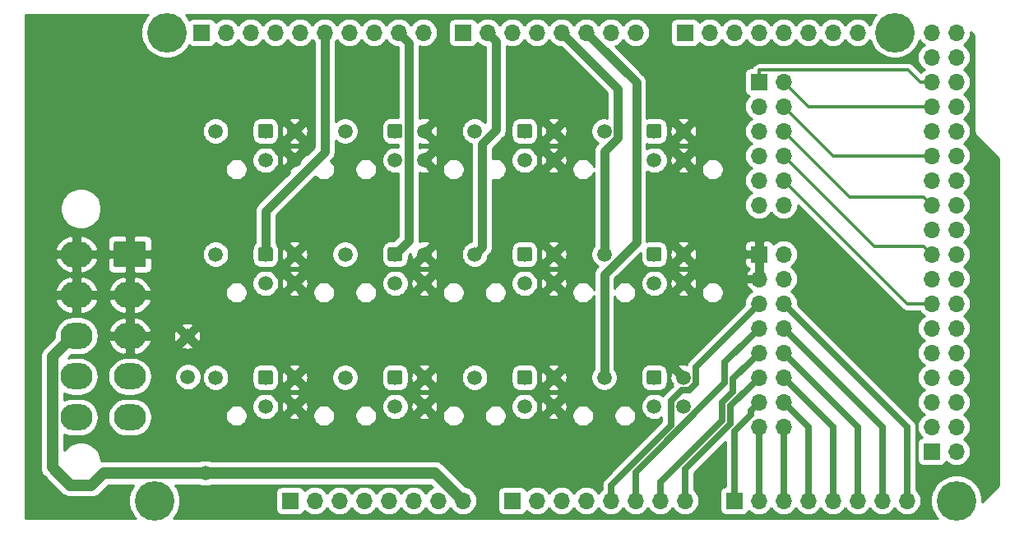
<source format=gbr>
G04 #@! TF.GenerationSoftware,KiCad,Pcbnew,(5.1.4)-1*
G04 #@! TF.CreationDate,2020-11-07T11:35:37-07:00*
G04 #@! TF.ProjectId,ABSIS Backlight Controller,41425349-5320-4426-9163-6b6c69676874,rev?*
G04 #@! TF.SameCoordinates,Original*
G04 #@! TF.FileFunction,Copper,L1,Top*
G04 #@! TF.FilePolarity,Positive*
%FSLAX46Y46*%
G04 Gerber Fmt 4.6, Leading zero omitted, Abs format (unit mm)*
G04 Created by KiCad (PCBNEW (5.1.4)-1) date 2020-11-07 11:35:37*
%MOMM*%
%LPD*%
G04 APERTURE LIST*
%ADD10C,0.100000*%
%ADD11C,2.700000*%
%ADD12O,3.300000X2.700000*%
%ADD13C,4.064000*%
%ADD14C,1.500000*%
%ADD15R,1.700000X1.700000*%
%ADD16O,1.700000X1.700000*%
%ADD17C,1.219200*%
%ADD18C,0.304800*%
%ADD19C,0.635000*%
%ADD20C,0.914400*%
%ADD21C,0.254000*%
G04 APERTURE END LIST*
D10*
G36*
X116232503Y-92377204D02*
G01*
X116256772Y-92380804D01*
X116280570Y-92386765D01*
X116303670Y-92395030D01*
X116325849Y-92405520D01*
X116346892Y-92418133D01*
X116366598Y-92432748D01*
X116384776Y-92449224D01*
X116401252Y-92467402D01*
X116415867Y-92487108D01*
X116428480Y-92508151D01*
X116438970Y-92530330D01*
X116447235Y-92553430D01*
X116453196Y-92577228D01*
X116456796Y-92601497D01*
X116458000Y-92626001D01*
X116458000Y-94825999D01*
X116456796Y-94850503D01*
X116453196Y-94874772D01*
X116447235Y-94898570D01*
X116438970Y-94921670D01*
X116428480Y-94943849D01*
X116415867Y-94964892D01*
X116401252Y-94984598D01*
X116384776Y-95002776D01*
X116366598Y-95019252D01*
X116346892Y-95033867D01*
X116325849Y-95046480D01*
X116303670Y-95056970D01*
X116280570Y-95065235D01*
X116256772Y-95071196D01*
X116232503Y-95074796D01*
X116207999Y-95076000D01*
X113408001Y-95076000D01*
X113383497Y-95074796D01*
X113359228Y-95071196D01*
X113335430Y-95065235D01*
X113312330Y-95056970D01*
X113290151Y-95046480D01*
X113269108Y-95033867D01*
X113249402Y-95019252D01*
X113231224Y-95002776D01*
X113214748Y-94984598D01*
X113200133Y-94964892D01*
X113187520Y-94943849D01*
X113177030Y-94921670D01*
X113168765Y-94898570D01*
X113162804Y-94874772D01*
X113159204Y-94850503D01*
X113158000Y-94825999D01*
X113158000Y-92626001D01*
X113159204Y-92601497D01*
X113162804Y-92577228D01*
X113168765Y-92553430D01*
X113177030Y-92530330D01*
X113187520Y-92508151D01*
X113200133Y-92487108D01*
X113214748Y-92467402D01*
X113231224Y-92449224D01*
X113249402Y-92432748D01*
X113269108Y-92418133D01*
X113290151Y-92405520D01*
X113312330Y-92395030D01*
X113335430Y-92386765D01*
X113359228Y-92380804D01*
X113383497Y-92377204D01*
X113408001Y-92376000D01*
X116207999Y-92376000D01*
X116232503Y-92377204D01*
X116232503Y-92377204D01*
G37*
D11*
X114808000Y-93726000D03*
D12*
X114808000Y-97926000D03*
X114808000Y-102126000D03*
X114808000Y-106326000D03*
X114808000Y-110526000D03*
X109308000Y-93726000D03*
X109308000Y-97926000D03*
X109308000Y-102126000D03*
X109308000Y-106326000D03*
X109308000Y-110526000D03*
D13*
X117348000Y-119126000D03*
X199898000Y-119126000D03*
X118618000Y-70866000D03*
X193548000Y-70866000D03*
D14*
X122580400Y-116281200D03*
X120713500Y-102171500D03*
X120777000Y-106362500D03*
D15*
X197358000Y-114046000D03*
D16*
X199898000Y-114046000D03*
X197358000Y-111506000D03*
X199898000Y-111506000D03*
X197358000Y-108966000D03*
X199898000Y-108966000D03*
X197358000Y-106426000D03*
X199898000Y-106426000D03*
X197358000Y-103886000D03*
X199898000Y-103886000D03*
X197358000Y-101346000D03*
X199898000Y-101346000D03*
X197358000Y-98806000D03*
X199898000Y-98806000D03*
X197358000Y-96266000D03*
X199898000Y-96266000D03*
X197358000Y-93726000D03*
X199898000Y-93726000D03*
X197358000Y-91186000D03*
X199898000Y-91186000D03*
X197358000Y-88646000D03*
X199898000Y-88646000D03*
X197358000Y-86106000D03*
X199898000Y-86106000D03*
X197358000Y-83566000D03*
X199898000Y-83566000D03*
X197358000Y-81026000D03*
X199898000Y-81026000D03*
X197358000Y-78486000D03*
X199898000Y-78486000D03*
X197358000Y-75946000D03*
X199898000Y-75946000D03*
X197358000Y-73406000D03*
X199898000Y-73406000D03*
X197358000Y-70866000D03*
X199898000Y-70866000D03*
D15*
X131318000Y-119126000D03*
D16*
X133858000Y-119126000D03*
X136398000Y-119126000D03*
X138938000Y-119126000D03*
X141478000Y-119126000D03*
X144018000Y-119126000D03*
X146558000Y-119126000D03*
X149098000Y-119126000D03*
D15*
X154178000Y-119126000D03*
D16*
X156718000Y-119126000D03*
X159258000Y-119126000D03*
X161798000Y-119126000D03*
X164338000Y-119126000D03*
X166878000Y-119126000D03*
X169418000Y-119126000D03*
X171958000Y-119126000D03*
D15*
X177038000Y-119126000D03*
D16*
X179578000Y-119126000D03*
X182118000Y-119126000D03*
X184658000Y-119126000D03*
X187198000Y-119126000D03*
X189738000Y-119126000D03*
X192278000Y-119126000D03*
X194818000Y-119126000D03*
D15*
X122174000Y-70866000D03*
D16*
X124714000Y-70866000D03*
X127254000Y-70866000D03*
X129794000Y-70866000D03*
X132334000Y-70866000D03*
X134874000Y-70866000D03*
X137414000Y-70866000D03*
X139954000Y-70866000D03*
X142494000Y-70866000D03*
X145034000Y-70866000D03*
X166878000Y-70866000D03*
X164338000Y-70866000D03*
X161798000Y-70866000D03*
X159258000Y-70866000D03*
X156718000Y-70866000D03*
X154178000Y-70866000D03*
X151638000Y-70866000D03*
D15*
X149098000Y-70866000D03*
D16*
X189738000Y-70866000D03*
X187198000Y-70866000D03*
X184658000Y-70866000D03*
X182118000Y-70866000D03*
X179578000Y-70866000D03*
X177038000Y-70866000D03*
X174498000Y-70866000D03*
D15*
X171958000Y-70866000D03*
D14*
X131778000Y-84026000D03*
X128778000Y-84026000D03*
X131778000Y-81026000D03*
D10*
G36*
X129302504Y-80277204D02*
G01*
X129326773Y-80280804D01*
X129350571Y-80286765D01*
X129373671Y-80295030D01*
X129395849Y-80305520D01*
X129416893Y-80318133D01*
X129436598Y-80332747D01*
X129454777Y-80349223D01*
X129471253Y-80367402D01*
X129485867Y-80387107D01*
X129498480Y-80408151D01*
X129508970Y-80430329D01*
X129517235Y-80453429D01*
X129523196Y-80477227D01*
X129526796Y-80501496D01*
X129528000Y-80526000D01*
X129528000Y-81526000D01*
X129526796Y-81550504D01*
X129523196Y-81574773D01*
X129517235Y-81598571D01*
X129508970Y-81621671D01*
X129498480Y-81643849D01*
X129485867Y-81664893D01*
X129471253Y-81684598D01*
X129454777Y-81702777D01*
X129436598Y-81719253D01*
X129416893Y-81733867D01*
X129395849Y-81746480D01*
X129373671Y-81756970D01*
X129350571Y-81765235D01*
X129326773Y-81771196D01*
X129302504Y-81774796D01*
X129278000Y-81776000D01*
X128278000Y-81776000D01*
X128253496Y-81774796D01*
X128229227Y-81771196D01*
X128205429Y-81765235D01*
X128182329Y-81756970D01*
X128160151Y-81746480D01*
X128139107Y-81733867D01*
X128119402Y-81719253D01*
X128101223Y-81702777D01*
X128084747Y-81684598D01*
X128070133Y-81664893D01*
X128057520Y-81643849D01*
X128047030Y-81621671D01*
X128038765Y-81598571D01*
X128032804Y-81574773D01*
X128029204Y-81550504D01*
X128028000Y-81526000D01*
X128028000Y-80526000D01*
X128029204Y-80501496D01*
X128032804Y-80477227D01*
X128038765Y-80453429D01*
X128047030Y-80430329D01*
X128057520Y-80408151D01*
X128070133Y-80387107D01*
X128084747Y-80367402D01*
X128101223Y-80349223D01*
X128119402Y-80332747D01*
X128139107Y-80318133D01*
X128160151Y-80305520D01*
X128182329Y-80295030D01*
X128205429Y-80286765D01*
X128229227Y-80280804D01*
X128253496Y-80277204D01*
X128278000Y-80276000D01*
X129278000Y-80276000D01*
X129302504Y-80277204D01*
X129302504Y-80277204D01*
G37*
D14*
X128778000Y-81026000D03*
X131778000Y-96726000D03*
X128778000Y-96726000D03*
X131778000Y-93726000D03*
D10*
G36*
X129302504Y-92977204D02*
G01*
X129326773Y-92980804D01*
X129350571Y-92986765D01*
X129373671Y-92995030D01*
X129395849Y-93005520D01*
X129416893Y-93018133D01*
X129436598Y-93032747D01*
X129454777Y-93049223D01*
X129471253Y-93067402D01*
X129485867Y-93087107D01*
X129498480Y-93108151D01*
X129508970Y-93130329D01*
X129517235Y-93153429D01*
X129523196Y-93177227D01*
X129526796Y-93201496D01*
X129528000Y-93226000D01*
X129528000Y-94226000D01*
X129526796Y-94250504D01*
X129523196Y-94274773D01*
X129517235Y-94298571D01*
X129508970Y-94321671D01*
X129498480Y-94343849D01*
X129485867Y-94364893D01*
X129471253Y-94384598D01*
X129454777Y-94402777D01*
X129436598Y-94419253D01*
X129416893Y-94433867D01*
X129395849Y-94446480D01*
X129373671Y-94456970D01*
X129350571Y-94465235D01*
X129326773Y-94471196D01*
X129302504Y-94474796D01*
X129278000Y-94476000D01*
X128278000Y-94476000D01*
X128253496Y-94474796D01*
X128229227Y-94471196D01*
X128205429Y-94465235D01*
X128182329Y-94456970D01*
X128160151Y-94446480D01*
X128139107Y-94433867D01*
X128119402Y-94419253D01*
X128101223Y-94402777D01*
X128084747Y-94384598D01*
X128070133Y-94364893D01*
X128057520Y-94343849D01*
X128047030Y-94321671D01*
X128038765Y-94298571D01*
X128032804Y-94274773D01*
X128029204Y-94250504D01*
X128028000Y-94226000D01*
X128028000Y-93226000D01*
X128029204Y-93201496D01*
X128032804Y-93177227D01*
X128038765Y-93153429D01*
X128047030Y-93130329D01*
X128057520Y-93108151D01*
X128070133Y-93087107D01*
X128084747Y-93067402D01*
X128101223Y-93049223D01*
X128119402Y-93032747D01*
X128139107Y-93018133D01*
X128160151Y-93005520D01*
X128182329Y-92995030D01*
X128205429Y-92986765D01*
X128229227Y-92980804D01*
X128253496Y-92977204D01*
X128278000Y-92976000D01*
X129278000Y-92976000D01*
X129302504Y-92977204D01*
X129302504Y-92977204D01*
G37*
D14*
X128778000Y-93726000D03*
D10*
G36*
X129302504Y-105677204D02*
G01*
X129326773Y-105680804D01*
X129350571Y-105686765D01*
X129373671Y-105695030D01*
X129395849Y-105705520D01*
X129416893Y-105718133D01*
X129436598Y-105732747D01*
X129454777Y-105749223D01*
X129471253Y-105767402D01*
X129485867Y-105787107D01*
X129498480Y-105808151D01*
X129508970Y-105830329D01*
X129517235Y-105853429D01*
X129523196Y-105877227D01*
X129526796Y-105901496D01*
X129528000Y-105926000D01*
X129528000Y-106926000D01*
X129526796Y-106950504D01*
X129523196Y-106974773D01*
X129517235Y-106998571D01*
X129508970Y-107021671D01*
X129498480Y-107043849D01*
X129485867Y-107064893D01*
X129471253Y-107084598D01*
X129454777Y-107102777D01*
X129436598Y-107119253D01*
X129416893Y-107133867D01*
X129395849Y-107146480D01*
X129373671Y-107156970D01*
X129350571Y-107165235D01*
X129326773Y-107171196D01*
X129302504Y-107174796D01*
X129278000Y-107176000D01*
X128278000Y-107176000D01*
X128253496Y-107174796D01*
X128229227Y-107171196D01*
X128205429Y-107165235D01*
X128182329Y-107156970D01*
X128160151Y-107146480D01*
X128139107Y-107133867D01*
X128119402Y-107119253D01*
X128101223Y-107102777D01*
X128084747Y-107084598D01*
X128070133Y-107064893D01*
X128057520Y-107043849D01*
X128047030Y-107021671D01*
X128038765Y-106998571D01*
X128032804Y-106974773D01*
X128029204Y-106950504D01*
X128028000Y-106926000D01*
X128028000Y-105926000D01*
X128029204Y-105901496D01*
X128032804Y-105877227D01*
X128038765Y-105853429D01*
X128047030Y-105830329D01*
X128057520Y-105808151D01*
X128070133Y-105787107D01*
X128084747Y-105767402D01*
X128101223Y-105749223D01*
X128119402Y-105732747D01*
X128139107Y-105718133D01*
X128160151Y-105705520D01*
X128182329Y-105695030D01*
X128205429Y-105686765D01*
X128229227Y-105680804D01*
X128253496Y-105677204D01*
X128278000Y-105676000D01*
X129278000Y-105676000D01*
X129302504Y-105677204D01*
X129302504Y-105677204D01*
G37*
D14*
X128778000Y-106426000D03*
X131778000Y-106426000D03*
X128778000Y-109426000D03*
X131778000Y-109426000D03*
X145113000Y-84026000D03*
X142113000Y-84026000D03*
X145113000Y-81026000D03*
D10*
G36*
X142637504Y-80277204D02*
G01*
X142661773Y-80280804D01*
X142685571Y-80286765D01*
X142708671Y-80295030D01*
X142730849Y-80305520D01*
X142751893Y-80318133D01*
X142771598Y-80332747D01*
X142789777Y-80349223D01*
X142806253Y-80367402D01*
X142820867Y-80387107D01*
X142833480Y-80408151D01*
X142843970Y-80430329D01*
X142852235Y-80453429D01*
X142858196Y-80477227D01*
X142861796Y-80501496D01*
X142863000Y-80526000D01*
X142863000Y-81526000D01*
X142861796Y-81550504D01*
X142858196Y-81574773D01*
X142852235Y-81598571D01*
X142843970Y-81621671D01*
X142833480Y-81643849D01*
X142820867Y-81664893D01*
X142806253Y-81684598D01*
X142789777Y-81702777D01*
X142771598Y-81719253D01*
X142751893Y-81733867D01*
X142730849Y-81746480D01*
X142708671Y-81756970D01*
X142685571Y-81765235D01*
X142661773Y-81771196D01*
X142637504Y-81774796D01*
X142613000Y-81776000D01*
X141613000Y-81776000D01*
X141588496Y-81774796D01*
X141564227Y-81771196D01*
X141540429Y-81765235D01*
X141517329Y-81756970D01*
X141495151Y-81746480D01*
X141474107Y-81733867D01*
X141454402Y-81719253D01*
X141436223Y-81702777D01*
X141419747Y-81684598D01*
X141405133Y-81664893D01*
X141392520Y-81643849D01*
X141382030Y-81621671D01*
X141373765Y-81598571D01*
X141367804Y-81574773D01*
X141364204Y-81550504D01*
X141363000Y-81526000D01*
X141363000Y-80526000D01*
X141364204Y-80501496D01*
X141367804Y-80477227D01*
X141373765Y-80453429D01*
X141382030Y-80430329D01*
X141392520Y-80408151D01*
X141405133Y-80387107D01*
X141419747Y-80367402D01*
X141436223Y-80349223D01*
X141454402Y-80332747D01*
X141474107Y-80318133D01*
X141495151Y-80305520D01*
X141517329Y-80295030D01*
X141540429Y-80286765D01*
X141564227Y-80280804D01*
X141588496Y-80277204D01*
X141613000Y-80276000D01*
X142613000Y-80276000D01*
X142637504Y-80277204D01*
X142637504Y-80277204D01*
G37*
D14*
X142113000Y-81026000D03*
D10*
G36*
X142637504Y-92977204D02*
G01*
X142661773Y-92980804D01*
X142685571Y-92986765D01*
X142708671Y-92995030D01*
X142730849Y-93005520D01*
X142751893Y-93018133D01*
X142771598Y-93032747D01*
X142789777Y-93049223D01*
X142806253Y-93067402D01*
X142820867Y-93087107D01*
X142833480Y-93108151D01*
X142843970Y-93130329D01*
X142852235Y-93153429D01*
X142858196Y-93177227D01*
X142861796Y-93201496D01*
X142863000Y-93226000D01*
X142863000Y-94226000D01*
X142861796Y-94250504D01*
X142858196Y-94274773D01*
X142852235Y-94298571D01*
X142843970Y-94321671D01*
X142833480Y-94343849D01*
X142820867Y-94364893D01*
X142806253Y-94384598D01*
X142789777Y-94402777D01*
X142771598Y-94419253D01*
X142751893Y-94433867D01*
X142730849Y-94446480D01*
X142708671Y-94456970D01*
X142685571Y-94465235D01*
X142661773Y-94471196D01*
X142637504Y-94474796D01*
X142613000Y-94476000D01*
X141613000Y-94476000D01*
X141588496Y-94474796D01*
X141564227Y-94471196D01*
X141540429Y-94465235D01*
X141517329Y-94456970D01*
X141495151Y-94446480D01*
X141474107Y-94433867D01*
X141454402Y-94419253D01*
X141436223Y-94402777D01*
X141419747Y-94384598D01*
X141405133Y-94364893D01*
X141392520Y-94343849D01*
X141382030Y-94321671D01*
X141373765Y-94298571D01*
X141367804Y-94274773D01*
X141364204Y-94250504D01*
X141363000Y-94226000D01*
X141363000Y-93226000D01*
X141364204Y-93201496D01*
X141367804Y-93177227D01*
X141373765Y-93153429D01*
X141382030Y-93130329D01*
X141392520Y-93108151D01*
X141405133Y-93087107D01*
X141419747Y-93067402D01*
X141436223Y-93049223D01*
X141454402Y-93032747D01*
X141474107Y-93018133D01*
X141495151Y-93005520D01*
X141517329Y-92995030D01*
X141540429Y-92986765D01*
X141564227Y-92980804D01*
X141588496Y-92977204D01*
X141613000Y-92976000D01*
X142613000Y-92976000D01*
X142637504Y-92977204D01*
X142637504Y-92977204D01*
G37*
D14*
X142113000Y-93726000D03*
X145113000Y-93726000D03*
X142113000Y-96726000D03*
X145113000Y-96726000D03*
X145113000Y-109426000D03*
X142113000Y-109426000D03*
X145113000Y-106426000D03*
D10*
G36*
X142637504Y-105677204D02*
G01*
X142661773Y-105680804D01*
X142685571Y-105686765D01*
X142708671Y-105695030D01*
X142730849Y-105705520D01*
X142751893Y-105718133D01*
X142771598Y-105732747D01*
X142789777Y-105749223D01*
X142806253Y-105767402D01*
X142820867Y-105787107D01*
X142833480Y-105808151D01*
X142843970Y-105830329D01*
X142852235Y-105853429D01*
X142858196Y-105877227D01*
X142861796Y-105901496D01*
X142863000Y-105926000D01*
X142863000Y-106926000D01*
X142861796Y-106950504D01*
X142858196Y-106974773D01*
X142852235Y-106998571D01*
X142843970Y-107021671D01*
X142833480Y-107043849D01*
X142820867Y-107064893D01*
X142806253Y-107084598D01*
X142789777Y-107102777D01*
X142771598Y-107119253D01*
X142751893Y-107133867D01*
X142730849Y-107146480D01*
X142708671Y-107156970D01*
X142685571Y-107165235D01*
X142661773Y-107171196D01*
X142637504Y-107174796D01*
X142613000Y-107176000D01*
X141613000Y-107176000D01*
X141588496Y-107174796D01*
X141564227Y-107171196D01*
X141540429Y-107165235D01*
X141517329Y-107156970D01*
X141495151Y-107146480D01*
X141474107Y-107133867D01*
X141454402Y-107119253D01*
X141436223Y-107102777D01*
X141419747Y-107084598D01*
X141405133Y-107064893D01*
X141392520Y-107043849D01*
X141382030Y-107021671D01*
X141373765Y-106998571D01*
X141367804Y-106974773D01*
X141364204Y-106950504D01*
X141363000Y-106926000D01*
X141363000Y-105926000D01*
X141364204Y-105901496D01*
X141367804Y-105877227D01*
X141373765Y-105853429D01*
X141382030Y-105830329D01*
X141392520Y-105808151D01*
X141405133Y-105787107D01*
X141419747Y-105767402D01*
X141436223Y-105749223D01*
X141454402Y-105732747D01*
X141474107Y-105718133D01*
X141495151Y-105705520D01*
X141517329Y-105695030D01*
X141540429Y-105686765D01*
X141564227Y-105680804D01*
X141588496Y-105677204D01*
X141613000Y-105676000D01*
X142613000Y-105676000D01*
X142637504Y-105677204D01*
X142637504Y-105677204D01*
G37*
D14*
X142113000Y-106426000D03*
X158448000Y-84026000D03*
X155448000Y-84026000D03*
X158448000Y-81026000D03*
D10*
G36*
X155972504Y-80277204D02*
G01*
X155996773Y-80280804D01*
X156020571Y-80286765D01*
X156043671Y-80295030D01*
X156065849Y-80305520D01*
X156086893Y-80318133D01*
X156106598Y-80332747D01*
X156124777Y-80349223D01*
X156141253Y-80367402D01*
X156155867Y-80387107D01*
X156168480Y-80408151D01*
X156178970Y-80430329D01*
X156187235Y-80453429D01*
X156193196Y-80477227D01*
X156196796Y-80501496D01*
X156198000Y-80526000D01*
X156198000Y-81526000D01*
X156196796Y-81550504D01*
X156193196Y-81574773D01*
X156187235Y-81598571D01*
X156178970Y-81621671D01*
X156168480Y-81643849D01*
X156155867Y-81664893D01*
X156141253Y-81684598D01*
X156124777Y-81702777D01*
X156106598Y-81719253D01*
X156086893Y-81733867D01*
X156065849Y-81746480D01*
X156043671Y-81756970D01*
X156020571Y-81765235D01*
X155996773Y-81771196D01*
X155972504Y-81774796D01*
X155948000Y-81776000D01*
X154948000Y-81776000D01*
X154923496Y-81774796D01*
X154899227Y-81771196D01*
X154875429Y-81765235D01*
X154852329Y-81756970D01*
X154830151Y-81746480D01*
X154809107Y-81733867D01*
X154789402Y-81719253D01*
X154771223Y-81702777D01*
X154754747Y-81684598D01*
X154740133Y-81664893D01*
X154727520Y-81643849D01*
X154717030Y-81621671D01*
X154708765Y-81598571D01*
X154702804Y-81574773D01*
X154699204Y-81550504D01*
X154698000Y-81526000D01*
X154698000Y-80526000D01*
X154699204Y-80501496D01*
X154702804Y-80477227D01*
X154708765Y-80453429D01*
X154717030Y-80430329D01*
X154727520Y-80408151D01*
X154740133Y-80387107D01*
X154754747Y-80367402D01*
X154771223Y-80349223D01*
X154789402Y-80332747D01*
X154809107Y-80318133D01*
X154830151Y-80305520D01*
X154852329Y-80295030D01*
X154875429Y-80286765D01*
X154899227Y-80280804D01*
X154923496Y-80277204D01*
X154948000Y-80276000D01*
X155948000Y-80276000D01*
X155972504Y-80277204D01*
X155972504Y-80277204D01*
G37*
D14*
X155448000Y-81026000D03*
D10*
G36*
X155972504Y-92977204D02*
G01*
X155996773Y-92980804D01*
X156020571Y-92986765D01*
X156043671Y-92995030D01*
X156065849Y-93005520D01*
X156086893Y-93018133D01*
X156106598Y-93032747D01*
X156124777Y-93049223D01*
X156141253Y-93067402D01*
X156155867Y-93087107D01*
X156168480Y-93108151D01*
X156178970Y-93130329D01*
X156187235Y-93153429D01*
X156193196Y-93177227D01*
X156196796Y-93201496D01*
X156198000Y-93226000D01*
X156198000Y-94226000D01*
X156196796Y-94250504D01*
X156193196Y-94274773D01*
X156187235Y-94298571D01*
X156178970Y-94321671D01*
X156168480Y-94343849D01*
X156155867Y-94364893D01*
X156141253Y-94384598D01*
X156124777Y-94402777D01*
X156106598Y-94419253D01*
X156086893Y-94433867D01*
X156065849Y-94446480D01*
X156043671Y-94456970D01*
X156020571Y-94465235D01*
X155996773Y-94471196D01*
X155972504Y-94474796D01*
X155948000Y-94476000D01*
X154948000Y-94476000D01*
X154923496Y-94474796D01*
X154899227Y-94471196D01*
X154875429Y-94465235D01*
X154852329Y-94456970D01*
X154830151Y-94446480D01*
X154809107Y-94433867D01*
X154789402Y-94419253D01*
X154771223Y-94402777D01*
X154754747Y-94384598D01*
X154740133Y-94364893D01*
X154727520Y-94343849D01*
X154717030Y-94321671D01*
X154708765Y-94298571D01*
X154702804Y-94274773D01*
X154699204Y-94250504D01*
X154698000Y-94226000D01*
X154698000Y-93226000D01*
X154699204Y-93201496D01*
X154702804Y-93177227D01*
X154708765Y-93153429D01*
X154717030Y-93130329D01*
X154727520Y-93108151D01*
X154740133Y-93087107D01*
X154754747Y-93067402D01*
X154771223Y-93049223D01*
X154789402Y-93032747D01*
X154809107Y-93018133D01*
X154830151Y-93005520D01*
X154852329Y-92995030D01*
X154875429Y-92986765D01*
X154899227Y-92980804D01*
X154923496Y-92977204D01*
X154948000Y-92976000D01*
X155948000Y-92976000D01*
X155972504Y-92977204D01*
X155972504Y-92977204D01*
G37*
D14*
X155448000Y-93726000D03*
X158448000Y-93726000D03*
X155448000Y-96726000D03*
X158448000Y-96726000D03*
X158448000Y-109426000D03*
X155448000Y-109426000D03*
X158448000Y-106426000D03*
D10*
G36*
X155972504Y-105677204D02*
G01*
X155996773Y-105680804D01*
X156020571Y-105686765D01*
X156043671Y-105695030D01*
X156065849Y-105705520D01*
X156086893Y-105718133D01*
X156106598Y-105732747D01*
X156124777Y-105749223D01*
X156141253Y-105767402D01*
X156155867Y-105787107D01*
X156168480Y-105808151D01*
X156178970Y-105830329D01*
X156187235Y-105853429D01*
X156193196Y-105877227D01*
X156196796Y-105901496D01*
X156198000Y-105926000D01*
X156198000Y-106926000D01*
X156196796Y-106950504D01*
X156193196Y-106974773D01*
X156187235Y-106998571D01*
X156178970Y-107021671D01*
X156168480Y-107043849D01*
X156155867Y-107064893D01*
X156141253Y-107084598D01*
X156124777Y-107102777D01*
X156106598Y-107119253D01*
X156086893Y-107133867D01*
X156065849Y-107146480D01*
X156043671Y-107156970D01*
X156020571Y-107165235D01*
X155996773Y-107171196D01*
X155972504Y-107174796D01*
X155948000Y-107176000D01*
X154948000Y-107176000D01*
X154923496Y-107174796D01*
X154899227Y-107171196D01*
X154875429Y-107165235D01*
X154852329Y-107156970D01*
X154830151Y-107146480D01*
X154809107Y-107133867D01*
X154789402Y-107119253D01*
X154771223Y-107102777D01*
X154754747Y-107084598D01*
X154740133Y-107064893D01*
X154727520Y-107043849D01*
X154717030Y-107021671D01*
X154708765Y-106998571D01*
X154702804Y-106974773D01*
X154699204Y-106950504D01*
X154698000Y-106926000D01*
X154698000Y-105926000D01*
X154699204Y-105901496D01*
X154702804Y-105877227D01*
X154708765Y-105853429D01*
X154717030Y-105830329D01*
X154727520Y-105808151D01*
X154740133Y-105787107D01*
X154754747Y-105767402D01*
X154771223Y-105749223D01*
X154789402Y-105732747D01*
X154809107Y-105718133D01*
X154830151Y-105705520D01*
X154852329Y-105695030D01*
X154875429Y-105686765D01*
X154899227Y-105680804D01*
X154923496Y-105677204D01*
X154948000Y-105676000D01*
X155948000Y-105676000D01*
X155972504Y-105677204D01*
X155972504Y-105677204D01*
G37*
D14*
X155448000Y-106426000D03*
D10*
G36*
X169307504Y-80277204D02*
G01*
X169331773Y-80280804D01*
X169355571Y-80286765D01*
X169378671Y-80295030D01*
X169400849Y-80305520D01*
X169421893Y-80318133D01*
X169441598Y-80332747D01*
X169459777Y-80349223D01*
X169476253Y-80367402D01*
X169490867Y-80387107D01*
X169503480Y-80408151D01*
X169513970Y-80430329D01*
X169522235Y-80453429D01*
X169528196Y-80477227D01*
X169531796Y-80501496D01*
X169533000Y-80526000D01*
X169533000Y-81526000D01*
X169531796Y-81550504D01*
X169528196Y-81574773D01*
X169522235Y-81598571D01*
X169513970Y-81621671D01*
X169503480Y-81643849D01*
X169490867Y-81664893D01*
X169476253Y-81684598D01*
X169459777Y-81702777D01*
X169441598Y-81719253D01*
X169421893Y-81733867D01*
X169400849Y-81746480D01*
X169378671Y-81756970D01*
X169355571Y-81765235D01*
X169331773Y-81771196D01*
X169307504Y-81774796D01*
X169283000Y-81776000D01*
X168283000Y-81776000D01*
X168258496Y-81774796D01*
X168234227Y-81771196D01*
X168210429Y-81765235D01*
X168187329Y-81756970D01*
X168165151Y-81746480D01*
X168144107Y-81733867D01*
X168124402Y-81719253D01*
X168106223Y-81702777D01*
X168089747Y-81684598D01*
X168075133Y-81664893D01*
X168062520Y-81643849D01*
X168052030Y-81621671D01*
X168043765Y-81598571D01*
X168037804Y-81574773D01*
X168034204Y-81550504D01*
X168033000Y-81526000D01*
X168033000Y-80526000D01*
X168034204Y-80501496D01*
X168037804Y-80477227D01*
X168043765Y-80453429D01*
X168052030Y-80430329D01*
X168062520Y-80408151D01*
X168075133Y-80387107D01*
X168089747Y-80367402D01*
X168106223Y-80349223D01*
X168124402Y-80332747D01*
X168144107Y-80318133D01*
X168165151Y-80305520D01*
X168187329Y-80295030D01*
X168210429Y-80286765D01*
X168234227Y-80280804D01*
X168258496Y-80277204D01*
X168283000Y-80276000D01*
X169283000Y-80276000D01*
X169307504Y-80277204D01*
X169307504Y-80277204D01*
G37*
D14*
X168783000Y-81026000D03*
X171783000Y-81026000D03*
X168783000Y-84026000D03*
X171783000Y-84026000D03*
D10*
G36*
X169307504Y-92977204D02*
G01*
X169331773Y-92980804D01*
X169355571Y-92986765D01*
X169378671Y-92995030D01*
X169400849Y-93005520D01*
X169421893Y-93018133D01*
X169441598Y-93032747D01*
X169459777Y-93049223D01*
X169476253Y-93067402D01*
X169490867Y-93087107D01*
X169503480Y-93108151D01*
X169513970Y-93130329D01*
X169522235Y-93153429D01*
X169528196Y-93177227D01*
X169531796Y-93201496D01*
X169533000Y-93226000D01*
X169533000Y-94226000D01*
X169531796Y-94250504D01*
X169528196Y-94274773D01*
X169522235Y-94298571D01*
X169513970Y-94321671D01*
X169503480Y-94343849D01*
X169490867Y-94364893D01*
X169476253Y-94384598D01*
X169459777Y-94402777D01*
X169441598Y-94419253D01*
X169421893Y-94433867D01*
X169400849Y-94446480D01*
X169378671Y-94456970D01*
X169355571Y-94465235D01*
X169331773Y-94471196D01*
X169307504Y-94474796D01*
X169283000Y-94476000D01*
X168283000Y-94476000D01*
X168258496Y-94474796D01*
X168234227Y-94471196D01*
X168210429Y-94465235D01*
X168187329Y-94456970D01*
X168165151Y-94446480D01*
X168144107Y-94433867D01*
X168124402Y-94419253D01*
X168106223Y-94402777D01*
X168089747Y-94384598D01*
X168075133Y-94364893D01*
X168062520Y-94343849D01*
X168052030Y-94321671D01*
X168043765Y-94298571D01*
X168037804Y-94274773D01*
X168034204Y-94250504D01*
X168033000Y-94226000D01*
X168033000Y-93226000D01*
X168034204Y-93201496D01*
X168037804Y-93177227D01*
X168043765Y-93153429D01*
X168052030Y-93130329D01*
X168062520Y-93108151D01*
X168075133Y-93087107D01*
X168089747Y-93067402D01*
X168106223Y-93049223D01*
X168124402Y-93032747D01*
X168144107Y-93018133D01*
X168165151Y-93005520D01*
X168187329Y-92995030D01*
X168210429Y-92986765D01*
X168234227Y-92980804D01*
X168258496Y-92977204D01*
X168283000Y-92976000D01*
X169283000Y-92976000D01*
X169307504Y-92977204D01*
X169307504Y-92977204D01*
G37*
D14*
X168783000Y-93726000D03*
X171783000Y-93726000D03*
X168783000Y-96726000D03*
X171783000Y-96726000D03*
D10*
G36*
X169307504Y-105677204D02*
G01*
X169331773Y-105680804D01*
X169355571Y-105686765D01*
X169378671Y-105695030D01*
X169400849Y-105705520D01*
X169421893Y-105718133D01*
X169441598Y-105732747D01*
X169459777Y-105749223D01*
X169476253Y-105767402D01*
X169490867Y-105787107D01*
X169503480Y-105808151D01*
X169513970Y-105830329D01*
X169522235Y-105853429D01*
X169528196Y-105877227D01*
X169531796Y-105901496D01*
X169533000Y-105926000D01*
X169533000Y-106926000D01*
X169531796Y-106950504D01*
X169528196Y-106974773D01*
X169522235Y-106998571D01*
X169513970Y-107021671D01*
X169503480Y-107043849D01*
X169490867Y-107064893D01*
X169476253Y-107084598D01*
X169459777Y-107102777D01*
X169441598Y-107119253D01*
X169421893Y-107133867D01*
X169400849Y-107146480D01*
X169378671Y-107156970D01*
X169355571Y-107165235D01*
X169331773Y-107171196D01*
X169307504Y-107174796D01*
X169283000Y-107176000D01*
X168283000Y-107176000D01*
X168258496Y-107174796D01*
X168234227Y-107171196D01*
X168210429Y-107165235D01*
X168187329Y-107156970D01*
X168165151Y-107146480D01*
X168144107Y-107133867D01*
X168124402Y-107119253D01*
X168106223Y-107102777D01*
X168089747Y-107084598D01*
X168075133Y-107064893D01*
X168062520Y-107043849D01*
X168052030Y-107021671D01*
X168043765Y-106998571D01*
X168037804Y-106974773D01*
X168034204Y-106950504D01*
X168033000Y-106926000D01*
X168033000Y-105926000D01*
X168034204Y-105901496D01*
X168037804Y-105877227D01*
X168043765Y-105853429D01*
X168052030Y-105830329D01*
X168062520Y-105808151D01*
X168075133Y-105787107D01*
X168089747Y-105767402D01*
X168106223Y-105749223D01*
X168124402Y-105732747D01*
X168144107Y-105718133D01*
X168165151Y-105705520D01*
X168187329Y-105695030D01*
X168210429Y-105686765D01*
X168234227Y-105680804D01*
X168258496Y-105677204D01*
X168283000Y-105676000D01*
X169283000Y-105676000D01*
X169307504Y-105677204D01*
X169307504Y-105677204D01*
G37*
D14*
X168783000Y-106426000D03*
X171783000Y-106426000D03*
X168783000Y-109426000D03*
X171783000Y-109426000D03*
X123634500Y-81026000D03*
X123634500Y-93726000D03*
X123634500Y-106426000D03*
X136969500Y-81026000D03*
X136969500Y-93726000D03*
X136969500Y-106426000D03*
X150304500Y-81026000D03*
X150304500Y-93726000D03*
X150304500Y-106426000D03*
X163639500Y-81026000D03*
X163639500Y-93726000D03*
X163639500Y-106426000D03*
D15*
X179578000Y-75946000D03*
D16*
X182118000Y-75946000D03*
X179578000Y-78486000D03*
X182118000Y-78486000D03*
X179578000Y-81026000D03*
X182118000Y-81026000D03*
X179578000Y-83566000D03*
X182118000Y-83566000D03*
X179578000Y-86106000D03*
X182118000Y-86106000D03*
X179578000Y-88646000D03*
X182118000Y-88646000D03*
D15*
X179578000Y-93726000D03*
D16*
X182118000Y-93726000D03*
X179578000Y-96266000D03*
X182118000Y-96266000D03*
X179578000Y-98806000D03*
X182118000Y-98806000D03*
X179578000Y-101346000D03*
X182118000Y-101346000D03*
X179578000Y-103886000D03*
X182118000Y-103886000D03*
X179578000Y-106426000D03*
X182118000Y-106426000D03*
X179578000Y-108966000D03*
X182118000Y-108966000D03*
X179578000Y-111506000D03*
X182118000Y-111506000D03*
D17*
X112127811Y-116284399D02*
X146256399Y-116284399D01*
X108659391Y-117535601D02*
X110876609Y-117535601D01*
X106848390Y-115724600D02*
X108659391Y-117535601D01*
X106848390Y-104285610D02*
X106848390Y-115724600D01*
X146256399Y-116284399D02*
X148248001Y-118276001D01*
X110876609Y-117535601D02*
X112127811Y-116284399D01*
X109008000Y-102126000D02*
X106848390Y-104285610D01*
X148248001Y-118276001D02*
X149098000Y-119126000D01*
X109308000Y-102126000D02*
X109008000Y-102126000D01*
D18*
X194818000Y-98806000D02*
X182118000Y-86106000D01*
X197358000Y-98806000D02*
X194818000Y-98806000D01*
X182967999Y-84415999D02*
X182118000Y-83566000D01*
X191428001Y-92876001D02*
X182967999Y-84415999D01*
X196508001Y-92876001D02*
X191428001Y-92876001D01*
X197358000Y-93726000D02*
X196508001Y-92876001D01*
X182967999Y-81875999D02*
X182118000Y-81026000D01*
X188888001Y-87796001D02*
X182967999Y-81875999D01*
X196508001Y-87796001D02*
X188888001Y-87796001D01*
X197358000Y-88646000D02*
X196508001Y-87796001D01*
X187198000Y-83566000D02*
X182118000Y-78486000D01*
X197358000Y-83566000D02*
X187198000Y-83566000D01*
X184658000Y-78486000D02*
X182118000Y-75946000D01*
X197358000Y-78486000D02*
X184658000Y-78486000D01*
X179578000Y-74791200D02*
X179578000Y-75946000D01*
X179625601Y-74743599D02*
X179578000Y-74791200D01*
X194953518Y-74743599D02*
X179625601Y-74743599D01*
X196155919Y-75946000D02*
X194953518Y-74743599D01*
X197358000Y-75946000D02*
X196155919Y-75946000D01*
D19*
X164338000Y-117566020D02*
X170515499Y-111388521D01*
X170515499Y-108817599D02*
X171639597Y-107693501D01*
X164338000Y-119126000D02*
X164338000Y-117566020D01*
X173050501Y-105333499D02*
X178728001Y-99655999D01*
X178728001Y-99655999D02*
X179578000Y-98806000D01*
X173050501Y-107034401D02*
X173050501Y-105333499D01*
X172391401Y-107693501D02*
X173050501Y-107034401D01*
X171639597Y-107693501D02*
X172391401Y-107693501D01*
X170515499Y-111388521D02*
X170515499Y-108817599D01*
X176075989Y-104848011D02*
X178728001Y-102195999D01*
X178728001Y-102195999D02*
X179578000Y-101346000D01*
X176075989Y-107008913D02*
X176075989Y-104848011D01*
X166878000Y-119126000D02*
X166878000Y-116206902D01*
X166878000Y-116206902D02*
X176075989Y-107008913D01*
X175800501Y-110854401D02*
X175800501Y-109022616D01*
X176911000Y-106553000D02*
X178728001Y-104735999D01*
X178728001Y-104735999D02*
X179578000Y-103886000D01*
X175800501Y-109022616D02*
X176911000Y-107912118D01*
X176911000Y-107912118D02*
X176911000Y-106553000D01*
X169418000Y-117236902D02*
X175800501Y-110854401D01*
X169418000Y-119126000D02*
X169418000Y-117236902D01*
X178728001Y-107275999D02*
X179578000Y-106426000D01*
X176635512Y-111200273D02*
X176635512Y-109368488D01*
X171958000Y-119126000D02*
X171958000Y-115877785D01*
X171958000Y-115877785D02*
X176635512Y-111200273D01*
X176635512Y-109368488D02*
X178728001Y-107275999D01*
X178728001Y-110288667D02*
X178728001Y-109815999D01*
X177038000Y-111978668D02*
X178728001Y-110288667D01*
X178728001Y-109815999D02*
X179578000Y-108966000D01*
X177038000Y-119126000D02*
X177038000Y-111978668D01*
X179578000Y-119126000D02*
X179578000Y-111506000D01*
X182118000Y-117923919D02*
X182118000Y-111506000D01*
X182118000Y-119126000D02*
X182118000Y-117923919D01*
X184658000Y-111506000D02*
X182118000Y-108966000D01*
X184658000Y-119126000D02*
X184658000Y-111506000D01*
X187198000Y-111506000D02*
X182118000Y-106426000D01*
X187198000Y-119126000D02*
X187198000Y-111506000D01*
X189738000Y-111506000D02*
X182118000Y-103886000D01*
X189738000Y-119126000D02*
X189738000Y-111506000D01*
X192278000Y-111506000D02*
X182118000Y-101346000D01*
X192278000Y-119126000D02*
X192278000Y-111506000D01*
X194818000Y-111506000D02*
X182118000Y-98806000D01*
X194818000Y-119126000D02*
X194818000Y-111506000D01*
D20*
X134874000Y-72068081D02*
X134874000Y-70866000D01*
X134874000Y-83157342D02*
X134874000Y-72068081D01*
X128778000Y-89253342D02*
X134874000Y-83157342D01*
X128778000Y-93726000D02*
X128778000Y-89253342D01*
X143343999Y-71715999D02*
X142494000Y-70866000D01*
X143520201Y-71892201D02*
X143343999Y-71715999D01*
X143520201Y-92318799D02*
X143520201Y-71892201D01*
X142113000Y-93726000D02*
X143520201Y-92318799D01*
X152487999Y-71715999D02*
X151638000Y-70866000D01*
X152487999Y-80925159D02*
X152487999Y-71715999D01*
X151054499Y-82358659D02*
X152487999Y-80925159D01*
X151054499Y-92976001D02*
X151054499Y-82358659D01*
X150304500Y-93726000D02*
X151054499Y-92976001D01*
X160107999Y-71715999D02*
X159258000Y-70866000D01*
X165046701Y-76654701D02*
X160107999Y-71715999D01*
X165046701Y-81701457D02*
X165046701Y-76654701D01*
X163639500Y-83108658D02*
X165046701Y-81701457D01*
X163639500Y-93726000D02*
X163639500Y-83108658D01*
X162647999Y-71715999D02*
X161798000Y-70866000D01*
X166940201Y-76008201D02*
X162647999Y-71715999D01*
X166940201Y-92507957D02*
X166940201Y-76008201D01*
X163639500Y-95808658D02*
X166940201Y-92507957D01*
X163639500Y-106426000D02*
X163639500Y-95808658D01*
D21*
G36*
X116546406Y-69165887D02*
G01*
X116254536Y-69602702D01*
X116053492Y-70088065D01*
X115951000Y-70603323D01*
X115951000Y-71128677D01*
X116053492Y-71643935D01*
X116254536Y-72129298D01*
X116546406Y-72566113D01*
X116917887Y-72937594D01*
X117354702Y-73229464D01*
X117840065Y-73430508D01*
X118355323Y-73533000D01*
X118880677Y-73533000D01*
X119395935Y-73430508D01*
X119881298Y-73229464D01*
X120318113Y-72937594D01*
X120689594Y-72566113D01*
X120926636Y-72211354D01*
X120969506Y-72246537D01*
X121079820Y-72305502D01*
X121199518Y-72341812D01*
X121324000Y-72354072D01*
X123024000Y-72354072D01*
X123148482Y-72341812D01*
X123268180Y-72305502D01*
X123378494Y-72246537D01*
X123475185Y-72167185D01*
X123554537Y-72070494D01*
X123613502Y-71960180D01*
X123634393Y-71891313D01*
X123658866Y-71921134D01*
X123884986Y-72106706D01*
X124142966Y-72244599D01*
X124422889Y-72329513D01*
X124641050Y-72351000D01*
X124786950Y-72351000D01*
X125005111Y-72329513D01*
X125285034Y-72244599D01*
X125543014Y-72106706D01*
X125769134Y-71921134D01*
X125954706Y-71695014D01*
X125984000Y-71640209D01*
X126013294Y-71695014D01*
X126198866Y-71921134D01*
X126424986Y-72106706D01*
X126682966Y-72244599D01*
X126962889Y-72329513D01*
X127181050Y-72351000D01*
X127326950Y-72351000D01*
X127545111Y-72329513D01*
X127825034Y-72244599D01*
X128083014Y-72106706D01*
X128309134Y-71921134D01*
X128494706Y-71695014D01*
X128524000Y-71640209D01*
X128553294Y-71695014D01*
X128738866Y-71921134D01*
X128964986Y-72106706D01*
X129222966Y-72244599D01*
X129502889Y-72329513D01*
X129721050Y-72351000D01*
X129866950Y-72351000D01*
X130085111Y-72329513D01*
X130365034Y-72244599D01*
X130623014Y-72106706D01*
X130849134Y-71921134D01*
X131034706Y-71695014D01*
X131064000Y-71640209D01*
X131093294Y-71695014D01*
X131278866Y-71921134D01*
X131504986Y-72106706D01*
X131762966Y-72244599D01*
X132042889Y-72329513D01*
X132261050Y-72351000D01*
X132406950Y-72351000D01*
X132625111Y-72329513D01*
X132905034Y-72244599D01*
X133163014Y-72106706D01*
X133389134Y-71921134D01*
X133574706Y-71695014D01*
X133604000Y-71640209D01*
X133633294Y-71695014D01*
X133781800Y-71875969D01*
X133781800Y-72121729D01*
X133781801Y-72121739D01*
X133781800Y-82704938D01*
X133009263Y-83477475D01*
X132851365Y-83419325D01*
X132244690Y-84026000D01*
X132258833Y-84040143D01*
X131792143Y-84506833D01*
X131778000Y-84492690D01*
X131171325Y-85099365D01*
X131229475Y-85257264D01*
X128043632Y-88443107D01*
X128001963Y-88477304D01*
X127865476Y-88643613D01*
X127811266Y-88745032D01*
X127764057Y-88833354D01*
X127701604Y-89039233D01*
X127680517Y-89253342D01*
X127685801Y-89306993D01*
X127685800Y-92568689D01*
X127650038Y-92598038D01*
X127539595Y-92732614D01*
X127457528Y-92886150D01*
X127406992Y-93052746D01*
X127389928Y-93226000D01*
X127389928Y-94226000D01*
X127406992Y-94399254D01*
X127457528Y-94565850D01*
X127539595Y-94719386D01*
X127650038Y-94853962D01*
X127784614Y-94964405D01*
X127938150Y-95046472D01*
X128104746Y-95097008D01*
X128278000Y-95114072D01*
X129278000Y-95114072D01*
X129451254Y-95097008D01*
X129617850Y-95046472D01*
X129771386Y-94964405D01*
X129905962Y-94853962D01*
X129950768Y-94799365D01*
X131171325Y-94799365D01*
X131250284Y-95013768D01*
X131511656Y-95091976D01*
X131783262Y-95117691D01*
X132054666Y-95089923D01*
X132305716Y-95013768D01*
X132384675Y-94799365D01*
X131778000Y-94192690D01*
X131171325Y-94799365D01*
X129950768Y-94799365D01*
X130016405Y-94719386D01*
X130098472Y-94565850D01*
X130149008Y-94399254D01*
X130166072Y-94226000D01*
X130166072Y-93731262D01*
X130386309Y-93731262D01*
X130414077Y-94002666D01*
X130490232Y-94253716D01*
X130704635Y-94332675D01*
X131311310Y-93726000D01*
X132244690Y-93726000D01*
X132851365Y-94332675D01*
X133065768Y-94253716D01*
X133143976Y-93992344D01*
X133169691Y-93720738D01*
X133156273Y-93589589D01*
X135584500Y-93589589D01*
X135584500Y-93862411D01*
X135637725Y-94129989D01*
X135742129Y-94382043D01*
X135893701Y-94608886D01*
X136086614Y-94801799D01*
X136313457Y-94953371D01*
X136565511Y-95057775D01*
X136833089Y-95111000D01*
X137105911Y-95111000D01*
X137373489Y-95057775D01*
X137625543Y-94953371D01*
X137852386Y-94801799D01*
X138045299Y-94608886D01*
X138196871Y-94382043D01*
X138301275Y-94129989D01*
X138354500Y-93862411D01*
X138354500Y-93589589D01*
X138301275Y-93322011D01*
X138196871Y-93069957D01*
X138045299Y-92843114D01*
X137852386Y-92650201D01*
X137625543Y-92498629D01*
X137373489Y-92394225D01*
X137105911Y-92341000D01*
X136833089Y-92341000D01*
X136565511Y-92394225D01*
X136313457Y-92498629D01*
X136086614Y-92650201D01*
X135893701Y-92843114D01*
X135742129Y-93069957D01*
X135637725Y-93322011D01*
X135584500Y-93589589D01*
X133156273Y-93589589D01*
X133141923Y-93449334D01*
X133065768Y-93198284D01*
X132851365Y-93119325D01*
X132244690Y-93726000D01*
X131311310Y-93726000D01*
X130704635Y-93119325D01*
X130490232Y-93198284D01*
X130412024Y-93459656D01*
X130386309Y-93731262D01*
X130166072Y-93731262D01*
X130166072Y-93226000D01*
X130149008Y-93052746D01*
X130098472Y-92886150D01*
X130016405Y-92732614D01*
X129950769Y-92652635D01*
X131171325Y-92652635D01*
X131778000Y-93259310D01*
X132384675Y-92652635D01*
X132305716Y-92438232D01*
X132044344Y-92360024D01*
X131772738Y-92334309D01*
X131501334Y-92362077D01*
X131250284Y-92438232D01*
X131171325Y-92652635D01*
X129950769Y-92652635D01*
X129905962Y-92598038D01*
X129870200Y-92568689D01*
X129870200Y-89705745D01*
X133892398Y-85683548D01*
X133896388Y-85689520D01*
X134054480Y-85847612D01*
X134240376Y-85971824D01*
X134446933Y-86057383D01*
X134666212Y-86101000D01*
X134889788Y-86101000D01*
X135109067Y-86057383D01*
X135315624Y-85971824D01*
X135501520Y-85847612D01*
X135659612Y-85689520D01*
X135783824Y-85503624D01*
X135869383Y-85297067D01*
X135913000Y-85077788D01*
X135913000Y-84854212D01*
X137978000Y-84854212D01*
X137978000Y-85077788D01*
X138021617Y-85297067D01*
X138107176Y-85503624D01*
X138231388Y-85689520D01*
X138389480Y-85847612D01*
X138575376Y-85971824D01*
X138781933Y-86057383D01*
X139001212Y-86101000D01*
X139224788Y-86101000D01*
X139444067Y-86057383D01*
X139650624Y-85971824D01*
X139836520Y-85847612D01*
X139994612Y-85689520D01*
X140118824Y-85503624D01*
X140204383Y-85297067D01*
X140248000Y-85077788D01*
X140248000Y-84854212D01*
X140204383Y-84634933D01*
X140118824Y-84428376D01*
X139994612Y-84242480D01*
X139836520Y-84084388D01*
X139650624Y-83960176D01*
X139444067Y-83874617D01*
X139224788Y-83831000D01*
X139001212Y-83831000D01*
X138781933Y-83874617D01*
X138575376Y-83960176D01*
X138389480Y-84084388D01*
X138231388Y-84242480D01*
X138107176Y-84428376D01*
X138021617Y-84634933D01*
X137978000Y-84854212D01*
X135913000Y-84854212D01*
X135869383Y-84634933D01*
X135783824Y-84428376D01*
X135659612Y-84242480D01*
X135501520Y-84084388D01*
X135495548Y-84080398D01*
X135608369Y-83967577D01*
X135650038Y-83933380D01*
X135703053Y-83868782D01*
X135712631Y-83857111D01*
X135786525Y-83767071D01*
X135887943Y-83577331D01*
X135901960Y-83531123D01*
X135950396Y-83371452D01*
X135955191Y-83322767D01*
X135966200Y-83210991D01*
X135966200Y-83210984D01*
X135971483Y-83157342D01*
X135966200Y-83103701D01*
X135966200Y-81981385D01*
X136086614Y-82101799D01*
X136313457Y-82253371D01*
X136565511Y-82357775D01*
X136833089Y-82411000D01*
X137105911Y-82411000D01*
X137373489Y-82357775D01*
X137625543Y-82253371D01*
X137852386Y-82101799D01*
X138045299Y-81908886D01*
X138196871Y-81682043D01*
X138301275Y-81429989D01*
X138354500Y-81162411D01*
X138354500Y-80889589D01*
X138301275Y-80622011D01*
X138196871Y-80369957D01*
X138045299Y-80143114D01*
X137852386Y-79950201D01*
X137625543Y-79798629D01*
X137373489Y-79694225D01*
X137105911Y-79641000D01*
X136833089Y-79641000D01*
X136565511Y-79694225D01*
X136313457Y-79798629D01*
X136086614Y-79950201D01*
X135966200Y-80070615D01*
X135966200Y-71875969D01*
X136114706Y-71695014D01*
X136144000Y-71640209D01*
X136173294Y-71695014D01*
X136358866Y-71921134D01*
X136584986Y-72106706D01*
X136842966Y-72244599D01*
X137122889Y-72329513D01*
X137341050Y-72351000D01*
X137486950Y-72351000D01*
X137705111Y-72329513D01*
X137985034Y-72244599D01*
X138243014Y-72106706D01*
X138469134Y-71921134D01*
X138654706Y-71695014D01*
X138684000Y-71640209D01*
X138713294Y-71695014D01*
X138898866Y-71921134D01*
X139124986Y-72106706D01*
X139382966Y-72244599D01*
X139662889Y-72329513D01*
X139881050Y-72351000D01*
X140026950Y-72351000D01*
X140245111Y-72329513D01*
X140525034Y-72244599D01*
X140783014Y-72106706D01*
X141009134Y-71921134D01*
X141194706Y-71695014D01*
X141224000Y-71640209D01*
X141253294Y-71695014D01*
X141438866Y-71921134D01*
X141664986Y-72106706D01*
X141922966Y-72244599D01*
X142202889Y-72329513D01*
X142421050Y-72351000D01*
X142428002Y-72351000D01*
X142428002Y-79637928D01*
X141613000Y-79637928D01*
X141439746Y-79654992D01*
X141273150Y-79705528D01*
X141119614Y-79787595D01*
X140985038Y-79898038D01*
X140874595Y-80032614D01*
X140792528Y-80186150D01*
X140741992Y-80352746D01*
X140724928Y-80526000D01*
X140724928Y-81526000D01*
X140741992Y-81699254D01*
X140792528Y-81865850D01*
X140874595Y-82019386D01*
X140985038Y-82153962D01*
X141119614Y-82264405D01*
X141273150Y-82346472D01*
X141439746Y-82397008D01*
X141613000Y-82414072D01*
X142428001Y-82414072D01*
X142428001Y-82676524D01*
X142249411Y-82641000D01*
X141976589Y-82641000D01*
X141709011Y-82694225D01*
X141456957Y-82798629D01*
X141230114Y-82950201D01*
X141037201Y-83143114D01*
X140885629Y-83369957D01*
X140781225Y-83622011D01*
X140728000Y-83889589D01*
X140728000Y-84162411D01*
X140781225Y-84429989D01*
X140885629Y-84682043D01*
X141037201Y-84908886D01*
X141230114Y-85101799D01*
X141456957Y-85253371D01*
X141709011Y-85357775D01*
X141976589Y-85411000D01*
X142249411Y-85411000D01*
X142428001Y-85375476D01*
X142428001Y-91866395D01*
X141956469Y-92337928D01*
X141613000Y-92337928D01*
X141439746Y-92354992D01*
X141273150Y-92405528D01*
X141119614Y-92487595D01*
X140985038Y-92598038D01*
X140874595Y-92732614D01*
X140792528Y-92886150D01*
X140741992Y-93052746D01*
X140724928Y-93226000D01*
X140724928Y-94226000D01*
X140741992Y-94399254D01*
X140792528Y-94565850D01*
X140874595Y-94719386D01*
X140985038Y-94853962D01*
X141119614Y-94964405D01*
X141273150Y-95046472D01*
X141439746Y-95097008D01*
X141613000Y-95114072D01*
X142613000Y-95114072D01*
X142786254Y-95097008D01*
X142952850Y-95046472D01*
X143106386Y-94964405D01*
X143240962Y-94853962D01*
X143285768Y-94799365D01*
X144506325Y-94799365D01*
X144585284Y-95013768D01*
X144846656Y-95091976D01*
X145118262Y-95117691D01*
X145389666Y-95089923D01*
X145640716Y-95013768D01*
X145719675Y-94799365D01*
X145113000Y-94192690D01*
X144506325Y-94799365D01*
X143285768Y-94799365D01*
X143351405Y-94719386D01*
X143433472Y-94565850D01*
X143484008Y-94399254D01*
X143501072Y-94226000D01*
X143501072Y-93882531D01*
X143728522Y-93655082D01*
X143721309Y-93731262D01*
X143749077Y-94002666D01*
X143825232Y-94253716D01*
X144039635Y-94332675D01*
X144646310Y-93726000D01*
X145579690Y-93726000D01*
X146186365Y-94332675D01*
X146400768Y-94253716D01*
X146478976Y-93992344D01*
X146504691Y-93720738D01*
X146476923Y-93449334D01*
X146400768Y-93198284D01*
X146186365Y-93119325D01*
X145579690Y-93726000D01*
X144646310Y-93726000D01*
X144632168Y-93711858D01*
X145098858Y-93245168D01*
X145113000Y-93259310D01*
X145719675Y-92652635D01*
X145640716Y-92438232D01*
X145379344Y-92360024D01*
X145107738Y-92334309D01*
X144836334Y-92362077D01*
X144606557Y-92431779D01*
X144612401Y-92372448D01*
X144612401Y-92372440D01*
X144617684Y-92318799D01*
X144612401Y-92265158D01*
X144612401Y-85321882D01*
X144846656Y-85391976D01*
X145118262Y-85417691D01*
X145389666Y-85389923D01*
X145640716Y-85313768D01*
X145719675Y-85099365D01*
X145474522Y-84854212D01*
X146978000Y-84854212D01*
X146978000Y-85077788D01*
X147021617Y-85297067D01*
X147107176Y-85503624D01*
X147231388Y-85689520D01*
X147389480Y-85847612D01*
X147575376Y-85971824D01*
X147781933Y-86057383D01*
X148001212Y-86101000D01*
X148224788Y-86101000D01*
X148444067Y-86057383D01*
X148650624Y-85971824D01*
X148836520Y-85847612D01*
X148994612Y-85689520D01*
X149118824Y-85503624D01*
X149204383Y-85297067D01*
X149248000Y-85077788D01*
X149248000Y-84854212D01*
X149204383Y-84634933D01*
X149118824Y-84428376D01*
X148994612Y-84242480D01*
X148836520Y-84084388D01*
X148650624Y-83960176D01*
X148444067Y-83874617D01*
X148224788Y-83831000D01*
X148001212Y-83831000D01*
X147781933Y-83874617D01*
X147575376Y-83960176D01*
X147389480Y-84084388D01*
X147231388Y-84242480D01*
X147107176Y-84428376D01*
X147021617Y-84634933D01*
X146978000Y-84854212D01*
X145474522Y-84854212D01*
X145113000Y-84492690D01*
X145098858Y-84506833D01*
X144632168Y-84040143D01*
X144646310Y-84026000D01*
X145579690Y-84026000D01*
X146186365Y-84632675D01*
X146400768Y-84553716D01*
X146478976Y-84292344D01*
X146504691Y-84020738D01*
X146476923Y-83749334D01*
X146400768Y-83498284D01*
X146186365Y-83419325D01*
X145579690Y-84026000D01*
X144646310Y-84026000D01*
X144632168Y-84011858D01*
X145098858Y-83545168D01*
X145113000Y-83559310D01*
X145719675Y-82952635D01*
X145640716Y-82738232D01*
X145379344Y-82660024D01*
X145107738Y-82634309D01*
X144836334Y-82662077D01*
X144612401Y-82730006D01*
X144612401Y-82321882D01*
X144846656Y-82391976D01*
X145118262Y-82417691D01*
X145389666Y-82389923D01*
X145640716Y-82313768D01*
X145719675Y-82099365D01*
X145113000Y-81492690D01*
X145098858Y-81506833D01*
X144632168Y-81040143D01*
X144646310Y-81026000D01*
X145579690Y-81026000D01*
X146186365Y-81632675D01*
X146400768Y-81553716D01*
X146478976Y-81292344D01*
X146504691Y-81020738D01*
X146476923Y-80749334D01*
X146400768Y-80498284D01*
X146186365Y-80419325D01*
X145579690Y-81026000D01*
X144646310Y-81026000D01*
X144632168Y-81011858D01*
X145098858Y-80545168D01*
X145113000Y-80559310D01*
X145719675Y-79952635D01*
X145640716Y-79738232D01*
X145379344Y-79660024D01*
X145107738Y-79634309D01*
X144836334Y-79662077D01*
X144612401Y-79730006D01*
X144612401Y-72289930D01*
X144742889Y-72329513D01*
X144961050Y-72351000D01*
X145106950Y-72351000D01*
X145325111Y-72329513D01*
X145605034Y-72244599D01*
X145863014Y-72106706D01*
X146089134Y-71921134D01*
X146274706Y-71695014D01*
X146412599Y-71437034D01*
X146497513Y-71157111D01*
X146526185Y-70866000D01*
X146497513Y-70574889D01*
X146412599Y-70294966D01*
X146274706Y-70036986D01*
X146257484Y-70016000D01*
X147609928Y-70016000D01*
X147609928Y-71716000D01*
X147622188Y-71840482D01*
X147658498Y-71960180D01*
X147717463Y-72070494D01*
X147796815Y-72167185D01*
X147893506Y-72246537D01*
X148003820Y-72305502D01*
X148123518Y-72341812D01*
X148248000Y-72354072D01*
X149948000Y-72354072D01*
X150072482Y-72341812D01*
X150192180Y-72305502D01*
X150302494Y-72246537D01*
X150399185Y-72167185D01*
X150478537Y-72070494D01*
X150537502Y-71960180D01*
X150558393Y-71891313D01*
X150582866Y-71921134D01*
X150808986Y-72106706D01*
X151066966Y-72244599D01*
X151346889Y-72329513D01*
X151395800Y-72334330D01*
X151395799Y-80166311D01*
X151380299Y-80143114D01*
X151187386Y-79950201D01*
X150960543Y-79798629D01*
X150708489Y-79694225D01*
X150440911Y-79641000D01*
X150168089Y-79641000D01*
X149900511Y-79694225D01*
X149648457Y-79798629D01*
X149421614Y-79950201D01*
X149228701Y-80143114D01*
X149077129Y-80369957D01*
X148972725Y-80622011D01*
X148919500Y-80889589D01*
X148919500Y-81162411D01*
X148972725Y-81429989D01*
X149077129Y-81682043D01*
X149228701Y-81908886D01*
X149421614Y-82101799D01*
X149648457Y-82253371D01*
X149900511Y-82357775D01*
X149958056Y-82369222D01*
X149962300Y-82412311D01*
X149962299Y-92381934D01*
X149900511Y-92394225D01*
X149648457Y-92498629D01*
X149421614Y-92650201D01*
X149228701Y-92843114D01*
X149077129Y-93069957D01*
X148972725Y-93322011D01*
X148919500Y-93589589D01*
X148919500Y-93862411D01*
X148972725Y-94129989D01*
X149077129Y-94382043D01*
X149228701Y-94608886D01*
X149421614Y-94801799D01*
X149648457Y-94953371D01*
X149900511Y-95057775D01*
X150168089Y-95111000D01*
X150440911Y-95111000D01*
X150708489Y-95057775D01*
X150960543Y-94953371D01*
X151187386Y-94801799D01*
X151380299Y-94608886D01*
X151531871Y-94382043D01*
X151636275Y-94129989D01*
X151683741Y-93891363D01*
X151788867Y-93786237D01*
X151830537Y-93752039D01*
X151967024Y-93585730D01*
X152068442Y-93395990D01*
X152120007Y-93226000D01*
X154059928Y-93226000D01*
X154059928Y-94226000D01*
X154076992Y-94399254D01*
X154127528Y-94565850D01*
X154209595Y-94719386D01*
X154320038Y-94853962D01*
X154454614Y-94964405D01*
X154608150Y-95046472D01*
X154774746Y-95097008D01*
X154948000Y-95114072D01*
X155948000Y-95114072D01*
X156121254Y-95097008D01*
X156287850Y-95046472D01*
X156441386Y-94964405D01*
X156575962Y-94853962D01*
X156620768Y-94799365D01*
X157841325Y-94799365D01*
X157920284Y-95013768D01*
X158181656Y-95091976D01*
X158453262Y-95117691D01*
X158724666Y-95089923D01*
X158975716Y-95013768D01*
X159054675Y-94799365D01*
X158448000Y-94192690D01*
X157841325Y-94799365D01*
X156620768Y-94799365D01*
X156686405Y-94719386D01*
X156768472Y-94565850D01*
X156819008Y-94399254D01*
X156836072Y-94226000D01*
X156836072Y-93731262D01*
X157056309Y-93731262D01*
X157084077Y-94002666D01*
X157160232Y-94253716D01*
X157374635Y-94332675D01*
X157981310Y-93726000D01*
X158914690Y-93726000D01*
X159521365Y-94332675D01*
X159735768Y-94253716D01*
X159813976Y-93992344D01*
X159839691Y-93720738D01*
X159811923Y-93449334D01*
X159735768Y-93198284D01*
X159521365Y-93119325D01*
X158914690Y-93726000D01*
X157981310Y-93726000D01*
X157374635Y-93119325D01*
X157160232Y-93198284D01*
X157082024Y-93459656D01*
X157056309Y-93731262D01*
X156836072Y-93731262D01*
X156836072Y-93226000D01*
X156819008Y-93052746D01*
X156768472Y-92886150D01*
X156686405Y-92732614D01*
X156620769Y-92652635D01*
X157841325Y-92652635D01*
X158448000Y-93259310D01*
X159054675Y-92652635D01*
X158975716Y-92438232D01*
X158714344Y-92360024D01*
X158442738Y-92334309D01*
X158171334Y-92362077D01*
X157920284Y-92438232D01*
X157841325Y-92652635D01*
X156620769Y-92652635D01*
X156575962Y-92598038D01*
X156441386Y-92487595D01*
X156287850Y-92405528D01*
X156121254Y-92354992D01*
X155948000Y-92337928D01*
X154948000Y-92337928D01*
X154774746Y-92354992D01*
X154608150Y-92405528D01*
X154454614Y-92487595D01*
X154320038Y-92598038D01*
X154209595Y-92732614D01*
X154127528Y-92886150D01*
X154076992Y-93052746D01*
X154059928Y-93226000D01*
X152120007Y-93226000D01*
X152130895Y-93190110D01*
X152146699Y-93029650D01*
X152146699Y-93029642D01*
X152151982Y-92976001D01*
X152146699Y-92922360D01*
X152146699Y-86063304D01*
X152336212Y-86101000D01*
X152559788Y-86101000D01*
X152779067Y-86057383D01*
X152985624Y-85971824D01*
X153171520Y-85847612D01*
X153329612Y-85689520D01*
X153453824Y-85503624D01*
X153539383Y-85297067D01*
X153583000Y-85077788D01*
X153583000Y-84854212D01*
X153539383Y-84634933D01*
X153453824Y-84428376D01*
X153329612Y-84242480D01*
X153171520Y-84084388D01*
X152985624Y-83960176D01*
X152815213Y-83889589D01*
X154063000Y-83889589D01*
X154063000Y-84162411D01*
X154116225Y-84429989D01*
X154220629Y-84682043D01*
X154372201Y-84908886D01*
X154565114Y-85101799D01*
X154791957Y-85253371D01*
X155044011Y-85357775D01*
X155311589Y-85411000D01*
X155584411Y-85411000D01*
X155851989Y-85357775D01*
X156104043Y-85253371D01*
X156330886Y-85101799D01*
X156333320Y-85099365D01*
X157841325Y-85099365D01*
X157920284Y-85313768D01*
X158181656Y-85391976D01*
X158453262Y-85417691D01*
X158724666Y-85389923D01*
X158975716Y-85313768D01*
X159054675Y-85099365D01*
X158448000Y-84492690D01*
X157841325Y-85099365D01*
X156333320Y-85099365D01*
X156523799Y-84908886D01*
X156675371Y-84682043D01*
X156779775Y-84429989D01*
X156833000Y-84162411D01*
X156833000Y-84031262D01*
X157056309Y-84031262D01*
X157084077Y-84302666D01*
X157160232Y-84553716D01*
X157374635Y-84632675D01*
X157981310Y-84026000D01*
X158914690Y-84026000D01*
X159521365Y-84632675D01*
X159735768Y-84553716D01*
X159813976Y-84292344D01*
X159839691Y-84020738D01*
X159811923Y-83749334D01*
X159735768Y-83498284D01*
X159521365Y-83419325D01*
X158914690Y-84026000D01*
X157981310Y-84026000D01*
X157374635Y-83419325D01*
X157160232Y-83498284D01*
X157082024Y-83759656D01*
X157056309Y-84031262D01*
X156833000Y-84031262D01*
X156833000Y-83889589D01*
X156779775Y-83622011D01*
X156675371Y-83369957D01*
X156523799Y-83143114D01*
X156333320Y-82952635D01*
X157841325Y-82952635D01*
X158448000Y-83559310D01*
X159054675Y-82952635D01*
X158975716Y-82738232D01*
X158714344Y-82660024D01*
X158442738Y-82634309D01*
X158171334Y-82662077D01*
X157920284Y-82738232D01*
X157841325Y-82952635D01*
X156333320Y-82952635D01*
X156330886Y-82950201D01*
X156104043Y-82798629D01*
X155851989Y-82694225D01*
X155584411Y-82641000D01*
X155311589Y-82641000D01*
X155044011Y-82694225D01*
X154791957Y-82798629D01*
X154565114Y-82950201D01*
X154372201Y-83143114D01*
X154220629Y-83369957D01*
X154116225Y-83622011D01*
X154063000Y-83889589D01*
X152815213Y-83889589D01*
X152779067Y-83874617D01*
X152559788Y-83831000D01*
X152336212Y-83831000D01*
X152146699Y-83868696D01*
X152146699Y-82811062D01*
X153222367Y-81735394D01*
X153264037Y-81701197D01*
X153400524Y-81534888D01*
X153501942Y-81345148D01*
X153551931Y-81180357D01*
X153564395Y-81139269D01*
X153569077Y-81091728D01*
X153580199Y-80978808D01*
X153580199Y-80978801D01*
X153585482Y-80925160D01*
X153580199Y-80871518D01*
X153580199Y-80526000D01*
X154059928Y-80526000D01*
X154059928Y-81526000D01*
X154076992Y-81699254D01*
X154127528Y-81865850D01*
X154209595Y-82019386D01*
X154320038Y-82153962D01*
X154454614Y-82264405D01*
X154608150Y-82346472D01*
X154774746Y-82397008D01*
X154948000Y-82414072D01*
X155948000Y-82414072D01*
X156121254Y-82397008D01*
X156287850Y-82346472D01*
X156441386Y-82264405D01*
X156575962Y-82153962D01*
X156620768Y-82099365D01*
X157841325Y-82099365D01*
X157920284Y-82313768D01*
X158181656Y-82391976D01*
X158453262Y-82417691D01*
X158724666Y-82389923D01*
X158975716Y-82313768D01*
X159054675Y-82099365D01*
X158448000Y-81492690D01*
X157841325Y-82099365D01*
X156620768Y-82099365D01*
X156686405Y-82019386D01*
X156768472Y-81865850D01*
X156819008Y-81699254D01*
X156836072Y-81526000D01*
X156836072Y-81031262D01*
X157056309Y-81031262D01*
X157084077Y-81302666D01*
X157160232Y-81553716D01*
X157374635Y-81632675D01*
X157981310Y-81026000D01*
X158914690Y-81026000D01*
X159521365Y-81632675D01*
X159735768Y-81553716D01*
X159813976Y-81292344D01*
X159839691Y-81020738D01*
X159811923Y-80749334D01*
X159735768Y-80498284D01*
X159521365Y-80419325D01*
X158914690Y-81026000D01*
X157981310Y-81026000D01*
X157374635Y-80419325D01*
X157160232Y-80498284D01*
X157082024Y-80759656D01*
X157056309Y-81031262D01*
X156836072Y-81031262D01*
X156836072Y-80526000D01*
X156819008Y-80352746D01*
X156768472Y-80186150D01*
X156686405Y-80032614D01*
X156620769Y-79952635D01*
X157841325Y-79952635D01*
X158448000Y-80559310D01*
X159054675Y-79952635D01*
X158975716Y-79738232D01*
X158714344Y-79660024D01*
X158442738Y-79634309D01*
X158171334Y-79662077D01*
X157920284Y-79738232D01*
X157841325Y-79952635D01*
X156620769Y-79952635D01*
X156575962Y-79898038D01*
X156441386Y-79787595D01*
X156287850Y-79705528D01*
X156121254Y-79654992D01*
X155948000Y-79637928D01*
X154948000Y-79637928D01*
X154774746Y-79654992D01*
X154608150Y-79705528D01*
X154454614Y-79787595D01*
X154320038Y-79898038D01*
X154209595Y-80032614D01*
X154127528Y-80186150D01*
X154076992Y-80352746D01*
X154059928Y-80526000D01*
X153580199Y-80526000D01*
X153580199Y-72230292D01*
X153606966Y-72244599D01*
X153886889Y-72329513D01*
X154105050Y-72351000D01*
X154250950Y-72351000D01*
X154469111Y-72329513D01*
X154749034Y-72244599D01*
X155007014Y-72106706D01*
X155233134Y-71921134D01*
X155418706Y-71695014D01*
X155448000Y-71640209D01*
X155477294Y-71695014D01*
X155662866Y-71921134D01*
X155888986Y-72106706D01*
X156146966Y-72244599D01*
X156426889Y-72329513D01*
X156645050Y-72351000D01*
X156790950Y-72351000D01*
X157009111Y-72329513D01*
X157289034Y-72244599D01*
X157547014Y-72106706D01*
X157773134Y-71921134D01*
X157958706Y-71695014D01*
X157988000Y-71640209D01*
X158017294Y-71695014D01*
X158202866Y-71921134D01*
X158428986Y-72106706D01*
X158686966Y-72244599D01*
X158966889Y-72329513D01*
X159185050Y-72351000D01*
X159198396Y-72351000D01*
X163954502Y-77107106D01*
X163954501Y-79676524D01*
X163775911Y-79641000D01*
X163503089Y-79641000D01*
X163235511Y-79694225D01*
X162983457Y-79798629D01*
X162756614Y-79950201D01*
X162563701Y-80143114D01*
X162412129Y-80369957D01*
X162307725Y-80622011D01*
X162254500Y-80889589D01*
X162254500Y-81162411D01*
X162307725Y-81429989D01*
X162412129Y-81682043D01*
X162563701Y-81908886D01*
X162756614Y-82101799D01*
X162963511Y-82240044D01*
X162905132Y-82298423D01*
X162863463Y-82332620D01*
X162829266Y-82374289D01*
X162829263Y-82374292D01*
X162810621Y-82397008D01*
X162726976Y-82498929D01*
X162720596Y-82510866D01*
X162625557Y-82688670D01*
X162563104Y-82894549D01*
X162542017Y-83108658D01*
X162547301Y-83162310D01*
X162547301Y-84674739D01*
X162539383Y-84634933D01*
X162453824Y-84428376D01*
X162329612Y-84242480D01*
X162171520Y-84084388D01*
X161985624Y-83960176D01*
X161779067Y-83874617D01*
X161559788Y-83831000D01*
X161336212Y-83831000D01*
X161116933Y-83874617D01*
X160910376Y-83960176D01*
X160724480Y-84084388D01*
X160566388Y-84242480D01*
X160442176Y-84428376D01*
X160356617Y-84634933D01*
X160313000Y-84854212D01*
X160313000Y-85077788D01*
X160356617Y-85297067D01*
X160442176Y-85503624D01*
X160566388Y-85689520D01*
X160724480Y-85847612D01*
X160910376Y-85971824D01*
X161116933Y-86057383D01*
X161336212Y-86101000D01*
X161559788Y-86101000D01*
X161779067Y-86057383D01*
X161985624Y-85971824D01*
X162171520Y-85847612D01*
X162329612Y-85689520D01*
X162453824Y-85503624D01*
X162539383Y-85297067D01*
X162547301Y-85257261D01*
X162547300Y-92867660D01*
X162412129Y-93069957D01*
X162307725Y-93322011D01*
X162254500Y-93589589D01*
X162254500Y-93862411D01*
X162307725Y-94129989D01*
X162412129Y-94382043D01*
X162563701Y-94608886D01*
X162756614Y-94801799D01*
X162963511Y-94940044D01*
X162905132Y-94998423D01*
X162863463Y-95032620D01*
X162829266Y-95074289D01*
X162829263Y-95074292D01*
X162799138Y-95111000D01*
X162726976Y-95198929D01*
X162724318Y-95203902D01*
X162625557Y-95388670D01*
X162563104Y-95594549D01*
X162542017Y-95808658D01*
X162547301Y-95862310D01*
X162547301Y-97374739D01*
X162539383Y-97334933D01*
X162453824Y-97128376D01*
X162329612Y-96942480D01*
X162171520Y-96784388D01*
X161985624Y-96660176D01*
X161779067Y-96574617D01*
X161559788Y-96531000D01*
X161336212Y-96531000D01*
X161116933Y-96574617D01*
X160910376Y-96660176D01*
X160724480Y-96784388D01*
X160566388Y-96942480D01*
X160442176Y-97128376D01*
X160356617Y-97334933D01*
X160313000Y-97554212D01*
X160313000Y-97777788D01*
X160356617Y-97997067D01*
X160442176Y-98203624D01*
X160566388Y-98389520D01*
X160724480Y-98547612D01*
X160910376Y-98671824D01*
X161116933Y-98757383D01*
X161336212Y-98801000D01*
X161559788Y-98801000D01*
X161779067Y-98757383D01*
X161985624Y-98671824D01*
X162171520Y-98547612D01*
X162329612Y-98389520D01*
X162453824Y-98203624D01*
X162539383Y-97997067D01*
X162547301Y-97957261D01*
X162547300Y-105567660D01*
X162412129Y-105769957D01*
X162307725Y-106022011D01*
X162254500Y-106289589D01*
X162254500Y-106562411D01*
X162307725Y-106829989D01*
X162412129Y-107082043D01*
X162563701Y-107308886D01*
X162756614Y-107501799D01*
X162983457Y-107653371D01*
X163235511Y-107757775D01*
X163503089Y-107811000D01*
X163775911Y-107811000D01*
X164043489Y-107757775D01*
X164295543Y-107653371D01*
X164522386Y-107501799D01*
X164715299Y-107308886D01*
X164866871Y-107082043D01*
X164971275Y-106829989D01*
X165024500Y-106562411D01*
X165024500Y-106289589D01*
X164971275Y-106022011D01*
X164931507Y-105926000D01*
X167394928Y-105926000D01*
X167394928Y-106926000D01*
X167411992Y-107099254D01*
X167462528Y-107265850D01*
X167544595Y-107419386D01*
X167655038Y-107553962D01*
X167789614Y-107664405D01*
X167943150Y-107746472D01*
X168109746Y-107797008D01*
X168283000Y-107814072D01*
X169283000Y-107814072D01*
X169456254Y-107797008D01*
X169622850Y-107746472D01*
X169776386Y-107664405D01*
X169910962Y-107553962D01*
X170021405Y-107419386D01*
X170103472Y-107265850D01*
X170154008Y-107099254D01*
X170171072Y-106926000D01*
X170171072Y-105926000D01*
X170154008Y-105752746D01*
X170103472Y-105586150D01*
X170021405Y-105432614D01*
X169910962Y-105298038D01*
X169776386Y-105187595D01*
X169622850Y-105105528D01*
X169456254Y-105054992D01*
X169283000Y-105037928D01*
X168283000Y-105037928D01*
X168109746Y-105054992D01*
X167943150Y-105105528D01*
X167789614Y-105187595D01*
X167655038Y-105298038D01*
X167544595Y-105432614D01*
X167462528Y-105586150D01*
X167411992Y-105752746D01*
X167394928Y-105926000D01*
X164931507Y-105926000D01*
X164866871Y-105769957D01*
X164731700Y-105567660D01*
X164731700Y-98093836D01*
X164777176Y-98203624D01*
X164901388Y-98389520D01*
X165059480Y-98547612D01*
X165245376Y-98671824D01*
X165451933Y-98757383D01*
X165671212Y-98801000D01*
X165894788Y-98801000D01*
X166114067Y-98757383D01*
X166320624Y-98671824D01*
X166506520Y-98547612D01*
X166664612Y-98389520D01*
X166788824Y-98203624D01*
X166874383Y-97997067D01*
X166918000Y-97777788D01*
X166918000Y-97554212D01*
X166874383Y-97334933D01*
X166788824Y-97128376D01*
X166664612Y-96942480D01*
X166506520Y-96784388D01*
X166320624Y-96660176D01*
X166150213Y-96589589D01*
X167398000Y-96589589D01*
X167398000Y-96862411D01*
X167451225Y-97129989D01*
X167555629Y-97382043D01*
X167707201Y-97608886D01*
X167900114Y-97801799D01*
X168126957Y-97953371D01*
X168379011Y-98057775D01*
X168646589Y-98111000D01*
X168919411Y-98111000D01*
X169186989Y-98057775D01*
X169439043Y-97953371D01*
X169665886Y-97801799D01*
X169668320Y-97799365D01*
X171176325Y-97799365D01*
X171255284Y-98013768D01*
X171516656Y-98091976D01*
X171788262Y-98117691D01*
X172059666Y-98089923D01*
X172310716Y-98013768D01*
X172389675Y-97799365D01*
X172144522Y-97554212D01*
X173648000Y-97554212D01*
X173648000Y-97777788D01*
X173691617Y-97997067D01*
X173777176Y-98203624D01*
X173901388Y-98389520D01*
X174059480Y-98547612D01*
X174245376Y-98671824D01*
X174451933Y-98757383D01*
X174671212Y-98801000D01*
X174894788Y-98801000D01*
X175114067Y-98757383D01*
X175320624Y-98671824D01*
X175506520Y-98547612D01*
X175664612Y-98389520D01*
X175788824Y-98203624D01*
X175874383Y-97997067D01*
X175918000Y-97777788D01*
X175918000Y-97554212D01*
X175874383Y-97334933D01*
X175788824Y-97128376D01*
X175664612Y-96942480D01*
X175506520Y-96784388D01*
X175320624Y-96660176D01*
X175114067Y-96574617D01*
X174894788Y-96531000D01*
X174671212Y-96531000D01*
X174451933Y-96574617D01*
X174245376Y-96660176D01*
X174059480Y-96784388D01*
X173901388Y-96942480D01*
X173777176Y-97128376D01*
X173691617Y-97334933D01*
X173648000Y-97554212D01*
X172144522Y-97554212D01*
X171783000Y-97192690D01*
X171176325Y-97799365D01*
X169668320Y-97799365D01*
X169858799Y-97608886D01*
X170010371Y-97382043D01*
X170114775Y-97129989D01*
X170168000Y-96862411D01*
X170168000Y-96731262D01*
X170391309Y-96731262D01*
X170419077Y-97002666D01*
X170495232Y-97253716D01*
X170709635Y-97332675D01*
X171316310Y-96726000D01*
X172249690Y-96726000D01*
X172856365Y-97332675D01*
X173070768Y-97253716D01*
X173148976Y-96992344D01*
X173174691Y-96720738D01*
X173146923Y-96449334D01*
X173070768Y-96198284D01*
X172856365Y-96119325D01*
X172249690Y-96726000D01*
X171316310Y-96726000D01*
X170709635Y-96119325D01*
X170495232Y-96198284D01*
X170417024Y-96459656D01*
X170391309Y-96731262D01*
X170168000Y-96731262D01*
X170168000Y-96589589D01*
X170114775Y-96322011D01*
X170010371Y-96069957D01*
X169858799Y-95843114D01*
X169668320Y-95652635D01*
X171176325Y-95652635D01*
X171783000Y-96259310D01*
X172389675Y-95652635D01*
X172310716Y-95438232D01*
X172049344Y-95360024D01*
X171777738Y-95334309D01*
X171506334Y-95362077D01*
X171255284Y-95438232D01*
X171176325Y-95652635D01*
X169668320Y-95652635D01*
X169665886Y-95650201D01*
X169439043Y-95498629D01*
X169186989Y-95394225D01*
X168919411Y-95341000D01*
X168646589Y-95341000D01*
X168379011Y-95394225D01*
X168126957Y-95498629D01*
X167900114Y-95650201D01*
X167707201Y-95843114D01*
X167555629Y-96069957D01*
X167451225Y-96322011D01*
X167398000Y-96589589D01*
X166150213Y-96589589D01*
X166114067Y-96574617D01*
X165894788Y-96531000D01*
X165671212Y-96531000D01*
X165451933Y-96574617D01*
X165245376Y-96660176D01*
X165059480Y-96784388D01*
X164901388Y-96942480D01*
X164777176Y-97128376D01*
X164731700Y-97238164D01*
X164731700Y-96261061D01*
X167394928Y-93597834D01*
X167394928Y-94226000D01*
X167411992Y-94399254D01*
X167462528Y-94565850D01*
X167544595Y-94719386D01*
X167655038Y-94853962D01*
X167789614Y-94964405D01*
X167943150Y-95046472D01*
X168109746Y-95097008D01*
X168283000Y-95114072D01*
X169283000Y-95114072D01*
X169456254Y-95097008D01*
X169622850Y-95046472D01*
X169776386Y-94964405D01*
X169910962Y-94853962D01*
X169955768Y-94799365D01*
X171176325Y-94799365D01*
X171255284Y-95013768D01*
X171516656Y-95091976D01*
X171788262Y-95117691D01*
X172059666Y-95089923D01*
X172310716Y-95013768D01*
X172389675Y-94799365D01*
X172166310Y-94576000D01*
X178089928Y-94576000D01*
X178102188Y-94700482D01*
X178138498Y-94820180D01*
X178197463Y-94930494D01*
X178276815Y-95027185D01*
X178373506Y-95106537D01*
X178483820Y-95165502D01*
X178559411Y-95188432D01*
X178540112Y-95203902D01*
X178352850Y-95426792D01*
X178212670Y-95681932D01*
X178199580Y-95713566D01*
X178293462Y-95936000D01*
X179248000Y-95936000D01*
X179248000Y-94056000D01*
X178251750Y-94056000D01*
X178093000Y-94214750D01*
X178089928Y-94576000D01*
X172166310Y-94576000D01*
X171783000Y-94192690D01*
X171176325Y-94799365D01*
X169955768Y-94799365D01*
X170021405Y-94719386D01*
X170103472Y-94565850D01*
X170154008Y-94399254D01*
X170171072Y-94226000D01*
X170171072Y-93731262D01*
X170391309Y-93731262D01*
X170419077Y-94002666D01*
X170495232Y-94253716D01*
X170709635Y-94332675D01*
X171316310Y-93726000D01*
X172249690Y-93726000D01*
X172856365Y-94332675D01*
X173070768Y-94253716D01*
X173148976Y-93992344D01*
X173174691Y-93720738D01*
X173146923Y-93449334D01*
X173070768Y-93198284D01*
X172856365Y-93119325D01*
X172249690Y-93726000D01*
X171316310Y-93726000D01*
X170709635Y-93119325D01*
X170495232Y-93198284D01*
X170417024Y-93459656D01*
X170391309Y-93731262D01*
X170171072Y-93731262D01*
X170171072Y-93226000D01*
X170154008Y-93052746D01*
X170103472Y-92886150D01*
X170021405Y-92732614D01*
X169955769Y-92652635D01*
X171176325Y-92652635D01*
X171783000Y-93259310D01*
X172166310Y-92876000D01*
X178089928Y-92876000D01*
X178093000Y-93237250D01*
X178251750Y-93396000D01*
X179248000Y-93396000D01*
X179248000Y-92399750D01*
X179089250Y-92241000D01*
X178728000Y-92237928D01*
X178603518Y-92250188D01*
X178483820Y-92286498D01*
X178373506Y-92345463D01*
X178276815Y-92424815D01*
X178197463Y-92521506D01*
X178138498Y-92631820D01*
X178102188Y-92751518D01*
X178089928Y-92876000D01*
X172166310Y-92876000D01*
X172389675Y-92652635D01*
X172310716Y-92438232D01*
X172049344Y-92360024D01*
X171777738Y-92334309D01*
X171506334Y-92362077D01*
X171255284Y-92438232D01*
X171176325Y-92652635D01*
X169955769Y-92652635D01*
X169910962Y-92598038D01*
X169776386Y-92487595D01*
X169622850Y-92405528D01*
X169456254Y-92354992D01*
X169283000Y-92337928D01*
X168283000Y-92337928D01*
X168109746Y-92354992D01*
X168032401Y-92378454D01*
X168032401Y-85190191D01*
X168126957Y-85253371D01*
X168379011Y-85357775D01*
X168646589Y-85411000D01*
X168919411Y-85411000D01*
X169186989Y-85357775D01*
X169439043Y-85253371D01*
X169665886Y-85101799D01*
X169668320Y-85099365D01*
X171176325Y-85099365D01*
X171255284Y-85313768D01*
X171516656Y-85391976D01*
X171788262Y-85417691D01*
X172059666Y-85389923D01*
X172310716Y-85313768D01*
X172389675Y-85099365D01*
X172144522Y-84854212D01*
X173648000Y-84854212D01*
X173648000Y-85077788D01*
X173691617Y-85297067D01*
X173777176Y-85503624D01*
X173901388Y-85689520D01*
X174059480Y-85847612D01*
X174245376Y-85971824D01*
X174451933Y-86057383D01*
X174671212Y-86101000D01*
X174894788Y-86101000D01*
X175114067Y-86057383D01*
X175320624Y-85971824D01*
X175506520Y-85847612D01*
X175664612Y-85689520D01*
X175788824Y-85503624D01*
X175874383Y-85297067D01*
X175918000Y-85077788D01*
X175918000Y-84854212D01*
X175874383Y-84634933D01*
X175788824Y-84428376D01*
X175664612Y-84242480D01*
X175506520Y-84084388D01*
X175320624Y-83960176D01*
X175114067Y-83874617D01*
X174894788Y-83831000D01*
X174671212Y-83831000D01*
X174451933Y-83874617D01*
X174245376Y-83960176D01*
X174059480Y-84084388D01*
X173901388Y-84242480D01*
X173777176Y-84428376D01*
X173691617Y-84634933D01*
X173648000Y-84854212D01*
X172144522Y-84854212D01*
X171783000Y-84492690D01*
X171176325Y-85099365D01*
X169668320Y-85099365D01*
X169858799Y-84908886D01*
X170010371Y-84682043D01*
X170114775Y-84429989D01*
X170168000Y-84162411D01*
X170168000Y-84031262D01*
X170391309Y-84031262D01*
X170419077Y-84302666D01*
X170495232Y-84553716D01*
X170709635Y-84632675D01*
X171316310Y-84026000D01*
X172249690Y-84026000D01*
X172856365Y-84632675D01*
X173070768Y-84553716D01*
X173148976Y-84292344D01*
X173174691Y-84020738D01*
X173146923Y-83749334D01*
X173070768Y-83498284D01*
X172856365Y-83419325D01*
X172249690Y-84026000D01*
X171316310Y-84026000D01*
X170709635Y-83419325D01*
X170495232Y-83498284D01*
X170417024Y-83759656D01*
X170391309Y-84031262D01*
X170168000Y-84031262D01*
X170168000Y-83889589D01*
X170114775Y-83622011D01*
X170010371Y-83369957D01*
X169858799Y-83143114D01*
X169668320Y-82952635D01*
X171176325Y-82952635D01*
X171783000Y-83559310D01*
X172389675Y-82952635D01*
X172310716Y-82738232D01*
X172049344Y-82660024D01*
X171777738Y-82634309D01*
X171506334Y-82662077D01*
X171255284Y-82738232D01*
X171176325Y-82952635D01*
X169668320Y-82952635D01*
X169665886Y-82950201D01*
X169439043Y-82798629D01*
X169186989Y-82694225D01*
X168919411Y-82641000D01*
X168646589Y-82641000D01*
X168379011Y-82694225D01*
X168126957Y-82798629D01*
X168032401Y-82861809D01*
X168032401Y-82373546D01*
X168109746Y-82397008D01*
X168283000Y-82414072D01*
X169283000Y-82414072D01*
X169456254Y-82397008D01*
X169622850Y-82346472D01*
X169776386Y-82264405D01*
X169910962Y-82153962D01*
X169955768Y-82099365D01*
X171176325Y-82099365D01*
X171255284Y-82313768D01*
X171516656Y-82391976D01*
X171788262Y-82417691D01*
X172059666Y-82389923D01*
X172310716Y-82313768D01*
X172389675Y-82099365D01*
X171783000Y-81492690D01*
X171176325Y-82099365D01*
X169955768Y-82099365D01*
X170021405Y-82019386D01*
X170103472Y-81865850D01*
X170154008Y-81699254D01*
X170171072Y-81526000D01*
X170171072Y-81031262D01*
X170391309Y-81031262D01*
X170419077Y-81302666D01*
X170495232Y-81553716D01*
X170709635Y-81632675D01*
X171316310Y-81026000D01*
X172249690Y-81026000D01*
X172856365Y-81632675D01*
X173070768Y-81553716D01*
X173148976Y-81292344D01*
X173174691Y-81020738D01*
X173146923Y-80749334D01*
X173070768Y-80498284D01*
X172856365Y-80419325D01*
X172249690Y-81026000D01*
X171316310Y-81026000D01*
X170709635Y-80419325D01*
X170495232Y-80498284D01*
X170417024Y-80759656D01*
X170391309Y-81031262D01*
X170171072Y-81031262D01*
X170171072Y-80526000D01*
X170154008Y-80352746D01*
X170103472Y-80186150D01*
X170021405Y-80032614D01*
X169955769Y-79952635D01*
X171176325Y-79952635D01*
X171783000Y-80559310D01*
X172389675Y-79952635D01*
X172310716Y-79738232D01*
X172049344Y-79660024D01*
X171777738Y-79634309D01*
X171506334Y-79662077D01*
X171255284Y-79738232D01*
X171176325Y-79952635D01*
X169955769Y-79952635D01*
X169910962Y-79898038D01*
X169776386Y-79787595D01*
X169622850Y-79705528D01*
X169456254Y-79654992D01*
X169283000Y-79637928D01*
X168283000Y-79637928D01*
X168109746Y-79654992D01*
X168032401Y-79678454D01*
X168032401Y-76061839D01*
X168037684Y-76008200D01*
X168032401Y-75954561D01*
X168032401Y-75954552D01*
X168016597Y-75794092D01*
X167954144Y-75588212D01*
X167852726Y-75398472D01*
X167774430Y-75303068D01*
X167750438Y-75273834D01*
X167750436Y-75273832D01*
X167716239Y-75232163D01*
X167674570Y-75197966D01*
X164764919Y-72288316D01*
X164909034Y-72244599D01*
X165167014Y-72106706D01*
X165393134Y-71921134D01*
X165578706Y-71695014D01*
X165608000Y-71640209D01*
X165637294Y-71695014D01*
X165822866Y-71921134D01*
X166048986Y-72106706D01*
X166306966Y-72244599D01*
X166586889Y-72329513D01*
X166805050Y-72351000D01*
X166950950Y-72351000D01*
X167169111Y-72329513D01*
X167449034Y-72244599D01*
X167707014Y-72106706D01*
X167933134Y-71921134D01*
X168118706Y-71695014D01*
X168256599Y-71437034D01*
X168341513Y-71157111D01*
X168370185Y-70866000D01*
X168341513Y-70574889D01*
X168256599Y-70294966D01*
X168118706Y-70036986D01*
X167933134Y-69810866D01*
X167707014Y-69625294D01*
X167449034Y-69487401D01*
X167169111Y-69402487D01*
X166950950Y-69381000D01*
X166805050Y-69381000D01*
X166586889Y-69402487D01*
X166306966Y-69487401D01*
X166048986Y-69625294D01*
X165822866Y-69810866D01*
X165637294Y-70036986D01*
X165608000Y-70091791D01*
X165578706Y-70036986D01*
X165393134Y-69810866D01*
X165167014Y-69625294D01*
X164909034Y-69487401D01*
X164629111Y-69402487D01*
X164410950Y-69381000D01*
X164265050Y-69381000D01*
X164046889Y-69402487D01*
X163766966Y-69487401D01*
X163508986Y-69625294D01*
X163282866Y-69810866D01*
X163097294Y-70036986D01*
X163068000Y-70091791D01*
X163038706Y-70036986D01*
X162853134Y-69810866D01*
X162627014Y-69625294D01*
X162369034Y-69487401D01*
X162089111Y-69402487D01*
X161870950Y-69381000D01*
X161725050Y-69381000D01*
X161506889Y-69402487D01*
X161226966Y-69487401D01*
X160968986Y-69625294D01*
X160742866Y-69810866D01*
X160557294Y-70036986D01*
X160528000Y-70091791D01*
X160498706Y-70036986D01*
X160313134Y-69810866D01*
X160087014Y-69625294D01*
X159829034Y-69487401D01*
X159549111Y-69402487D01*
X159330950Y-69381000D01*
X159185050Y-69381000D01*
X158966889Y-69402487D01*
X158686966Y-69487401D01*
X158428986Y-69625294D01*
X158202866Y-69810866D01*
X158017294Y-70036986D01*
X157988000Y-70091791D01*
X157958706Y-70036986D01*
X157773134Y-69810866D01*
X157547014Y-69625294D01*
X157289034Y-69487401D01*
X157009111Y-69402487D01*
X156790950Y-69381000D01*
X156645050Y-69381000D01*
X156426889Y-69402487D01*
X156146966Y-69487401D01*
X155888986Y-69625294D01*
X155662866Y-69810866D01*
X155477294Y-70036986D01*
X155448000Y-70091791D01*
X155418706Y-70036986D01*
X155233134Y-69810866D01*
X155007014Y-69625294D01*
X154749034Y-69487401D01*
X154469111Y-69402487D01*
X154250950Y-69381000D01*
X154105050Y-69381000D01*
X153886889Y-69402487D01*
X153606966Y-69487401D01*
X153348986Y-69625294D01*
X153122866Y-69810866D01*
X152937294Y-70036986D01*
X152908000Y-70091791D01*
X152878706Y-70036986D01*
X152693134Y-69810866D01*
X152467014Y-69625294D01*
X152209034Y-69487401D01*
X151929111Y-69402487D01*
X151710950Y-69381000D01*
X151565050Y-69381000D01*
X151346889Y-69402487D01*
X151066966Y-69487401D01*
X150808986Y-69625294D01*
X150582866Y-69810866D01*
X150558393Y-69840687D01*
X150537502Y-69771820D01*
X150478537Y-69661506D01*
X150399185Y-69564815D01*
X150302494Y-69485463D01*
X150192180Y-69426498D01*
X150072482Y-69390188D01*
X149948000Y-69377928D01*
X148248000Y-69377928D01*
X148123518Y-69390188D01*
X148003820Y-69426498D01*
X147893506Y-69485463D01*
X147796815Y-69564815D01*
X147717463Y-69661506D01*
X147658498Y-69771820D01*
X147622188Y-69891518D01*
X147609928Y-70016000D01*
X146257484Y-70016000D01*
X146089134Y-69810866D01*
X145863014Y-69625294D01*
X145605034Y-69487401D01*
X145325111Y-69402487D01*
X145106950Y-69381000D01*
X144961050Y-69381000D01*
X144742889Y-69402487D01*
X144462966Y-69487401D01*
X144204986Y-69625294D01*
X143978866Y-69810866D01*
X143793294Y-70036986D01*
X143764000Y-70091791D01*
X143734706Y-70036986D01*
X143549134Y-69810866D01*
X143323014Y-69625294D01*
X143065034Y-69487401D01*
X142785111Y-69402487D01*
X142566950Y-69381000D01*
X142421050Y-69381000D01*
X142202889Y-69402487D01*
X141922966Y-69487401D01*
X141664986Y-69625294D01*
X141438866Y-69810866D01*
X141253294Y-70036986D01*
X141224000Y-70091791D01*
X141194706Y-70036986D01*
X141009134Y-69810866D01*
X140783014Y-69625294D01*
X140525034Y-69487401D01*
X140245111Y-69402487D01*
X140026950Y-69381000D01*
X139881050Y-69381000D01*
X139662889Y-69402487D01*
X139382966Y-69487401D01*
X139124986Y-69625294D01*
X138898866Y-69810866D01*
X138713294Y-70036986D01*
X138684000Y-70091791D01*
X138654706Y-70036986D01*
X138469134Y-69810866D01*
X138243014Y-69625294D01*
X137985034Y-69487401D01*
X137705111Y-69402487D01*
X137486950Y-69381000D01*
X137341050Y-69381000D01*
X137122889Y-69402487D01*
X136842966Y-69487401D01*
X136584986Y-69625294D01*
X136358866Y-69810866D01*
X136173294Y-70036986D01*
X136144000Y-70091791D01*
X136114706Y-70036986D01*
X135929134Y-69810866D01*
X135703014Y-69625294D01*
X135445034Y-69487401D01*
X135165111Y-69402487D01*
X134946950Y-69381000D01*
X134801050Y-69381000D01*
X134582889Y-69402487D01*
X134302966Y-69487401D01*
X134044986Y-69625294D01*
X133818866Y-69810866D01*
X133633294Y-70036986D01*
X133604000Y-70091791D01*
X133574706Y-70036986D01*
X133389134Y-69810866D01*
X133163014Y-69625294D01*
X132905034Y-69487401D01*
X132625111Y-69402487D01*
X132406950Y-69381000D01*
X132261050Y-69381000D01*
X132042889Y-69402487D01*
X131762966Y-69487401D01*
X131504986Y-69625294D01*
X131278866Y-69810866D01*
X131093294Y-70036986D01*
X131064000Y-70091791D01*
X131034706Y-70036986D01*
X130849134Y-69810866D01*
X130623014Y-69625294D01*
X130365034Y-69487401D01*
X130085111Y-69402487D01*
X129866950Y-69381000D01*
X129721050Y-69381000D01*
X129502889Y-69402487D01*
X129222966Y-69487401D01*
X128964986Y-69625294D01*
X128738866Y-69810866D01*
X128553294Y-70036986D01*
X128524000Y-70091791D01*
X128494706Y-70036986D01*
X128309134Y-69810866D01*
X128083014Y-69625294D01*
X127825034Y-69487401D01*
X127545111Y-69402487D01*
X127326950Y-69381000D01*
X127181050Y-69381000D01*
X126962889Y-69402487D01*
X126682966Y-69487401D01*
X126424986Y-69625294D01*
X126198866Y-69810866D01*
X126013294Y-70036986D01*
X125984000Y-70091791D01*
X125954706Y-70036986D01*
X125769134Y-69810866D01*
X125543014Y-69625294D01*
X125285034Y-69487401D01*
X125005111Y-69402487D01*
X124786950Y-69381000D01*
X124641050Y-69381000D01*
X124422889Y-69402487D01*
X124142966Y-69487401D01*
X123884986Y-69625294D01*
X123658866Y-69810866D01*
X123634393Y-69840687D01*
X123613502Y-69771820D01*
X123554537Y-69661506D01*
X123475185Y-69564815D01*
X123378494Y-69485463D01*
X123268180Y-69426498D01*
X123148482Y-69390188D01*
X123024000Y-69377928D01*
X121324000Y-69377928D01*
X121199518Y-69390188D01*
X121079820Y-69426498D01*
X120969506Y-69485463D01*
X120926636Y-69520646D01*
X120689594Y-69165887D01*
X120559707Y-69036000D01*
X191606293Y-69036000D01*
X191476406Y-69165887D01*
X191184536Y-69602702D01*
X190993323Y-70064332D01*
X190978706Y-70036986D01*
X190793134Y-69810866D01*
X190567014Y-69625294D01*
X190309034Y-69487401D01*
X190029111Y-69402487D01*
X189810950Y-69381000D01*
X189665050Y-69381000D01*
X189446889Y-69402487D01*
X189166966Y-69487401D01*
X188908986Y-69625294D01*
X188682866Y-69810866D01*
X188497294Y-70036986D01*
X188468000Y-70091791D01*
X188438706Y-70036986D01*
X188253134Y-69810866D01*
X188027014Y-69625294D01*
X187769034Y-69487401D01*
X187489111Y-69402487D01*
X187270950Y-69381000D01*
X187125050Y-69381000D01*
X186906889Y-69402487D01*
X186626966Y-69487401D01*
X186368986Y-69625294D01*
X186142866Y-69810866D01*
X185957294Y-70036986D01*
X185928000Y-70091791D01*
X185898706Y-70036986D01*
X185713134Y-69810866D01*
X185487014Y-69625294D01*
X185229034Y-69487401D01*
X184949111Y-69402487D01*
X184730950Y-69381000D01*
X184585050Y-69381000D01*
X184366889Y-69402487D01*
X184086966Y-69487401D01*
X183828986Y-69625294D01*
X183602866Y-69810866D01*
X183417294Y-70036986D01*
X183388000Y-70091791D01*
X183358706Y-70036986D01*
X183173134Y-69810866D01*
X182947014Y-69625294D01*
X182689034Y-69487401D01*
X182409111Y-69402487D01*
X182190950Y-69381000D01*
X182045050Y-69381000D01*
X181826889Y-69402487D01*
X181546966Y-69487401D01*
X181288986Y-69625294D01*
X181062866Y-69810866D01*
X180877294Y-70036986D01*
X180848000Y-70091791D01*
X180818706Y-70036986D01*
X180633134Y-69810866D01*
X180407014Y-69625294D01*
X180149034Y-69487401D01*
X179869111Y-69402487D01*
X179650950Y-69381000D01*
X179505050Y-69381000D01*
X179286889Y-69402487D01*
X179006966Y-69487401D01*
X178748986Y-69625294D01*
X178522866Y-69810866D01*
X178337294Y-70036986D01*
X178308000Y-70091791D01*
X178278706Y-70036986D01*
X178093134Y-69810866D01*
X177867014Y-69625294D01*
X177609034Y-69487401D01*
X177329111Y-69402487D01*
X177110950Y-69381000D01*
X176965050Y-69381000D01*
X176746889Y-69402487D01*
X176466966Y-69487401D01*
X176208986Y-69625294D01*
X175982866Y-69810866D01*
X175797294Y-70036986D01*
X175768000Y-70091791D01*
X175738706Y-70036986D01*
X175553134Y-69810866D01*
X175327014Y-69625294D01*
X175069034Y-69487401D01*
X174789111Y-69402487D01*
X174570950Y-69381000D01*
X174425050Y-69381000D01*
X174206889Y-69402487D01*
X173926966Y-69487401D01*
X173668986Y-69625294D01*
X173442866Y-69810866D01*
X173418393Y-69840687D01*
X173397502Y-69771820D01*
X173338537Y-69661506D01*
X173259185Y-69564815D01*
X173162494Y-69485463D01*
X173052180Y-69426498D01*
X172932482Y-69390188D01*
X172808000Y-69377928D01*
X171108000Y-69377928D01*
X170983518Y-69390188D01*
X170863820Y-69426498D01*
X170753506Y-69485463D01*
X170656815Y-69564815D01*
X170577463Y-69661506D01*
X170518498Y-69771820D01*
X170482188Y-69891518D01*
X170469928Y-70016000D01*
X170469928Y-71716000D01*
X170482188Y-71840482D01*
X170518498Y-71960180D01*
X170577463Y-72070494D01*
X170656815Y-72167185D01*
X170753506Y-72246537D01*
X170863820Y-72305502D01*
X170983518Y-72341812D01*
X171108000Y-72354072D01*
X172808000Y-72354072D01*
X172932482Y-72341812D01*
X173052180Y-72305502D01*
X173162494Y-72246537D01*
X173259185Y-72167185D01*
X173338537Y-72070494D01*
X173397502Y-71960180D01*
X173418393Y-71891313D01*
X173442866Y-71921134D01*
X173668986Y-72106706D01*
X173926966Y-72244599D01*
X174206889Y-72329513D01*
X174425050Y-72351000D01*
X174570950Y-72351000D01*
X174789111Y-72329513D01*
X175069034Y-72244599D01*
X175327014Y-72106706D01*
X175553134Y-71921134D01*
X175738706Y-71695014D01*
X175768000Y-71640209D01*
X175797294Y-71695014D01*
X175982866Y-71921134D01*
X176208986Y-72106706D01*
X176466966Y-72244599D01*
X176746889Y-72329513D01*
X176965050Y-72351000D01*
X177110950Y-72351000D01*
X177329111Y-72329513D01*
X177609034Y-72244599D01*
X177867014Y-72106706D01*
X178093134Y-71921134D01*
X178278706Y-71695014D01*
X178308000Y-71640209D01*
X178337294Y-71695014D01*
X178522866Y-71921134D01*
X178748986Y-72106706D01*
X179006966Y-72244599D01*
X179286889Y-72329513D01*
X179505050Y-72351000D01*
X179650950Y-72351000D01*
X179869111Y-72329513D01*
X180149034Y-72244599D01*
X180407014Y-72106706D01*
X180633134Y-71921134D01*
X180818706Y-71695014D01*
X180848000Y-71640209D01*
X180877294Y-71695014D01*
X181062866Y-71921134D01*
X181288986Y-72106706D01*
X181546966Y-72244599D01*
X181826889Y-72329513D01*
X182045050Y-72351000D01*
X182190950Y-72351000D01*
X182409111Y-72329513D01*
X182689034Y-72244599D01*
X182947014Y-72106706D01*
X183173134Y-71921134D01*
X183358706Y-71695014D01*
X183388000Y-71640209D01*
X183417294Y-71695014D01*
X183602866Y-71921134D01*
X183828986Y-72106706D01*
X184086966Y-72244599D01*
X184366889Y-72329513D01*
X184585050Y-72351000D01*
X184730950Y-72351000D01*
X184949111Y-72329513D01*
X185229034Y-72244599D01*
X185487014Y-72106706D01*
X185713134Y-71921134D01*
X185898706Y-71695014D01*
X185928000Y-71640209D01*
X185957294Y-71695014D01*
X186142866Y-71921134D01*
X186368986Y-72106706D01*
X186626966Y-72244599D01*
X186906889Y-72329513D01*
X187125050Y-72351000D01*
X187270950Y-72351000D01*
X187489111Y-72329513D01*
X187769034Y-72244599D01*
X188027014Y-72106706D01*
X188253134Y-71921134D01*
X188438706Y-71695014D01*
X188468000Y-71640209D01*
X188497294Y-71695014D01*
X188682866Y-71921134D01*
X188908986Y-72106706D01*
X189166966Y-72244599D01*
X189446889Y-72329513D01*
X189665050Y-72351000D01*
X189810950Y-72351000D01*
X190029111Y-72329513D01*
X190309034Y-72244599D01*
X190567014Y-72106706D01*
X190793134Y-71921134D01*
X190978706Y-71695014D01*
X190993323Y-71667668D01*
X191184536Y-72129298D01*
X191476406Y-72566113D01*
X191847887Y-72937594D01*
X192284702Y-73229464D01*
X192770065Y-73430508D01*
X193285323Y-73533000D01*
X193810677Y-73533000D01*
X194325935Y-73430508D01*
X194811298Y-73229464D01*
X195248113Y-72937594D01*
X195619594Y-72566113D01*
X195911464Y-72129298D01*
X196102677Y-71667668D01*
X196117294Y-71695014D01*
X196302866Y-71921134D01*
X196528986Y-72106706D01*
X196583791Y-72136000D01*
X196528986Y-72165294D01*
X196302866Y-72350866D01*
X196117294Y-72576986D01*
X195979401Y-72834966D01*
X195894487Y-73114889D01*
X195865815Y-73406000D01*
X195894487Y-73697111D01*
X195979401Y-73977034D01*
X196117294Y-74235014D01*
X196302866Y-74461134D01*
X196528986Y-74646706D01*
X196583791Y-74676000D01*
X196528986Y-74705294D01*
X196302866Y-74890866D01*
X196262961Y-74939491D01*
X195537646Y-74214177D01*
X195512987Y-74184130D01*
X195393090Y-74085733D01*
X195256301Y-74012617D01*
X195107875Y-73967593D01*
X194992191Y-73956199D01*
X194992181Y-73956199D01*
X194953518Y-73952391D01*
X194914855Y-73956199D01*
X179664264Y-73956199D01*
X179625601Y-73952391D01*
X179586938Y-73956199D01*
X179586928Y-73956199D01*
X179471244Y-73967593D01*
X179322818Y-74012617D01*
X179186029Y-74085733D01*
X179066132Y-74184130D01*
X179044676Y-74210275D01*
X179018531Y-74231731D01*
X178920134Y-74351629D01*
X178863315Y-74457928D01*
X178728000Y-74457928D01*
X178603518Y-74470188D01*
X178483820Y-74506498D01*
X178373506Y-74565463D01*
X178276815Y-74644815D01*
X178197463Y-74741506D01*
X178138498Y-74851820D01*
X178102188Y-74971518D01*
X178089928Y-75096000D01*
X178089928Y-76796000D01*
X178102188Y-76920482D01*
X178138498Y-77040180D01*
X178197463Y-77150494D01*
X178276815Y-77247185D01*
X178373506Y-77326537D01*
X178483820Y-77385502D01*
X178552687Y-77406393D01*
X178522866Y-77430866D01*
X178337294Y-77656986D01*
X178199401Y-77914966D01*
X178114487Y-78194889D01*
X178085815Y-78486000D01*
X178114487Y-78777111D01*
X178199401Y-79057034D01*
X178337294Y-79315014D01*
X178522866Y-79541134D01*
X178748986Y-79726706D01*
X178803791Y-79756000D01*
X178748986Y-79785294D01*
X178522866Y-79970866D01*
X178337294Y-80196986D01*
X178199401Y-80454966D01*
X178114487Y-80734889D01*
X178085815Y-81026000D01*
X178114487Y-81317111D01*
X178199401Y-81597034D01*
X178337294Y-81855014D01*
X178522866Y-82081134D01*
X178748986Y-82266706D01*
X178803791Y-82296000D01*
X178748986Y-82325294D01*
X178522866Y-82510866D01*
X178337294Y-82736986D01*
X178199401Y-82994966D01*
X178114487Y-83274889D01*
X178085815Y-83566000D01*
X178114487Y-83857111D01*
X178199401Y-84137034D01*
X178337294Y-84395014D01*
X178522866Y-84621134D01*
X178748986Y-84806706D01*
X178803791Y-84836000D01*
X178748986Y-84865294D01*
X178522866Y-85050866D01*
X178337294Y-85276986D01*
X178199401Y-85534966D01*
X178114487Y-85814889D01*
X178085815Y-86106000D01*
X178114487Y-86397111D01*
X178199401Y-86677034D01*
X178337294Y-86935014D01*
X178522866Y-87161134D01*
X178748986Y-87346706D01*
X178803791Y-87376000D01*
X178748986Y-87405294D01*
X178522866Y-87590866D01*
X178337294Y-87816986D01*
X178199401Y-88074966D01*
X178114487Y-88354889D01*
X178085815Y-88646000D01*
X178114487Y-88937111D01*
X178199401Y-89217034D01*
X178337294Y-89475014D01*
X178522866Y-89701134D01*
X178748986Y-89886706D01*
X179006966Y-90024599D01*
X179286889Y-90109513D01*
X179505050Y-90131000D01*
X179650950Y-90131000D01*
X179869111Y-90109513D01*
X180149034Y-90024599D01*
X180407014Y-89886706D01*
X180633134Y-89701134D01*
X180818706Y-89475014D01*
X180848000Y-89420209D01*
X180877294Y-89475014D01*
X181062866Y-89701134D01*
X181288986Y-89886706D01*
X181546966Y-90024599D01*
X181826889Y-90109513D01*
X182045050Y-90131000D01*
X182190950Y-90131000D01*
X182409111Y-90109513D01*
X182689034Y-90024599D01*
X182947014Y-89886706D01*
X183173134Y-89701134D01*
X183358706Y-89475014D01*
X183496599Y-89217034D01*
X183581513Y-88937111D01*
X183604291Y-88705841D01*
X194233881Y-99335433D01*
X194258531Y-99365469D01*
X194288567Y-99390119D01*
X194288569Y-99390121D01*
X194352055Y-99442222D01*
X194378428Y-99463866D01*
X194515217Y-99536982D01*
X194663643Y-99582006D01*
X194779327Y-99593400D01*
X194779336Y-99593400D01*
X194817999Y-99597208D01*
X194856662Y-99593400D01*
X196095051Y-99593400D01*
X196117294Y-99635014D01*
X196302866Y-99861134D01*
X196528986Y-100046706D01*
X196583791Y-100076000D01*
X196528986Y-100105294D01*
X196302866Y-100290866D01*
X196117294Y-100516986D01*
X195979401Y-100774966D01*
X195894487Y-101054889D01*
X195865815Y-101346000D01*
X195894487Y-101637111D01*
X195979401Y-101917034D01*
X196117294Y-102175014D01*
X196302866Y-102401134D01*
X196528986Y-102586706D01*
X196583791Y-102616000D01*
X196528986Y-102645294D01*
X196302866Y-102830866D01*
X196117294Y-103056986D01*
X195979401Y-103314966D01*
X195894487Y-103594889D01*
X195865815Y-103886000D01*
X195894487Y-104177111D01*
X195979401Y-104457034D01*
X196117294Y-104715014D01*
X196302866Y-104941134D01*
X196528986Y-105126706D01*
X196583791Y-105156000D01*
X196528986Y-105185294D01*
X196302866Y-105370866D01*
X196117294Y-105596986D01*
X195979401Y-105854966D01*
X195894487Y-106134889D01*
X195865815Y-106426000D01*
X195894487Y-106717111D01*
X195979401Y-106997034D01*
X196117294Y-107255014D01*
X196302866Y-107481134D01*
X196528986Y-107666706D01*
X196583791Y-107696000D01*
X196528986Y-107725294D01*
X196302866Y-107910866D01*
X196117294Y-108136986D01*
X195979401Y-108394966D01*
X195894487Y-108674889D01*
X195865815Y-108966000D01*
X195894487Y-109257111D01*
X195979401Y-109537034D01*
X196117294Y-109795014D01*
X196302866Y-110021134D01*
X196528986Y-110206706D01*
X196583791Y-110236000D01*
X196528986Y-110265294D01*
X196302866Y-110450866D01*
X196117294Y-110676986D01*
X195979401Y-110934966D01*
X195894487Y-111214889D01*
X195865815Y-111506000D01*
X195894487Y-111797111D01*
X195979401Y-112077034D01*
X196117294Y-112335014D01*
X196302866Y-112561134D01*
X196332687Y-112585607D01*
X196263820Y-112606498D01*
X196153506Y-112665463D01*
X196056815Y-112744815D01*
X195977463Y-112841506D01*
X195918498Y-112951820D01*
X195882188Y-113071518D01*
X195869928Y-113196000D01*
X195869928Y-114896000D01*
X195882188Y-115020482D01*
X195918498Y-115140180D01*
X195977463Y-115250494D01*
X196056815Y-115347185D01*
X196153506Y-115426537D01*
X196263820Y-115485502D01*
X196383518Y-115521812D01*
X196508000Y-115534072D01*
X198208000Y-115534072D01*
X198332482Y-115521812D01*
X198452180Y-115485502D01*
X198562494Y-115426537D01*
X198659185Y-115347185D01*
X198738537Y-115250494D01*
X198797502Y-115140180D01*
X198818393Y-115071313D01*
X198842866Y-115101134D01*
X199068986Y-115286706D01*
X199326966Y-115424599D01*
X199606889Y-115509513D01*
X199825050Y-115531000D01*
X199970950Y-115531000D01*
X200189111Y-115509513D01*
X200469034Y-115424599D01*
X200727014Y-115286706D01*
X200953134Y-115101134D01*
X201138706Y-114875014D01*
X201276599Y-114617034D01*
X201361513Y-114337111D01*
X201390185Y-114046000D01*
X201361513Y-113754889D01*
X201276599Y-113474966D01*
X201138706Y-113216986D01*
X200953134Y-112990866D01*
X200727014Y-112805294D01*
X200672209Y-112776000D01*
X200727014Y-112746706D01*
X200953134Y-112561134D01*
X201138706Y-112335014D01*
X201276599Y-112077034D01*
X201361513Y-111797111D01*
X201390185Y-111506000D01*
X201361513Y-111214889D01*
X201276599Y-110934966D01*
X201138706Y-110676986D01*
X200953134Y-110450866D01*
X200727014Y-110265294D01*
X200672209Y-110236000D01*
X200727014Y-110206706D01*
X200953134Y-110021134D01*
X201138706Y-109795014D01*
X201276599Y-109537034D01*
X201361513Y-109257111D01*
X201390185Y-108966000D01*
X201361513Y-108674889D01*
X201276599Y-108394966D01*
X201138706Y-108136986D01*
X200953134Y-107910866D01*
X200727014Y-107725294D01*
X200672209Y-107696000D01*
X200727014Y-107666706D01*
X200953134Y-107481134D01*
X201138706Y-107255014D01*
X201276599Y-106997034D01*
X201361513Y-106717111D01*
X201390185Y-106426000D01*
X201361513Y-106134889D01*
X201276599Y-105854966D01*
X201138706Y-105596986D01*
X200953134Y-105370866D01*
X200727014Y-105185294D01*
X200672209Y-105156000D01*
X200727014Y-105126706D01*
X200953134Y-104941134D01*
X201138706Y-104715014D01*
X201276599Y-104457034D01*
X201361513Y-104177111D01*
X201390185Y-103886000D01*
X201361513Y-103594889D01*
X201276599Y-103314966D01*
X201138706Y-103056986D01*
X200953134Y-102830866D01*
X200727014Y-102645294D01*
X200672209Y-102616000D01*
X200727014Y-102586706D01*
X200953134Y-102401134D01*
X201138706Y-102175014D01*
X201276599Y-101917034D01*
X201361513Y-101637111D01*
X201390185Y-101346000D01*
X201361513Y-101054889D01*
X201276599Y-100774966D01*
X201138706Y-100516986D01*
X200953134Y-100290866D01*
X200727014Y-100105294D01*
X200672209Y-100076000D01*
X200727014Y-100046706D01*
X200953134Y-99861134D01*
X201138706Y-99635014D01*
X201276599Y-99377034D01*
X201361513Y-99097111D01*
X201390185Y-98806000D01*
X201361513Y-98514889D01*
X201276599Y-98234966D01*
X201138706Y-97976986D01*
X200953134Y-97750866D01*
X200727014Y-97565294D01*
X200672209Y-97536000D01*
X200727014Y-97506706D01*
X200953134Y-97321134D01*
X201138706Y-97095014D01*
X201276599Y-96837034D01*
X201361513Y-96557111D01*
X201390185Y-96266000D01*
X201361513Y-95974889D01*
X201276599Y-95694966D01*
X201138706Y-95436986D01*
X200953134Y-95210866D01*
X200727014Y-95025294D01*
X200672209Y-94996000D01*
X200727014Y-94966706D01*
X200953134Y-94781134D01*
X201138706Y-94555014D01*
X201276599Y-94297034D01*
X201361513Y-94017111D01*
X201390185Y-93726000D01*
X201361513Y-93434889D01*
X201276599Y-93154966D01*
X201138706Y-92896986D01*
X200953134Y-92670866D01*
X200727014Y-92485294D01*
X200672209Y-92456000D01*
X200727014Y-92426706D01*
X200953134Y-92241134D01*
X201138706Y-92015014D01*
X201276599Y-91757034D01*
X201361513Y-91477111D01*
X201390185Y-91186000D01*
X201361513Y-90894889D01*
X201276599Y-90614966D01*
X201138706Y-90356986D01*
X200953134Y-90130866D01*
X200727014Y-89945294D01*
X200672209Y-89916000D01*
X200727014Y-89886706D01*
X200953134Y-89701134D01*
X201138706Y-89475014D01*
X201276599Y-89217034D01*
X201361513Y-88937111D01*
X201390185Y-88646000D01*
X201361513Y-88354889D01*
X201276599Y-88074966D01*
X201138706Y-87816986D01*
X200953134Y-87590866D01*
X200727014Y-87405294D01*
X200672209Y-87376000D01*
X200727014Y-87346706D01*
X200953134Y-87161134D01*
X201138706Y-86935014D01*
X201276599Y-86677034D01*
X201361513Y-86397111D01*
X201390185Y-86106000D01*
X201361513Y-85814889D01*
X201276599Y-85534966D01*
X201138706Y-85276986D01*
X200953134Y-85050866D01*
X200727014Y-84865294D01*
X200672209Y-84836000D01*
X200727014Y-84806706D01*
X200953134Y-84621134D01*
X201138706Y-84395014D01*
X201276599Y-84137034D01*
X201361513Y-83857111D01*
X201390185Y-83566000D01*
X201361513Y-83274889D01*
X201276599Y-82994966D01*
X201138706Y-82736986D01*
X200953134Y-82510866D01*
X200727014Y-82325294D01*
X200672209Y-82296000D01*
X200727014Y-82266706D01*
X200953134Y-82081134D01*
X201138706Y-81855014D01*
X201276599Y-81597034D01*
X201361513Y-81317111D01*
X201390185Y-81026000D01*
X201361513Y-80734889D01*
X201276599Y-80454966D01*
X201138706Y-80196986D01*
X200953134Y-79970866D01*
X200727014Y-79785294D01*
X200672209Y-79756000D01*
X200727014Y-79726706D01*
X200953134Y-79541134D01*
X201138706Y-79315014D01*
X201276599Y-79057034D01*
X201361513Y-78777111D01*
X201390185Y-78486000D01*
X201361513Y-78194889D01*
X201276599Y-77914966D01*
X201138706Y-77656986D01*
X200953134Y-77430866D01*
X200727014Y-77245294D01*
X200672209Y-77216000D01*
X200727014Y-77186706D01*
X200953134Y-77001134D01*
X201138706Y-76775014D01*
X201276599Y-76517034D01*
X201361513Y-76237111D01*
X201390185Y-75946000D01*
X201361513Y-75654889D01*
X201276599Y-75374966D01*
X201138706Y-75116986D01*
X200953134Y-74890866D01*
X200727014Y-74705294D01*
X200672209Y-74676000D01*
X200727014Y-74646706D01*
X200953134Y-74461134D01*
X201138706Y-74235014D01*
X201276599Y-73977034D01*
X201361513Y-73697111D01*
X201390185Y-73406000D01*
X201361513Y-73114889D01*
X201276599Y-72834966D01*
X201138706Y-72576986D01*
X200953134Y-72350866D01*
X200727014Y-72165294D01*
X200672209Y-72136000D01*
X200727014Y-72106706D01*
X200953134Y-71921134D01*
X201138706Y-71695014D01*
X201276599Y-71437034D01*
X201361513Y-71157111D01*
X201390185Y-70866000D01*
X201385408Y-70817500D01*
X201728000Y-71160092D01*
X201728001Y-80991115D01*
X201724565Y-81026000D01*
X201738274Y-81165184D01*
X201778872Y-81299019D01*
X201794781Y-81328782D01*
X201844801Y-81422363D01*
X201933526Y-81530475D01*
X201960617Y-81552708D01*
X204268000Y-83860092D01*
X204268001Y-117561907D01*
X202565000Y-119264909D01*
X202565000Y-118863323D01*
X202462508Y-118348065D01*
X202261464Y-117862702D01*
X201969594Y-117425887D01*
X201598113Y-117054406D01*
X201161298Y-116762536D01*
X200675935Y-116561492D01*
X200160677Y-116459000D01*
X199635323Y-116459000D01*
X199120065Y-116561492D01*
X198634702Y-116762536D01*
X198197887Y-117054406D01*
X197826406Y-117425887D01*
X197534536Y-117862702D01*
X197333492Y-118348065D01*
X197231000Y-118863323D01*
X197231000Y-119388677D01*
X197333492Y-119903935D01*
X197534536Y-120389298D01*
X197826406Y-120826113D01*
X197956293Y-120956000D01*
X119289707Y-120956000D01*
X119419594Y-120826113D01*
X119711464Y-120389298D01*
X119912508Y-119903935D01*
X120015000Y-119388677D01*
X120015000Y-118863323D01*
X119912508Y-118348065D01*
X119711464Y-117862702D01*
X119488491Y-117528999D01*
X121973675Y-117528999D01*
X122176411Y-117612975D01*
X122443989Y-117666200D01*
X122716811Y-117666200D01*
X122984389Y-117612975D01*
X123187125Y-117528999D01*
X145740870Y-117528999D01*
X145968918Y-117757048D01*
X145728986Y-117885294D01*
X145502866Y-118070866D01*
X145317294Y-118296986D01*
X145288000Y-118351791D01*
X145258706Y-118296986D01*
X145073134Y-118070866D01*
X144847014Y-117885294D01*
X144589034Y-117747401D01*
X144309111Y-117662487D01*
X144090950Y-117641000D01*
X143945050Y-117641000D01*
X143726889Y-117662487D01*
X143446966Y-117747401D01*
X143188986Y-117885294D01*
X142962866Y-118070866D01*
X142777294Y-118296986D01*
X142748000Y-118351791D01*
X142718706Y-118296986D01*
X142533134Y-118070866D01*
X142307014Y-117885294D01*
X142049034Y-117747401D01*
X141769111Y-117662487D01*
X141550950Y-117641000D01*
X141405050Y-117641000D01*
X141186889Y-117662487D01*
X140906966Y-117747401D01*
X140648986Y-117885294D01*
X140422866Y-118070866D01*
X140237294Y-118296986D01*
X140208000Y-118351791D01*
X140178706Y-118296986D01*
X139993134Y-118070866D01*
X139767014Y-117885294D01*
X139509034Y-117747401D01*
X139229111Y-117662487D01*
X139010950Y-117641000D01*
X138865050Y-117641000D01*
X138646889Y-117662487D01*
X138366966Y-117747401D01*
X138108986Y-117885294D01*
X137882866Y-118070866D01*
X137697294Y-118296986D01*
X137668000Y-118351791D01*
X137638706Y-118296986D01*
X137453134Y-118070866D01*
X137227014Y-117885294D01*
X136969034Y-117747401D01*
X136689111Y-117662487D01*
X136470950Y-117641000D01*
X136325050Y-117641000D01*
X136106889Y-117662487D01*
X135826966Y-117747401D01*
X135568986Y-117885294D01*
X135342866Y-118070866D01*
X135157294Y-118296986D01*
X135128000Y-118351791D01*
X135098706Y-118296986D01*
X134913134Y-118070866D01*
X134687014Y-117885294D01*
X134429034Y-117747401D01*
X134149111Y-117662487D01*
X133930950Y-117641000D01*
X133785050Y-117641000D01*
X133566889Y-117662487D01*
X133286966Y-117747401D01*
X133028986Y-117885294D01*
X132802866Y-118070866D01*
X132778393Y-118100687D01*
X132757502Y-118031820D01*
X132698537Y-117921506D01*
X132619185Y-117824815D01*
X132522494Y-117745463D01*
X132412180Y-117686498D01*
X132292482Y-117650188D01*
X132168000Y-117637928D01*
X130468000Y-117637928D01*
X130343518Y-117650188D01*
X130223820Y-117686498D01*
X130113506Y-117745463D01*
X130016815Y-117824815D01*
X129937463Y-117921506D01*
X129878498Y-118031820D01*
X129842188Y-118151518D01*
X129829928Y-118276000D01*
X129829928Y-119976000D01*
X129842188Y-120100482D01*
X129878498Y-120220180D01*
X129937463Y-120330494D01*
X130016815Y-120427185D01*
X130113506Y-120506537D01*
X130223820Y-120565502D01*
X130343518Y-120601812D01*
X130468000Y-120614072D01*
X132168000Y-120614072D01*
X132292482Y-120601812D01*
X132412180Y-120565502D01*
X132522494Y-120506537D01*
X132619185Y-120427185D01*
X132698537Y-120330494D01*
X132757502Y-120220180D01*
X132778393Y-120151313D01*
X132802866Y-120181134D01*
X133028986Y-120366706D01*
X133286966Y-120504599D01*
X133566889Y-120589513D01*
X133785050Y-120611000D01*
X133930950Y-120611000D01*
X134149111Y-120589513D01*
X134429034Y-120504599D01*
X134687014Y-120366706D01*
X134913134Y-120181134D01*
X135098706Y-119955014D01*
X135128000Y-119900209D01*
X135157294Y-119955014D01*
X135342866Y-120181134D01*
X135568986Y-120366706D01*
X135826966Y-120504599D01*
X136106889Y-120589513D01*
X136325050Y-120611000D01*
X136470950Y-120611000D01*
X136689111Y-120589513D01*
X136969034Y-120504599D01*
X137227014Y-120366706D01*
X137453134Y-120181134D01*
X137638706Y-119955014D01*
X137668000Y-119900209D01*
X137697294Y-119955014D01*
X137882866Y-120181134D01*
X138108986Y-120366706D01*
X138366966Y-120504599D01*
X138646889Y-120589513D01*
X138865050Y-120611000D01*
X139010950Y-120611000D01*
X139229111Y-120589513D01*
X139509034Y-120504599D01*
X139767014Y-120366706D01*
X139993134Y-120181134D01*
X140178706Y-119955014D01*
X140208000Y-119900209D01*
X140237294Y-119955014D01*
X140422866Y-120181134D01*
X140648986Y-120366706D01*
X140906966Y-120504599D01*
X141186889Y-120589513D01*
X141405050Y-120611000D01*
X141550950Y-120611000D01*
X141769111Y-120589513D01*
X142049034Y-120504599D01*
X142307014Y-120366706D01*
X142533134Y-120181134D01*
X142718706Y-119955014D01*
X142748000Y-119900209D01*
X142777294Y-119955014D01*
X142962866Y-120181134D01*
X143188986Y-120366706D01*
X143446966Y-120504599D01*
X143726889Y-120589513D01*
X143945050Y-120611000D01*
X144090950Y-120611000D01*
X144309111Y-120589513D01*
X144589034Y-120504599D01*
X144847014Y-120366706D01*
X145073134Y-120181134D01*
X145258706Y-119955014D01*
X145288000Y-119900209D01*
X145317294Y-119955014D01*
X145502866Y-120181134D01*
X145728986Y-120366706D01*
X145986966Y-120504599D01*
X146266889Y-120589513D01*
X146485050Y-120611000D01*
X146630950Y-120611000D01*
X146849111Y-120589513D01*
X147129034Y-120504599D01*
X147387014Y-120366706D01*
X147613134Y-120181134D01*
X147798706Y-119955014D01*
X147828000Y-119900209D01*
X147857294Y-119955014D01*
X148042866Y-120181134D01*
X148268986Y-120366706D01*
X148526966Y-120504599D01*
X148806889Y-120589513D01*
X149025050Y-120611000D01*
X149170950Y-120611000D01*
X149389111Y-120589513D01*
X149669034Y-120504599D01*
X149927014Y-120366706D01*
X150153134Y-120181134D01*
X150338706Y-119955014D01*
X150476599Y-119697034D01*
X150561513Y-119417111D01*
X150590185Y-119126000D01*
X150561513Y-118834889D01*
X150476599Y-118554966D01*
X150338706Y-118296986D01*
X150321484Y-118276000D01*
X152689928Y-118276000D01*
X152689928Y-119976000D01*
X152702188Y-120100482D01*
X152738498Y-120220180D01*
X152797463Y-120330494D01*
X152876815Y-120427185D01*
X152973506Y-120506537D01*
X153083820Y-120565502D01*
X153203518Y-120601812D01*
X153328000Y-120614072D01*
X155028000Y-120614072D01*
X155152482Y-120601812D01*
X155272180Y-120565502D01*
X155382494Y-120506537D01*
X155479185Y-120427185D01*
X155558537Y-120330494D01*
X155617502Y-120220180D01*
X155638393Y-120151313D01*
X155662866Y-120181134D01*
X155888986Y-120366706D01*
X156146966Y-120504599D01*
X156426889Y-120589513D01*
X156645050Y-120611000D01*
X156790950Y-120611000D01*
X157009111Y-120589513D01*
X157289034Y-120504599D01*
X157547014Y-120366706D01*
X157773134Y-120181134D01*
X157958706Y-119955014D01*
X157988000Y-119900209D01*
X158017294Y-119955014D01*
X158202866Y-120181134D01*
X158428986Y-120366706D01*
X158686966Y-120504599D01*
X158966889Y-120589513D01*
X159185050Y-120611000D01*
X159330950Y-120611000D01*
X159549111Y-120589513D01*
X159829034Y-120504599D01*
X160087014Y-120366706D01*
X160313134Y-120181134D01*
X160498706Y-119955014D01*
X160528000Y-119900209D01*
X160557294Y-119955014D01*
X160742866Y-120181134D01*
X160968986Y-120366706D01*
X161226966Y-120504599D01*
X161506889Y-120589513D01*
X161725050Y-120611000D01*
X161870950Y-120611000D01*
X162089111Y-120589513D01*
X162369034Y-120504599D01*
X162627014Y-120366706D01*
X162853134Y-120181134D01*
X163038706Y-119955014D01*
X163068000Y-119900209D01*
X163097294Y-119955014D01*
X163282866Y-120181134D01*
X163508986Y-120366706D01*
X163766966Y-120504599D01*
X164046889Y-120589513D01*
X164265050Y-120611000D01*
X164410950Y-120611000D01*
X164629111Y-120589513D01*
X164909034Y-120504599D01*
X165167014Y-120366706D01*
X165393134Y-120181134D01*
X165578706Y-119955014D01*
X165608000Y-119900209D01*
X165637294Y-119955014D01*
X165822866Y-120181134D01*
X166048986Y-120366706D01*
X166306966Y-120504599D01*
X166586889Y-120589513D01*
X166805050Y-120611000D01*
X166950950Y-120611000D01*
X167169111Y-120589513D01*
X167449034Y-120504599D01*
X167707014Y-120366706D01*
X167933134Y-120181134D01*
X168118706Y-119955014D01*
X168148000Y-119900209D01*
X168177294Y-119955014D01*
X168362866Y-120181134D01*
X168588986Y-120366706D01*
X168846966Y-120504599D01*
X169126889Y-120589513D01*
X169345050Y-120611000D01*
X169490950Y-120611000D01*
X169709111Y-120589513D01*
X169989034Y-120504599D01*
X170247014Y-120366706D01*
X170473134Y-120181134D01*
X170658706Y-119955014D01*
X170688000Y-119900209D01*
X170717294Y-119955014D01*
X170902866Y-120181134D01*
X171128986Y-120366706D01*
X171386966Y-120504599D01*
X171666889Y-120589513D01*
X171885050Y-120611000D01*
X172030950Y-120611000D01*
X172249111Y-120589513D01*
X172529034Y-120504599D01*
X172787014Y-120366706D01*
X173013134Y-120181134D01*
X173198706Y-119955014D01*
X173336599Y-119697034D01*
X173421513Y-119417111D01*
X173450185Y-119126000D01*
X173421513Y-118834889D01*
X173336599Y-118554966D01*
X173198706Y-118296986D01*
X173013134Y-118070866D01*
X172910500Y-117986636D01*
X172910500Y-116272323D01*
X176085501Y-113097323D01*
X176085500Y-117648023D01*
X176063518Y-117650188D01*
X175943820Y-117686498D01*
X175833506Y-117745463D01*
X175736815Y-117824815D01*
X175657463Y-117921506D01*
X175598498Y-118031820D01*
X175562188Y-118151518D01*
X175549928Y-118276000D01*
X175549928Y-119976000D01*
X175562188Y-120100482D01*
X175598498Y-120220180D01*
X175657463Y-120330494D01*
X175736815Y-120427185D01*
X175833506Y-120506537D01*
X175943820Y-120565502D01*
X176063518Y-120601812D01*
X176188000Y-120614072D01*
X177888000Y-120614072D01*
X178012482Y-120601812D01*
X178132180Y-120565502D01*
X178242494Y-120506537D01*
X178339185Y-120427185D01*
X178418537Y-120330494D01*
X178477502Y-120220180D01*
X178498393Y-120151313D01*
X178522866Y-120181134D01*
X178748986Y-120366706D01*
X179006966Y-120504599D01*
X179286889Y-120589513D01*
X179505050Y-120611000D01*
X179650950Y-120611000D01*
X179869111Y-120589513D01*
X180149034Y-120504599D01*
X180407014Y-120366706D01*
X180633134Y-120181134D01*
X180818706Y-119955014D01*
X180848000Y-119900209D01*
X180877294Y-119955014D01*
X181062866Y-120181134D01*
X181288986Y-120366706D01*
X181546966Y-120504599D01*
X181826889Y-120589513D01*
X182045050Y-120611000D01*
X182190950Y-120611000D01*
X182409111Y-120589513D01*
X182689034Y-120504599D01*
X182947014Y-120366706D01*
X183173134Y-120181134D01*
X183358706Y-119955014D01*
X183388000Y-119900209D01*
X183417294Y-119955014D01*
X183602866Y-120181134D01*
X183828986Y-120366706D01*
X184086966Y-120504599D01*
X184366889Y-120589513D01*
X184585050Y-120611000D01*
X184730950Y-120611000D01*
X184949111Y-120589513D01*
X185229034Y-120504599D01*
X185487014Y-120366706D01*
X185713134Y-120181134D01*
X185898706Y-119955014D01*
X185928000Y-119900209D01*
X185957294Y-119955014D01*
X186142866Y-120181134D01*
X186368986Y-120366706D01*
X186626966Y-120504599D01*
X186906889Y-120589513D01*
X187125050Y-120611000D01*
X187270950Y-120611000D01*
X187489111Y-120589513D01*
X187769034Y-120504599D01*
X188027014Y-120366706D01*
X188253134Y-120181134D01*
X188438706Y-119955014D01*
X188468000Y-119900209D01*
X188497294Y-119955014D01*
X188682866Y-120181134D01*
X188908986Y-120366706D01*
X189166966Y-120504599D01*
X189446889Y-120589513D01*
X189665050Y-120611000D01*
X189810950Y-120611000D01*
X190029111Y-120589513D01*
X190309034Y-120504599D01*
X190567014Y-120366706D01*
X190793134Y-120181134D01*
X190978706Y-119955014D01*
X191008000Y-119900209D01*
X191037294Y-119955014D01*
X191222866Y-120181134D01*
X191448986Y-120366706D01*
X191706966Y-120504599D01*
X191986889Y-120589513D01*
X192205050Y-120611000D01*
X192350950Y-120611000D01*
X192569111Y-120589513D01*
X192849034Y-120504599D01*
X193107014Y-120366706D01*
X193333134Y-120181134D01*
X193518706Y-119955014D01*
X193548000Y-119900209D01*
X193577294Y-119955014D01*
X193762866Y-120181134D01*
X193988986Y-120366706D01*
X194246966Y-120504599D01*
X194526889Y-120589513D01*
X194745050Y-120611000D01*
X194890950Y-120611000D01*
X195109111Y-120589513D01*
X195389034Y-120504599D01*
X195647014Y-120366706D01*
X195873134Y-120181134D01*
X196058706Y-119955014D01*
X196196599Y-119697034D01*
X196281513Y-119417111D01*
X196310185Y-119126000D01*
X196281513Y-118834889D01*
X196196599Y-118554966D01*
X196058706Y-118296986D01*
X195873134Y-118070866D01*
X195770500Y-117986636D01*
X195770500Y-111552784D01*
X195775108Y-111505999D01*
X195756717Y-111319277D01*
X195747624Y-111289302D01*
X195702252Y-111139731D01*
X195613806Y-110974259D01*
X195494778Y-110829222D01*
X195458436Y-110799397D01*
X183597171Y-98938133D01*
X183610185Y-98806000D01*
X183581513Y-98514889D01*
X183496599Y-98234966D01*
X183358706Y-97976986D01*
X183173134Y-97750866D01*
X182947014Y-97565294D01*
X182892209Y-97536000D01*
X182947014Y-97506706D01*
X183173134Y-97321134D01*
X183358706Y-97095014D01*
X183496599Y-96837034D01*
X183581513Y-96557111D01*
X183610185Y-96266000D01*
X183581513Y-95974889D01*
X183496599Y-95694966D01*
X183358706Y-95436986D01*
X183173134Y-95210866D01*
X182947014Y-95025294D01*
X182892209Y-94996000D01*
X182947014Y-94966706D01*
X183173134Y-94781134D01*
X183358706Y-94555014D01*
X183496599Y-94297034D01*
X183581513Y-94017111D01*
X183610185Y-93726000D01*
X183581513Y-93434889D01*
X183496599Y-93154966D01*
X183358706Y-92896986D01*
X183173134Y-92670866D01*
X182947014Y-92485294D01*
X182689034Y-92347401D01*
X182409111Y-92262487D01*
X182190950Y-92241000D01*
X182045050Y-92241000D01*
X181826889Y-92262487D01*
X181546966Y-92347401D01*
X181288986Y-92485294D01*
X181062866Y-92670866D01*
X181038393Y-92700687D01*
X181017502Y-92631820D01*
X180958537Y-92521506D01*
X180879185Y-92424815D01*
X180782494Y-92345463D01*
X180672180Y-92286498D01*
X180552482Y-92250188D01*
X180428000Y-92237928D01*
X180066750Y-92241000D01*
X179908000Y-92399750D01*
X179908000Y-93396000D01*
X179928000Y-93396000D01*
X179928000Y-94056000D01*
X179908000Y-94056000D01*
X179908000Y-95936000D01*
X179928000Y-95936000D01*
X179928000Y-96596000D01*
X179908000Y-96596000D01*
X179908000Y-96616000D01*
X179248000Y-96616000D01*
X179248000Y-96596000D01*
X178293462Y-96596000D01*
X178199580Y-96818434D01*
X178212670Y-96850068D01*
X178352850Y-97105208D01*
X178540112Y-97328098D01*
X178767260Y-97510172D01*
X178810279Y-97532532D01*
X178748986Y-97565294D01*
X178522866Y-97750866D01*
X178337294Y-97976986D01*
X178199401Y-98234966D01*
X178114487Y-98514889D01*
X178085815Y-98806000D01*
X178098829Y-98938133D01*
X172410066Y-104626896D01*
X172373724Y-104656721D01*
X172314081Y-104729397D01*
X172254695Y-104801759D01*
X172166250Y-104967230D01*
X172130715Y-105084372D01*
X172049344Y-105060024D01*
X171777738Y-105034309D01*
X171506334Y-105062077D01*
X171255284Y-105138232D01*
X171176325Y-105352635D01*
X171783000Y-105959310D01*
X171797143Y-105945168D01*
X172098001Y-106246026D01*
X172098001Y-106605974D01*
X171962974Y-106741001D01*
X171686382Y-106741001D01*
X171639597Y-106736393D01*
X171602110Y-106740085D01*
X171302168Y-106440143D01*
X171316310Y-106426000D01*
X170709635Y-105819325D01*
X170495232Y-105898284D01*
X170417024Y-106159656D01*
X170391309Y-106431262D01*
X170419077Y-106702666D01*
X170495232Y-106953716D01*
X170709632Y-107032674D01*
X170566006Y-107176300D01*
X170687883Y-107298177D01*
X169875064Y-108110996D01*
X169838722Y-108140821D01*
X169808898Y-108177162D01*
X169719693Y-108285859D01*
X169678539Y-108362854D01*
X169665886Y-108350201D01*
X169439043Y-108198629D01*
X169186989Y-108094225D01*
X168919411Y-108041000D01*
X168646589Y-108041000D01*
X168379011Y-108094225D01*
X168126957Y-108198629D01*
X167900114Y-108350201D01*
X167707201Y-108543114D01*
X167555629Y-108769957D01*
X167451225Y-109022011D01*
X167398000Y-109289589D01*
X167398000Y-109562411D01*
X167451225Y-109829989D01*
X167555629Y-110082043D01*
X167707201Y-110308886D01*
X167900114Y-110501799D01*
X168126957Y-110653371D01*
X168379011Y-110757775D01*
X168646589Y-110811000D01*
X168919411Y-110811000D01*
X169186989Y-110757775D01*
X169439043Y-110653371D01*
X169562999Y-110570546D01*
X169562999Y-110993982D01*
X163697564Y-116859418D01*
X163661223Y-116889242D01*
X163631399Y-116925583D01*
X163542194Y-117034280D01*
X163453749Y-117199751D01*
X163399283Y-117379298D01*
X163380892Y-117566020D01*
X163385501Y-117612814D01*
X163385501Y-117986636D01*
X163282866Y-118070866D01*
X163097294Y-118296986D01*
X163068000Y-118351791D01*
X163038706Y-118296986D01*
X162853134Y-118070866D01*
X162627014Y-117885294D01*
X162369034Y-117747401D01*
X162089111Y-117662487D01*
X161870950Y-117641000D01*
X161725050Y-117641000D01*
X161506889Y-117662487D01*
X161226966Y-117747401D01*
X160968986Y-117885294D01*
X160742866Y-118070866D01*
X160557294Y-118296986D01*
X160528000Y-118351791D01*
X160498706Y-118296986D01*
X160313134Y-118070866D01*
X160087014Y-117885294D01*
X159829034Y-117747401D01*
X159549111Y-117662487D01*
X159330950Y-117641000D01*
X159185050Y-117641000D01*
X158966889Y-117662487D01*
X158686966Y-117747401D01*
X158428986Y-117885294D01*
X158202866Y-118070866D01*
X158017294Y-118296986D01*
X157988000Y-118351791D01*
X157958706Y-118296986D01*
X157773134Y-118070866D01*
X157547014Y-117885294D01*
X157289034Y-117747401D01*
X157009111Y-117662487D01*
X156790950Y-117641000D01*
X156645050Y-117641000D01*
X156426889Y-117662487D01*
X156146966Y-117747401D01*
X155888986Y-117885294D01*
X155662866Y-118070866D01*
X155638393Y-118100687D01*
X155617502Y-118031820D01*
X155558537Y-117921506D01*
X155479185Y-117824815D01*
X155382494Y-117745463D01*
X155272180Y-117686498D01*
X155152482Y-117650188D01*
X155028000Y-117637928D01*
X153328000Y-117637928D01*
X153203518Y-117650188D01*
X153083820Y-117686498D01*
X152973506Y-117745463D01*
X152876815Y-117824815D01*
X152797463Y-117921506D01*
X152738498Y-118031820D01*
X152702188Y-118151518D01*
X152689928Y-118276000D01*
X150321484Y-118276000D01*
X150153134Y-118070866D01*
X149927014Y-117885294D01*
X149669034Y-117747401D01*
X149397014Y-117664884D01*
X149171310Y-117439181D01*
X149171301Y-117439170D01*
X147179700Y-115447571D01*
X147140722Y-115400076D01*
X146951207Y-115244545D01*
X146734991Y-115128975D01*
X146500383Y-115057807D01*
X146317542Y-115039799D01*
X146317532Y-115039799D01*
X146256399Y-115033778D01*
X146195266Y-115039799D01*
X123202572Y-115039799D01*
X122984389Y-114949425D01*
X122716811Y-114896200D01*
X122443989Y-114896200D01*
X122176411Y-114949425D01*
X121958228Y-115039799D01*
X112188944Y-115039799D01*
X112127811Y-115033778D01*
X112066678Y-115039799D01*
X112066668Y-115039799D01*
X111903000Y-115055919D01*
X111903000Y-115015721D01*
X111820953Y-114603244D01*
X111660012Y-114214698D01*
X111426363Y-113865017D01*
X111128983Y-113567637D01*
X110779302Y-113333988D01*
X110390756Y-113173047D01*
X109978279Y-113091000D01*
X109557721Y-113091000D01*
X109145244Y-113173047D01*
X108756698Y-113333988D01*
X108407017Y-113567637D01*
X108109637Y-113865017D01*
X108092990Y-113889931D01*
X108092990Y-112287685D01*
X108244698Y-112368774D01*
X108618872Y-112482278D01*
X108910490Y-112511000D01*
X109705510Y-112511000D01*
X109997128Y-112482278D01*
X110371302Y-112368774D01*
X110716143Y-112184453D01*
X111018398Y-111936398D01*
X111266453Y-111634143D01*
X111450774Y-111289302D01*
X111564278Y-110915128D01*
X111602604Y-110526000D01*
X112513396Y-110526000D01*
X112551722Y-110915128D01*
X112665226Y-111289302D01*
X112849547Y-111634143D01*
X113097602Y-111936398D01*
X113399857Y-112184453D01*
X113744698Y-112368774D01*
X114118872Y-112482278D01*
X114410490Y-112511000D01*
X115205510Y-112511000D01*
X115497128Y-112482278D01*
X115871302Y-112368774D01*
X116216143Y-112184453D01*
X116518398Y-111936398D01*
X116766453Y-111634143D01*
X116950774Y-111289302D01*
X117064278Y-110915128D01*
X117102604Y-110526000D01*
X117075836Y-110254212D01*
X124643000Y-110254212D01*
X124643000Y-110477788D01*
X124686617Y-110697067D01*
X124772176Y-110903624D01*
X124896388Y-111089520D01*
X125054480Y-111247612D01*
X125240376Y-111371824D01*
X125446933Y-111457383D01*
X125666212Y-111501000D01*
X125889788Y-111501000D01*
X126109067Y-111457383D01*
X126315624Y-111371824D01*
X126501520Y-111247612D01*
X126659612Y-111089520D01*
X126783824Y-110903624D01*
X126869383Y-110697067D01*
X126913000Y-110477788D01*
X126913000Y-110254212D01*
X126869383Y-110034933D01*
X126783824Y-109828376D01*
X126659612Y-109642480D01*
X126501520Y-109484388D01*
X126315624Y-109360176D01*
X126145213Y-109289589D01*
X127393000Y-109289589D01*
X127393000Y-109562411D01*
X127446225Y-109829989D01*
X127550629Y-110082043D01*
X127702201Y-110308886D01*
X127895114Y-110501799D01*
X128121957Y-110653371D01*
X128374011Y-110757775D01*
X128641589Y-110811000D01*
X128914411Y-110811000D01*
X129181989Y-110757775D01*
X129434043Y-110653371D01*
X129660886Y-110501799D01*
X129663320Y-110499365D01*
X131171325Y-110499365D01*
X131250284Y-110713768D01*
X131511656Y-110791976D01*
X131783262Y-110817691D01*
X132054666Y-110789923D01*
X132305716Y-110713768D01*
X132384675Y-110499365D01*
X132139522Y-110254212D01*
X133643000Y-110254212D01*
X133643000Y-110477788D01*
X133686617Y-110697067D01*
X133772176Y-110903624D01*
X133896388Y-111089520D01*
X134054480Y-111247612D01*
X134240376Y-111371824D01*
X134446933Y-111457383D01*
X134666212Y-111501000D01*
X134889788Y-111501000D01*
X135109067Y-111457383D01*
X135315624Y-111371824D01*
X135501520Y-111247612D01*
X135659612Y-111089520D01*
X135783824Y-110903624D01*
X135869383Y-110697067D01*
X135913000Y-110477788D01*
X135913000Y-110254212D01*
X137978000Y-110254212D01*
X137978000Y-110477788D01*
X138021617Y-110697067D01*
X138107176Y-110903624D01*
X138231388Y-111089520D01*
X138389480Y-111247612D01*
X138575376Y-111371824D01*
X138781933Y-111457383D01*
X139001212Y-111501000D01*
X139224788Y-111501000D01*
X139444067Y-111457383D01*
X139650624Y-111371824D01*
X139836520Y-111247612D01*
X139994612Y-111089520D01*
X140118824Y-110903624D01*
X140204383Y-110697067D01*
X140248000Y-110477788D01*
X140248000Y-110254212D01*
X140204383Y-110034933D01*
X140118824Y-109828376D01*
X139994612Y-109642480D01*
X139836520Y-109484388D01*
X139650624Y-109360176D01*
X139480213Y-109289589D01*
X140728000Y-109289589D01*
X140728000Y-109562411D01*
X140781225Y-109829989D01*
X140885629Y-110082043D01*
X141037201Y-110308886D01*
X141230114Y-110501799D01*
X141456957Y-110653371D01*
X141709011Y-110757775D01*
X141976589Y-110811000D01*
X142249411Y-110811000D01*
X142516989Y-110757775D01*
X142769043Y-110653371D01*
X142995886Y-110501799D01*
X142998320Y-110499365D01*
X144506325Y-110499365D01*
X144585284Y-110713768D01*
X144846656Y-110791976D01*
X145118262Y-110817691D01*
X145389666Y-110789923D01*
X145640716Y-110713768D01*
X145719675Y-110499365D01*
X145474522Y-110254212D01*
X146978000Y-110254212D01*
X146978000Y-110477788D01*
X147021617Y-110697067D01*
X147107176Y-110903624D01*
X147231388Y-111089520D01*
X147389480Y-111247612D01*
X147575376Y-111371824D01*
X147781933Y-111457383D01*
X148001212Y-111501000D01*
X148224788Y-111501000D01*
X148444067Y-111457383D01*
X148650624Y-111371824D01*
X148836520Y-111247612D01*
X148994612Y-111089520D01*
X149118824Y-110903624D01*
X149204383Y-110697067D01*
X149248000Y-110477788D01*
X149248000Y-110254212D01*
X151313000Y-110254212D01*
X151313000Y-110477788D01*
X151356617Y-110697067D01*
X151442176Y-110903624D01*
X151566388Y-111089520D01*
X151724480Y-111247612D01*
X151910376Y-111371824D01*
X152116933Y-111457383D01*
X152336212Y-111501000D01*
X152559788Y-111501000D01*
X152779067Y-111457383D01*
X152985624Y-111371824D01*
X153171520Y-111247612D01*
X153329612Y-111089520D01*
X153453824Y-110903624D01*
X153539383Y-110697067D01*
X153583000Y-110477788D01*
X153583000Y-110254212D01*
X153539383Y-110034933D01*
X153453824Y-109828376D01*
X153329612Y-109642480D01*
X153171520Y-109484388D01*
X152985624Y-109360176D01*
X152815213Y-109289589D01*
X154063000Y-109289589D01*
X154063000Y-109562411D01*
X154116225Y-109829989D01*
X154220629Y-110082043D01*
X154372201Y-110308886D01*
X154565114Y-110501799D01*
X154791957Y-110653371D01*
X155044011Y-110757775D01*
X155311589Y-110811000D01*
X155584411Y-110811000D01*
X155851989Y-110757775D01*
X156104043Y-110653371D01*
X156330886Y-110501799D01*
X156333320Y-110499365D01*
X157841325Y-110499365D01*
X157920284Y-110713768D01*
X158181656Y-110791976D01*
X158453262Y-110817691D01*
X158724666Y-110789923D01*
X158975716Y-110713768D01*
X159054675Y-110499365D01*
X158809522Y-110254212D01*
X160313000Y-110254212D01*
X160313000Y-110477788D01*
X160356617Y-110697067D01*
X160442176Y-110903624D01*
X160566388Y-111089520D01*
X160724480Y-111247612D01*
X160910376Y-111371824D01*
X161116933Y-111457383D01*
X161336212Y-111501000D01*
X161559788Y-111501000D01*
X161779067Y-111457383D01*
X161985624Y-111371824D01*
X162171520Y-111247612D01*
X162329612Y-111089520D01*
X162453824Y-110903624D01*
X162539383Y-110697067D01*
X162583000Y-110477788D01*
X162583000Y-110254212D01*
X164648000Y-110254212D01*
X164648000Y-110477788D01*
X164691617Y-110697067D01*
X164777176Y-110903624D01*
X164901388Y-111089520D01*
X165059480Y-111247612D01*
X165245376Y-111371824D01*
X165451933Y-111457383D01*
X165671212Y-111501000D01*
X165894788Y-111501000D01*
X166114067Y-111457383D01*
X166320624Y-111371824D01*
X166506520Y-111247612D01*
X166664612Y-111089520D01*
X166788824Y-110903624D01*
X166874383Y-110697067D01*
X166918000Y-110477788D01*
X166918000Y-110254212D01*
X166874383Y-110034933D01*
X166788824Y-109828376D01*
X166664612Y-109642480D01*
X166506520Y-109484388D01*
X166320624Y-109360176D01*
X166114067Y-109274617D01*
X165894788Y-109231000D01*
X165671212Y-109231000D01*
X165451933Y-109274617D01*
X165245376Y-109360176D01*
X165059480Y-109484388D01*
X164901388Y-109642480D01*
X164777176Y-109828376D01*
X164691617Y-110034933D01*
X164648000Y-110254212D01*
X162583000Y-110254212D01*
X162539383Y-110034933D01*
X162453824Y-109828376D01*
X162329612Y-109642480D01*
X162171520Y-109484388D01*
X161985624Y-109360176D01*
X161779067Y-109274617D01*
X161559788Y-109231000D01*
X161336212Y-109231000D01*
X161116933Y-109274617D01*
X160910376Y-109360176D01*
X160724480Y-109484388D01*
X160566388Y-109642480D01*
X160442176Y-109828376D01*
X160356617Y-110034933D01*
X160313000Y-110254212D01*
X158809522Y-110254212D01*
X158448000Y-109892690D01*
X157841325Y-110499365D01*
X156333320Y-110499365D01*
X156523799Y-110308886D01*
X156675371Y-110082043D01*
X156779775Y-109829989D01*
X156833000Y-109562411D01*
X156833000Y-109431262D01*
X157056309Y-109431262D01*
X157084077Y-109702666D01*
X157160232Y-109953716D01*
X157374635Y-110032675D01*
X157981310Y-109426000D01*
X158914690Y-109426000D01*
X159521365Y-110032675D01*
X159735768Y-109953716D01*
X159813976Y-109692344D01*
X159839691Y-109420738D01*
X159811923Y-109149334D01*
X159735768Y-108898284D01*
X159521365Y-108819325D01*
X158914690Y-109426000D01*
X157981310Y-109426000D01*
X157374635Y-108819325D01*
X157160232Y-108898284D01*
X157082024Y-109159656D01*
X157056309Y-109431262D01*
X156833000Y-109431262D01*
X156833000Y-109289589D01*
X156779775Y-109022011D01*
X156675371Y-108769957D01*
X156523799Y-108543114D01*
X156333320Y-108352635D01*
X157841325Y-108352635D01*
X158448000Y-108959310D01*
X159054675Y-108352635D01*
X158975716Y-108138232D01*
X158714344Y-108060024D01*
X158442738Y-108034309D01*
X158171334Y-108062077D01*
X157920284Y-108138232D01*
X157841325Y-108352635D01*
X156333320Y-108352635D01*
X156330886Y-108350201D01*
X156104043Y-108198629D01*
X155851989Y-108094225D01*
X155584411Y-108041000D01*
X155311589Y-108041000D01*
X155044011Y-108094225D01*
X154791957Y-108198629D01*
X154565114Y-108350201D01*
X154372201Y-108543114D01*
X154220629Y-108769957D01*
X154116225Y-109022011D01*
X154063000Y-109289589D01*
X152815213Y-109289589D01*
X152779067Y-109274617D01*
X152559788Y-109231000D01*
X152336212Y-109231000D01*
X152116933Y-109274617D01*
X151910376Y-109360176D01*
X151724480Y-109484388D01*
X151566388Y-109642480D01*
X151442176Y-109828376D01*
X151356617Y-110034933D01*
X151313000Y-110254212D01*
X149248000Y-110254212D01*
X149204383Y-110034933D01*
X149118824Y-109828376D01*
X148994612Y-109642480D01*
X148836520Y-109484388D01*
X148650624Y-109360176D01*
X148444067Y-109274617D01*
X148224788Y-109231000D01*
X148001212Y-109231000D01*
X147781933Y-109274617D01*
X147575376Y-109360176D01*
X147389480Y-109484388D01*
X147231388Y-109642480D01*
X147107176Y-109828376D01*
X147021617Y-110034933D01*
X146978000Y-110254212D01*
X145474522Y-110254212D01*
X145113000Y-109892690D01*
X144506325Y-110499365D01*
X142998320Y-110499365D01*
X143188799Y-110308886D01*
X143340371Y-110082043D01*
X143444775Y-109829989D01*
X143498000Y-109562411D01*
X143498000Y-109431262D01*
X143721309Y-109431262D01*
X143749077Y-109702666D01*
X143825232Y-109953716D01*
X144039635Y-110032675D01*
X144646310Y-109426000D01*
X145579690Y-109426000D01*
X146186365Y-110032675D01*
X146400768Y-109953716D01*
X146478976Y-109692344D01*
X146504691Y-109420738D01*
X146476923Y-109149334D01*
X146400768Y-108898284D01*
X146186365Y-108819325D01*
X145579690Y-109426000D01*
X144646310Y-109426000D01*
X144039635Y-108819325D01*
X143825232Y-108898284D01*
X143747024Y-109159656D01*
X143721309Y-109431262D01*
X143498000Y-109431262D01*
X143498000Y-109289589D01*
X143444775Y-109022011D01*
X143340371Y-108769957D01*
X143188799Y-108543114D01*
X142998320Y-108352635D01*
X144506325Y-108352635D01*
X145113000Y-108959310D01*
X145719675Y-108352635D01*
X145640716Y-108138232D01*
X145379344Y-108060024D01*
X145107738Y-108034309D01*
X144836334Y-108062077D01*
X144585284Y-108138232D01*
X144506325Y-108352635D01*
X142998320Y-108352635D01*
X142995886Y-108350201D01*
X142769043Y-108198629D01*
X142516989Y-108094225D01*
X142249411Y-108041000D01*
X141976589Y-108041000D01*
X141709011Y-108094225D01*
X141456957Y-108198629D01*
X141230114Y-108350201D01*
X141037201Y-108543114D01*
X140885629Y-108769957D01*
X140781225Y-109022011D01*
X140728000Y-109289589D01*
X139480213Y-109289589D01*
X139444067Y-109274617D01*
X139224788Y-109231000D01*
X139001212Y-109231000D01*
X138781933Y-109274617D01*
X138575376Y-109360176D01*
X138389480Y-109484388D01*
X138231388Y-109642480D01*
X138107176Y-109828376D01*
X138021617Y-110034933D01*
X137978000Y-110254212D01*
X135913000Y-110254212D01*
X135869383Y-110034933D01*
X135783824Y-109828376D01*
X135659612Y-109642480D01*
X135501520Y-109484388D01*
X135315624Y-109360176D01*
X135109067Y-109274617D01*
X134889788Y-109231000D01*
X134666212Y-109231000D01*
X134446933Y-109274617D01*
X134240376Y-109360176D01*
X134054480Y-109484388D01*
X133896388Y-109642480D01*
X133772176Y-109828376D01*
X133686617Y-110034933D01*
X133643000Y-110254212D01*
X132139522Y-110254212D01*
X131778000Y-109892690D01*
X131171325Y-110499365D01*
X129663320Y-110499365D01*
X129853799Y-110308886D01*
X130005371Y-110082043D01*
X130109775Y-109829989D01*
X130163000Y-109562411D01*
X130163000Y-109431262D01*
X130386309Y-109431262D01*
X130414077Y-109702666D01*
X130490232Y-109953716D01*
X130704635Y-110032675D01*
X131311310Y-109426000D01*
X132244690Y-109426000D01*
X132851365Y-110032675D01*
X133065768Y-109953716D01*
X133143976Y-109692344D01*
X133169691Y-109420738D01*
X133141923Y-109149334D01*
X133065768Y-108898284D01*
X132851365Y-108819325D01*
X132244690Y-109426000D01*
X131311310Y-109426000D01*
X130704635Y-108819325D01*
X130490232Y-108898284D01*
X130412024Y-109159656D01*
X130386309Y-109431262D01*
X130163000Y-109431262D01*
X130163000Y-109289589D01*
X130109775Y-109022011D01*
X130005371Y-108769957D01*
X129853799Y-108543114D01*
X129663320Y-108352635D01*
X131171325Y-108352635D01*
X131778000Y-108959310D01*
X132384675Y-108352635D01*
X132305716Y-108138232D01*
X132044344Y-108060024D01*
X131772738Y-108034309D01*
X131501334Y-108062077D01*
X131250284Y-108138232D01*
X131171325Y-108352635D01*
X129663320Y-108352635D01*
X129660886Y-108350201D01*
X129434043Y-108198629D01*
X129181989Y-108094225D01*
X128914411Y-108041000D01*
X128641589Y-108041000D01*
X128374011Y-108094225D01*
X128121957Y-108198629D01*
X127895114Y-108350201D01*
X127702201Y-108543114D01*
X127550629Y-108769957D01*
X127446225Y-109022011D01*
X127393000Y-109289589D01*
X126145213Y-109289589D01*
X126109067Y-109274617D01*
X125889788Y-109231000D01*
X125666212Y-109231000D01*
X125446933Y-109274617D01*
X125240376Y-109360176D01*
X125054480Y-109484388D01*
X124896388Y-109642480D01*
X124772176Y-109828376D01*
X124686617Y-110034933D01*
X124643000Y-110254212D01*
X117075836Y-110254212D01*
X117064278Y-110136872D01*
X116950774Y-109762698D01*
X116766453Y-109417857D01*
X116518398Y-109115602D01*
X116216143Y-108867547D01*
X115871302Y-108683226D01*
X115497128Y-108569722D01*
X115205510Y-108541000D01*
X114410490Y-108541000D01*
X114118872Y-108569722D01*
X113744698Y-108683226D01*
X113399857Y-108867547D01*
X113097602Y-109115602D01*
X112849547Y-109417857D01*
X112665226Y-109762698D01*
X112551722Y-110136872D01*
X112513396Y-110526000D01*
X111602604Y-110526000D01*
X111564278Y-110136872D01*
X111450774Y-109762698D01*
X111266453Y-109417857D01*
X111018398Y-109115602D01*
X110716143Y-108867547D01*
X110371302Y-108683226D01*
X109997128Y-108569722D01*
X109705510Y-108541000D01*
X108910490Y-108541000D01*
X108618872Y-108569722D01*
X108244698Y-108683226D01*
X108092990Y-108764315D01*
X108092990Y-108087685D01*
X108244698Y-108168774D01*
X108618872Y-108282278D01*
X108910490Y-108311000D01*
X109705510Y-108311000D01*
X109997128Y-108282278D01*
X110371302Y-108168774D01*
X110716143Y-107984453D01*
X111018398Y-107736398D01*
X111266453Y-107434143D01*
X111450774Y-107089302D01*
X111564278Y-106715128D01*
X111602604Y-106326000D01*
X112513396Y-106326000D01*
X112551722Y-106715128D01*
X112665226Y-107089302D01*
X112849547Y-107434143D01*
X113097602Y-107736398D01*
X113399857Y-107984453D01*
X113744698Y-108168774D01*
X114118872Y-108282278D01*
X114410490Y-108311000D01*
X115205510Y-108311000D01*
X115497128Y-108282278D01*
X115871302Y-108168774D01*
X116216143Y-107984453D01*
X116518398Y-107736398D01*
X116766453Y-107434143D01*
X116950774Y-107089302D01*
X117064278Y-106715128D01*
X117102604Y-106326000D01*
X117092764Y-106226089D01*
X119392000Y-106226089D01*
X119392000Y-106498911D01*
X119445225Y-106766489D01*
X119549629Y-107018543D01*
X119701201Y-107245386D01*
X119894114Y-107438299D01*
X120120957Y-107589871D01*
X120373011Y-107694275D01*
X120640589Y-107747500D01*
X120913411Y-107747500D01*
X121180989Y-107694275D01*
X121433043Y-107589871D01*
X121659886Y-107438299D01*
X121852799Y-107245386D01*
X122004371Y-107018543D01*
X122108775Y-106766489D01*
X122162000Y-106498911D01*
X122162000Y-106289589D01*
X122249500Y-106289589D01*
X122249500Y-106562411D01*
X122302725Y-106829989D01*
X122407129Y-107082043D01*
X122558701Y-107308886D01*
X122751614Y-107501799D01*
X122978457Y-107653371D01*
X123230511Y-107757775D01*
X123498089Y-107811000D01*
X123770911Y-107811000D01*
X124038489Y-107757775D01*
X124290543Y-107653371D01*
X124517386Y-107501799D01*
X124710299Y-107308886D01*
X124861871Y-107082043D01*
X124966275Y-106829989D01*
X125019500Y-106562411D01*
X125019500Y-106289589D01*
X124966275Y-106022011D01*
X124926507Y-105926000D01*
X127389928Y-105926000D01*
X127389928Y-106926000D01*
X127406992Y-107099254D01*
X127457528Y-107265850D01*
X127539595Y-107419386D01*
X127650038Y-107553962D01*
X127784614Y-107664405D01*
X127938150Y-107746472D01*
X128104746Y-107797008D01*
X128278000Y-107814072D01*
X129278000Y-107814072D01*
X129451254Y-107797008D01*
X129617850Y-107746472D01*
X129771386Y-107664405D01*
X129905962Y-107553962D01*
X129950768Y-107499365D01*
X131171325Y-107499365D01*
X131250284Y-107713768D01*
X131511656Y-107791976D01*
X131783262Y-107817691D01*
X132054666Y-107789923D01*
X132305716Y-107713768D01*
X132384675Y-107499365D01*
X131778000Y-106892690D01*
X131171325Y-107499365D01*
X129950768Y-107499365D01*
X130016405Y-107419386D01*
X130098472Y-107265850D01*
X130149008Y-107099254D01*
X130166072Y-106926000D01*
X130166072Y-106431262D01*
X130386309Y-106431262D01*
X130414077Y-106702666D01*
X130490232Y-106953716D01*
X130704635Y-107032675D01*
X131311310Y-106426000D01*
X132244690Y-106426000D01*
X132851365Y-107032675D01*
X133065768Y-106953716D01*
X133143976Y-106692344D01*
X133169691Y-106420738D01*
X133156273Y-106289589D01*
X135584500Y-106289589D01*
X135584500Y-106562411D01*
X135637725Y-106829989D01*
X135742129Y-107082043D01*
X135893701Y-107308886D01*
X136086614Y-107501799D01*
X136313457Y-107653371D01*
X136565511Y-107757775D01*
X136833089Y-107811000D01*
X137105911Y-107811000D01*
X137373489Y-107757775D01*
X137625543Y-107653371D01*
X137852386Y-107501799D01*
X138045299Y-107308886D01*
X138196871Y-107082043D01*
X138301275Y-106829989D01*
X138354500Y-106562411D01*
X138354500Y-106289589D01*
X138301275Y-106022011D01*
X138261507Y-105926000D01*
X140724928Y-105926000D01*
X140724928Y-106926000D01*
X140741992Y-107099254D01*
X140792528Y-107265850D01*
X140874595Y-107419386D01*
X140985038Y-107553962D01*
X141119614Y-107664405D01*
X141273150Y-107746472D01*
X141439746Y-107797008D01*
X141613000Y-107814072D01*
X142613000Y-107814072D01*
X142786254Y-107797008D01*
X142952850Y-107746472D01*
X143106386Y-107664405D01*
X143240962Y-107553962D01*
X143285768Y-107499365D01*
X144506325Y-107499365D01*
X144585284Y-107713768D01*
X144846656Y-107791976D01*
X145118262Y-107817691D01*
X145389666Y-107789923D01*
X145640716Y-107713768D01*
X145719675Y-107499365D01*
X145113000Y-106892690D01*
X144506325Y-107499365D01*
X143285768Y-107499365D01*
X143351405Y-107419386D01*
X143433472Y-107265850D01*
X143484008Y-107099254D01*
X143501072Y-106926000D01*
X143501072Y-106431262D01*
X143721309Y-106431262D01*
X143749077Y-106702666D01*
X143825232Y-106953716D01*
X144039635Y-107032675D01*
X144646310Y-106426000D01*
X145579690Y-106426000D01*
X146186365Y-107032675D01*
X146400768Y-106953716D01*
X146478976Y-106692344D01*
X146504691Y-106420738D01*
X146491273Y-106289589D01*
X148919500Y-106289589D01*
X148919500Y-106562411D01*
X148972725Y-106829989D01*
X149077129Y-107082043D01*
X149228701Y-107308886D01*
X149421614Y-107501799D01*
X149648457Y-107653371D01*
X149900511Y-107757775D01*
X150168089Y-107811000D01*
X150440911Y-107811000D01*
X150708489Y-107757775D01*
X150960543Y-107653371D01*
X151187386Y-107501799D01*
X151380299Y-107308886D01*
X151531871Y-107082043D01*
X151636275Y-106829989D01*
X151689500Y-106562411D01*
X151689500Y-106289589D01*
X151636275Y-106022011D01*
X151596507Y-105926000D01*
X154059928Y-105926000D01*
X154059928Y-106926000D01*
X154076992Y-107099254D01*
X154127528Y-107265850D01*
X154209595Y-107419386D01*
X154320038Y-107553962D01*
X154454614Y-107664405D01*
X154608150Y-107746472D01*
X154774746Y-107797008D01*
X154948000Y-107814072D01*
X155948000Y-107814072D01*
X156121254Y-107797008D01*
X156287850Y-107746472D01*
X156441386Y-107664405D01*
X156575962Y-107553962D01*
X156620768Y-107499365D01*
X157841325Y-107499365D01*
X157920284Y-107713768D01*
X158181656Y-107791976D01*
X158453262Y-107817691D01*
X158724666Y-107789923D01*
X158975716Y-107713768D01*
X159054675Y-107499365D01*
X158448000Y-106892690D01*
X157841325Y-107499365D01*
X156620768Y-107499365D01*
X156686405Y-107419386D01*
X156768472Y-107265850D01*
X156819008Y-107099254D01*
X156836072Y-106926000D01*
X156836072Y-106431262D01*
X157056309Y-106431262D01*
X157084077Y-106702666D01*
X157160232Y-106953716D01*
X157374635Y-107032675D01*
X157981310Y-106426000D01*
X158914690Y-106426000D01*
X159521365Y-107032675D01*
X159735768Y-106953716D01*
X159813976Y-106692344D01*
X159839691Y-106420738D01*
X159811923Y-106149334D01*
X159735768Y-105898284D01*
X159521365Y-105819325D01*
X158914690Y-106426000D01*
X157981310Y-106426000D01*
X157374635Y-105819325D01*
X157160232Y-105898284D01*
X157082024Y-106159656D01*
X157056309Y-106431262D01*
X156836072Y-106431262D01*
X156836072Y-105926000D01*
X156819008Y-105752746D01*
X156768472Y-105586150D01*
X156686405Y-105432614D01*
X156620769Y-105352635D01*
X157841325Y-105352635D01*
X158448000Y-105959310D01*
X159054675Y-105352635D01*
X158975716Y-105138232D01*
X158714344Y-105060024D01*
X158442738Y-105034309D01*
X158171334Y-105062077D01*
X157920284Y-105138232D01*
X157841325Y-105352635D01*
X156620769Y-105352635D01*
X156575962Y-105298038D01*
X156441386Y-105187595D01*
X156287850Y-105105528D01*
X156121254Y-105054992D01*
X155948000Y-105037928D01*
X154948000Y-105037928D01*
X154774746Y-105054992D01*
X154608150Y-105105528D01*
X154454614Y-105187595D01*
X154320038Y-105298038D01*
X154209595Y-105432614D01*
X154127528Y-105586150D01*
X154076992Y-105752746D01*
X154059928Y-105926000D01*
X151596507Y-105926000D01*
X151531871Y-105769957D01*
X151380299Y-105543114D01*
X151187386Y-105350201D01*
X150960543Y-105198629D01*
X150708489Y-105094225D01*
X150440911Y-105041000D01*
X150168089Y-105041000D01*
X149900511Y-105094225D01*
X149648457Y-105198629D01*
X149421614Y-105350201D01*
X149228701Y-105543114D01*
X149077129Y-105769957D01*
X148972725Y-106022011D01*
X148919500Y-106289589D01*
X146491273Y-106289589D01*
X146476923Y-106149334D01*
X146400768Y-105898284D01*
X146186365Y-105819325D01*
X145579690Y-106426000D01*
X144646310Y-106426000D01*
X144039635Y-105819325D01*
X143825232Y-105898284D01*
X143747024Y-106159656D01*
X143721309Y-106431262D01*
X143501072Y-106431262D01*
X143501072Y-105926000D01*
X143484008Y-105752746D01*
X143433472Y-105586150D01*
X143351405Y-105432614D01*
X143285769Y-105352635D01*
X144506325Y-105352635D01*
X145113000Y-105959310D01*
X145719675Y-105352635D01*
X145640716Y-105138232D01*
X145379344Y-105060024D01*
X145107738Y-105034309D01*
X144836334Y-105062077D01*
X144585284Y-105138232D01*
X144506325Y-105352635D01*
X143285769Y-105352635D01*
X143240962Y-105298038D01*
X143106386Y-105187595D01*
X142952850Y-105105528D01*
X142786254Y-105054992D01*
X142613000Y-105037928D01*
X141613000Y-105037928D01*
X141439746Y-105054992D01*
X141273150Y-105105528D01*
X141119614Y-105187595D01*
X140985038Y-105298038D01*
X140874595Y-105432614D01*
X140792528Y-105586150D01*
X140741992Y-105752746D01*
X140724928Y-105926000D01*
X138261507Y-105926000D01*
X138196871Y-105769957D01*
X138045299Y-105543114D01*
X137852386Y-105350201D01*
X137625543Y-105198629D01*
X137373489Y-105094225D01*
X137105911Y-105041000D01*
X136833089Y-105041000D01*
X136565511Y-105094225D01*
X136313457Y-105198629D01*
X136086614Y-105350201D01*
X135893701Y-105543114D01*
X135742129Y-105769957D01*
X135637725Y-106022011D01*
X135584500Y-106289589D01*
X133156273Y-106289589D01*
X133141923Y-106149334D01*
X133065768Y-105898284D01*
X132851365Y-105819325D01*
X132244690Y-106426000D01*
X131311310Y-106426000D01*
X130704635Y-105819325D01*
X130490232Y-105898284D01*
X130412024Y-106159656D01*
X130386309Y-106431262D01*
X130166072Y-106431262D01*
X130166072Y-105926000D01*
X130149008Y-105752746D01*
X130098472Y-105586150D01*
X130016405Y-105432614D01*
X129950769Y-105352635D01*
X131171325Y-105352635D01*
X131778000Y-105959310D01*
X132384675Y-105352635D01*
X132305716Y-105138232D01*
X132044344Y-105060024D01*
X131772738Y-105034309D01*
X131501334Y-105062077D01*
X131250284Y-105138232D01*
X131171325Y-105352635D01*
X129950769Y-105352635D01*
X129905962Y-105298038D01*
X129771386Y-105187595D01*
X129617850Y-105105528D01*
X129451254Y-105054992D01*
X129278000Y-105037928D01*
X128278000Y-105037928D01*
X128104746Y-105054992D01*
X127938150Y-105105528D01*
X127784614Y-105187595D01*
X127650038Y-105298038D01*
X127539595Y-105432614D01*
X127457528Y-105586150D01*
X127406992Y-105752746D01*
X127389928Y-105926000D01*
X124926507Y-105926000D01*
X124861871Y-105769957D01*
X124710299Y-105543114D01*
X124517386Y-105350201D01*
X124290543Y-105198629D01*
X124038489Y-105094225D01*
X123770911Y-105041000D01*
X123498089Y-105041000D01*
X123230511Y-105094225D01*
X122978457Y-105198629D01*
X122751614Y-105350201D01*
X122558701Y-105543114D01*
X122407129Y-105769957D01*
X122302725Y-106022011D01*
X122249500Y-106289589D01*
X122162000Y-106289589D01*
X122162000Y-106226089D01*
X122108775Y-105958511D01*
X122004371Y-105706457D01*
X121852799Y-105479614D01*
X121659886Y-105286701D01*
X121433043Y-105135129D01*
X121180989Y-105030725D01*
X120913411Y-104977500D01*
X120640589Y-104977500D01*
X120373011Y-105030725D01*
X120120957Y-105135129D01*
X119894114Y-105286701D01*
X119701201Y-105479614D01*
X119549629Y-105706457D01*
X119445225Y-105958511D01*
X119392000Y-106226089D01*
X117092764Y-106226089D01*
X117064278Y-105936872D01*
X116950774Y-105562698D01*
X116766453Y-105217857D01*
X116518398Y-104915602D01*
X116216143Y-104667547D01*
X115871302Y-104483226D01*
X115497128Y-104369722D01*
X115205510Y-104341000D01*
X114410490Y-104341000D01*
X114118872Y-104369722D01*
X113744698Y-104483226D01*
X113399857Y-104667547D01*
X113097602Y-104915602D01*
X112849547Y-105217857D01*
X112665226Y-105562698D01*
X112551722Y-105936872D01*
X112513396Y-106326000D01*
X111602604Y-106326000D01*
X111564278Y-105936872D01*
X111450774Y-105562698D01*
X111266453Y-105217857D01*
X111018398Y-104915602D01*
X110716143Y-104667547D01*
X110371302Y-104483226D01*
X109997128Y-104369722D01*
X109705510Y-104341000D01*
X108910490Y-104341000D01*
X108618872Y-104369722D01*
X108483274Y-104410855D01*
X108794549Y-104099581D01*
X108910490Y-104111000D01*
X109705510Y-104111000D01*
X109997128Y-104082278D01*
X110371302Y-103968774D01*
X110716143Y-103784453D01*
X111018398Y-103536398D01*
X111266453Y-103234143D01*
X111450774Y-102889302D01*
X111490562Y-102758138D01*
X112626345Y-102758138D01*
X112695042Y-102928751D01*
X112886486Y-103267017D01*
X113140244Y-103561434D01*
X113446564Y-103800689D01*
X113793675Y-103975586D01*
X114168237Y-104079405D01*
X114478000Y-103949756D01*
X114478000Y-102456000D01*
X115138000Y-102456000D01*
X115138000Y-103949756D01*
X115447763Y-104079405D01*
X115822325Y-103975586D01*
X116169436Y-103800689D01*
X116475756Y-103561434D01*
X116729514Y-103267017D01*
X116742051Y-103244865D01*
X120106825Y-103244865D01*
X120185784Y-103459268D01*
X120447156Y-103537476D01*
X120718762Y-103563191D01*
X120990166Y-103535423D01*
X121241216Y-103459268D01*
X121320175Y-103244865D01*
X120713500Y-102638190D01*
X120106825Y-103244865D01*
X116742051Y-103244865D01*
X116920958Y-102928751D01*
X116989655Y-102758138D01*
X116904187Y-102456000D01*
X115138000Y-102456000D01*
X114478000Y-102456000D01*
X112711813Y-102456000D01*
X112626345Y-102758138D01*
X111490562Y-102758138D01*
X111564278Y-102515128D01*
X111597604Y-102176762D01*
X119321809Y-102176762D01*
X119349577Y-102448166D01*
X119425732Y-102699216D01*
X119640135Y-102778175D01*
X120246810Y-102171500D01*
X121180190Y-102171500D01*
X121786865Y-102778175D01*
X122001268Y-102699216D01*
X122079476Y-102437844D01*
X122105191Y-102166238D01*
X122077423Y-101894834D01*
X122001268Y-101643784D01*
X121786865Y-101564825D01*
X121180190Y-102171500D01*
X120246810Y-102171500D01*
X119640135Y-101564825D01*
X119425732Y-101643784D01*
X119347524Y-101905156D01*
X119321809Y-102176762D01*
X111597604Y-102176762D01*
X111602604Y-102126000D01*
X111564278Y-101736872D01*
X111490563Y-101493862D01*
X112626345Y-101493862D01*
X112711813Y-101796000D01*
X114478000Y-101796000D01*
X114478000Y-100302244D01*
X115138000Y-100302244D01*
X115138000Y-101796000D01*
X116904187Y-101796000D01*
X116989655Y-101493862D01*
X116920958Y-101323249D01*
X116793554Y-101098135D01*
X120106825Y-101098135D01*
X120713500Y-101704810D01*
X121320175Y-101098135D01*
X121241216Y-100883732D01*
X120979844Y-100805524D01*
X120708238Y-100779809D01*
X120436834Y-100807577D01*
X120185784Y-100883732D01*
X120106825Y-101098135D01*
X116793554Y-101098135D01*
X116729514Y-100984983D01*
X116475756Y-100690566D01*
X116169436Y-100451311D01*
X115822325Y-100276414D01*
X115447763Y-100172595D01*
X115138000Y-100302244D01*
X114478000Y-100302244D01*
X114168237Y-100172595D01*
X113793675Y-100276414D01*
X113446564Y-100451311D01*
X113140244Y-100690566D01*
X112886486Y-100984983D01*
X112695042Y-101323249D01*
X112626345Y-101493862D01*
X111490563Y-101493862D01*
X111450774Y-101362698D01*
X111266453Y-101017857D01*
X111018398Y-100715602D01*
X110716143Y-100467547D01*
X110371302Y-100283226D01*
X109997128Y-100169722D01*
X109705510Y-100141000D01*
X108910490Y-100141000D01*
X108618872Y-100169722D01*
X108244698Y-100283226D01*
X107899857Y-100467547D01*
X107597602Y-100715602D01*
X107349547Y-101017857D01*
X107165226Y-101362698D01*
X107051722Y-101736872D01*
X107013396Y-102126000D01*
X107034419Y-102339451D01*
X106011563Y-103362308D01*
X105964067Y-103401287D01*
X105893366Y-103487437D01*
X105808536Y-103590802D01*
X105750555Y-103699278D01*
X105692966Y-103807019D01*
X105621798Y-104041627D01*
X105603790Y-104224468D01*
X105603790Y-104224477D01*
X105597769Y-104285610D01*
X105603790Y-104346743D01*
X105603791Y-115663457D01*
X105597769Y-115724600D01*
X105621799Y-115968584D01*
X105692967Y-116203192D01*
X105808536Y-116419408D01*
X105925091Y-116561430D01*
X105964068Y-116608923D01*
X106011558Y-116647897D01*
X107736094Y-118372433D01*
X107775068Y-118419924D01*
X107822558Y-118458898D01*
X107822560Y-118458900D01*
X107964582Y-118575455D01*
X108011807Y-118600697D01*
X108180799Y-118691025D01*
X108415407Y-118762193D01*
X108598248Y-118780201D01*
X108598257Y-118780201D01*
X108659390Y-118786222D01*
X108720523Y-118780201D01*
X110815476Y-118780201D01*
X110876609Y-118786222D01*
X110937742Y-118780201D01*
X110937752Y-118780201D01*
X111120593Y-118762193D01*
X111355201Y-118691025D01*
X111571417Y-118575455D01*
X111760932Y-118419924D01*
X111799911Y-118372429D01*
X112643341Y-117528999D01*
X115207509Y-117528999D01*
X114984536Y-117862702D01*
X114783492Y-118348065D01*
X114681000Y-118863323D01*
X114681000Y-119388677D01*
X114783492Y-119903935D01*
X114984536Y-120389298D01*
X115276406Y-120826113D01*
X115406293Y-120956000D01*
X104088000Y-120956000D01*
X104088000Y-98558138D01*
X107126345Y-98558138D01*
X107195042Y-98728751D01*
X107386486Y-99067017D01*
X107640244Y-99361434D01*
X107946564Y-99600689D01*
X108293675Y-99775586D01*
X108668237Y-99879405D01*
X108978000Y-99749756D01*
X108978000Y-98256000D01*
X109638000Y-98256000D01*
X109638000Y-99749756D01*
X109947763Y-99879405D01*
X110322325Y-99775586D01*
X110669436Y-99600689D01*
X110975756Y-99361434D01*
X111229514Y-99067017D01*
X111420958Y-98728751D01*
X111489655Y-98558138D01*
X112626345Y-98558138D01*
X112695042Y-98728751D01*
X112886486Y-99067017D01*
X113140244Y-99361434D01*
X113446564Y-99600689D01*
X113793675Y-99775586D01*
X114168237Y-99879405D01*
X114478000Y-99749756D01*
X114478000Y-98256000D01*
X115138000Y-98256000D01*
X115138000Y-99749756D01*
X115447763Y-99879405D01*
X115822325Y-99775586D01*
X116169436Y-99600689D01*
X116475756Y-99361434D01*
X116729514Y-99067017D01*
X116920958Y-98728751D01*
X116989655Y-98558138D01*
X116904187Y-98256000D01*
X115138000Y-98256000D01*
X114478000Y-98256000D01*
X112711813Y-98256000D01*
X112626345Y-98558138D01*
X111489655Y-98558138D01*
X111404187Y-98256000D01*
X109638000Y-98256000D01*
X108978000Y-98256000D01*
X107211813Y-98256000D01*
X107126345Y-98558138D01*
X104088000Y-98558138D01*
X104088000Y-97293862D01*
X107126345Y-97293862D01*
X107211813Y-97596000D01*
X108978000Y-97596000D01*
X108978000Y-96102244D01*
X109638000Y-96102244D01*
X109638000Y-97596000D01*
X111404187Y-97596000D01*
X111489655Y-97293862D01*
X112626345Y-97293862D01*
X112711813Y-97596000D01*
X114478000Y-97596000D01*
X114478000Y-96102244D01*
X115138000Y-96102244D01*
X115138000Y-97596000D01*
X116904187Y-97596000D01*
X116916007Y-97554212D01*
X124643000Y-97554212D01*
X124643000Y-97777788D01*
X124686617Y-97997067D01*
X124772176Y-98203624D01*
X124896388Y-98389520D01*
X125054480Y-98547612D01*
X125240376Y-98671824D01*
X125446933Y-98757383D01*
X125666212Y-98801000D01*
X125889788Y-98801000D01*
X126109067Y-98757383D01*
X126315624Y-98671824D01*
X126501520Y-98547612D01*
X126659612Y-98389520D01*
X126783824Y-98203624D01*
X126869383Y-97997067D01*
X126913000Y-97777788D01*
X126913000Y-97554212D01*
X126869383Y-97334933D01*
X126783824Y-97128376D01*
X126659612Y-96942480D01*
X126501520Y-96784388D01*
X126315624Y-96660176D01*
X126145213Y-96589589D01*
X127393000Y-96589589D01*
X127393000Y-96862411D01*
X127446225Y-97129989D01*
X127550629Y-97382043D01*
X127702201Y-97608886D01*
X127895114Y-97801799D01*
X128121957Y-97953371D01*
X128374011Y-98057775D01*
X128641589Y-98111000D01*
X128914411Y-98111000D01*
X129181989Y-98057775D01*
X129434043Y-97953371D01*
X129660886Y-97801799D01*
X129663320Y-97799365D01*
X131171325Y-97799365D01*
X131250284Y-98013768D01*
X131511656Y-98091976D01*
X131783262Y-98117691D01*
X132054666Y-98089923D01*
X132305716Y-98013768D01*
X132384675Y-97799365D01*
X132139522Y-97554212D01*
X133643000Y-97554212D01*
X133643000Y-97777788D01*
X133686617Y-97997067D01*
X133772176Y-98203624D01*
X133896388Y-98389520D01*
X134054480Y-98547612D01*
X134240376Y-98671824D01*
X134446933Y-98757383D01*
X134666212Y-98801000D01*
X134889788Y-98801000D01*
X135109067Y-98757383D01*
X135315624Y-98671824D01*
X135501520Y-98547612D01*
X135659612Y-98389520D01*
X135783824Y-98203624D01*
X135869383Y-97997067D01*
X135913000Y-97777788D01*
X135913000Y-97554212D01*
X137978000Y-97554212D01*
X137978000Y-97777788D01*
X138021617Y-97997067D01*
X138107176Y-98203624D01*
X138231388Y-98389520D01*
X138389480Y-98547612D01*
X138575376Y-98671824D01*
X138781933Y-98757383D01*
X139001212Y-98801000D01*
X139224788Y-98801000D01*
X139444067Y-98757383D01*
X139650624Y-98671824D01*
X139836520Y-98547612D01*
X139994612Y-98389520D01*
X140118824Y-98203624D01*
X140204383Y-97997067D01*
X140248000Y-97777788D01*
X140248000Y-97554212D01*
X140204383Y-97334933D01*
X140118824Y-97128376D01*
X139994612Y-96942480D01*
X139836520Y-96784388D01*
X139650624Y-96660176D01*
X139480213Y-96589589D01*
X140728000Y-96589589D01*
X140728000Y-96862411D01*
X140781225Y-97129989D01*
X140885629Y-97382043D01*
X141037201Y-97608886D01*
X141230114Y-97801799D01*
X141456957Y-97953371D01*
X141709011Y-98057775D01*
X141976589Y-98111000D01*
X142249411Y-98111000D01*
X142516989Y-98057775D01*
X142769043Y-97953371D01*
X142995886Y-97801799D01*
X142998320Y-97799365D01*
X144506325Y-97799365D01*
X144585284Y-98013768D01*
X144846656Y-98091976D01*
X145118262Y-98117691D01*
X145389666Y-98089923D01*
X145640716Y-98013768D01*
X145719675Y-97799365D01*
X145474522Y-97554212D01*
X146978000Y-97554212D01*
X146978000Y-97777788D01*
X147021617Y-97997067D01*
X147107176Y-98203624D01*
X147231388Y-98389520D01*
X147389480Y-98547612D01*
X147575376Y-98671824D01*
X147781933Y-98757383D01*
X148001212Y-98801000D01*
X148224788Y-98801000D01*
X148444067Y-98757383D01*
X148650624Y-98671824D01*
X148836520Y-98547612D01*
X148994612Y-98389520D01*
X149118824Y-98203624D01*
X149204383Y-97997067D01*
X149248000Y-97777788D01*
X149248000Y-97554212D01*
X151313000Y-97554212D01*
X151313000Y-97777788D01*
X151356617Y-97997067D01*
X151442176Y-98203624D01*
X151566388Y-98389520D01*
X151724480Y-98547612D01*
X151910376Y-98671824D01*
X152116933Y-98757383D01*
X152336212Y-98801000D01*
X152559788Y-98801000D01*
X152779067Y-98757383D01*
X152985624Y-98671824D01*
X153171520Y-98547612D01*
X153329612Y-98389520D01*
X153453824Y-98203624D01*
X153539383Y-97997067D01*
X153583000Y-97777788D01*
X153583000Y-97554212D01*
X153539383Y-97334933D01*
X153453824Y-97128376D01*
X153329612Y-96942480D01*
X153171520Y-96784388D01*
X152985624Y-96660176D01*
X152815213Y-96589589D01*
X154063000Y-96589589D01*
X154063000Y-96862411D01*
X154116225Y-97129989D01*
X154220629Y-97382043D01*
X154372201Y-97608886D01*
X154565114Y-97801799D01*
X154791957Y-97953371D01*
X155044011Y-98057775D01*
X155311589Y-98111000D01*
X155584411Y-98111000D01*
X155851989Y-98057775D01*
X156104043Y-97953371D01*
X156330886Y-97801799D01*
X156333320Y-97799365D01*
X157841325Y-97799365D01*
X157920284Y-98013768D01*
X158181656Y-98091976D01*
X158453262Y-98117691D01*
X158724666Y-98089923D01*
X158975716Y-98013768D01*
X159054675Y-97799365D01*
X158448000Y-97192690D01*
X157841325Y-97799365D01*
X156333320Y-97799365D01*
X156523799Y-97608886D01*
X156675371Y-97382043D01*
X156779775Y-97129989D01*
X156833000Y-96862411D01*
X156833000Y-96731262D01*
X157056309Y-96731262D01*
X157084077Y-97002666D01*
X157160232Y-97253716D01*
X157374635Y-97332675D01*
X157981310Y-96726000D01*
X158914690Y-96726000D01*
X159521365Y-97332675D01*
X159735768Y-97253716D01*
X159813976Y-96992344D01*
X159839691Y-96720738D01*
X159811923Y-96449334D01*
X159735768Y-96198284D01*
X159521365Y-96119325D01*
X158914690Y-96726000D01*
X157981310Y-96726000D01*
X157374635Y-96119325D01*
X157160232Y-96198284D01*
X157082024Y-96459656D01*
X157056309Y-96731262D01*
X156833000Y-96731262D01*
X156833000Y-96589589D01*
X156779775Y-96322011D01*
X156675371Y-96069957D01*
X156523799Y-95843114D01*
X156333320Y-95652635D01*
X157841325Y-95652635D01*
X158448000Y-96259310D01*
X159054675Y-95652635D01*
X158975716Y-95438232D01*
X158714344Y-95360024D01*
X158442738Y-95334309D01*
X158171334Y-95362077D01*
X157920284Y-95438232D01*
X157841325Y-95652635D01*
X156333320Y-95652635D01*
X156330886Y-95650201D01*
X156104043Y-95498629D01*
X155851989Y-95394225D01*
X155584411Y-95341000D01*
X155311589Y-95341000D01*
X155044011Y-95394225D01*
X154791957Y-95498629D01*
X154565114Y-95650201D01*
X154372201Y-95843114D01*
X154220629Y-96069957D01*
X154116225Y-96322011D01*
X154063000Y-96589589D01*
X152815213Y-96589589D01*
X152779067Y-96574617D01*
X152559788Y-96531000D01*
X152336212Y-96531000D01*
X152116933Y-96574617D01*
X151910376Y-96660176D01*
X151724480Y-96784388D01*
X151566388Y-96942480D01*
X151442176Y-97128376D01*
X151356617Y-97334933D01*
X151313000Y-97554212D01*
X149248000Y-97554212D01*
X149204383Y-97334933D01*
X149118824Y-97128376D01*
X148994612Y-96942480D01*
X148836520Y-96784388D01*
X148650624Y-96660176D01*
X148444067Y-96574617D01*
X148224788Y-96531000D01*
X148001212Y-96531000D01*
X147781933Y-96574617D01*
X147575376Y-96660176D01*
X147389480Y-96784388D01*
X147231388Y-96942480D01*
X147107176Y-97128376D01*
X147021617Y-97334933D01*
X146978000Y-97554212D01*
X145474522Y-97554212D01*
X145113000Y-97192690D01*
X144506325Y-97799365D01*
X142998320Y-97799365D01*
X143188799Y-97608886D01*
X143340371Y-97382043D01*
X143444775Y-97129989D01*
X143498000Y-96862411D01*
X143498000Y-96731262D01*
X143721309Y-96731262D01*
X143749077Y-97002666D01*
X143825232Y-97253716D01*
X144039635Y-97332675D01*
X144646310Y-96726000D01*
X145579690Y-96726000D01*
X146186365Y-97332675D01*
X146400768Y-97253716D01*
X146478976Y-96992344D01*
X146504691Y-96720738D01*
X146476923Y-96449334D01*
X146400768Y-96198284D01*
X146186365Y-96119325D01*
X145579690Y-96726000D01*
X144646310Y-96726000D01*
X144039635Y-96119325D01*
X143825232Y-96198284D01*
X143747024Y-96459656D01*
X143721309Y-96731262D01*
X143498000Y-96731262D01*
X143498000Y-96589589D01*
X143444775Y-96322011D01*
X143340371Y-96069957D01*
X143188799Y-95843114D01*
X142998320Y-95652635D01*
X144506325Y-95652635D01*
X145113000Y-96259310D01*
X145719675Y-95652635D01*
X145640716Y-95438232D01*
X145379344Y-95360024D01*
X145107738Y-95334309D01*
X144836334Y-95362077D01*
X144585284Y-95438232D01*
X144506325Y-95652635D01*
X142998320Y-95652635D01*
X142995886Y-95650201D01*
X142769043Y-95498629D01*
X142516989Y-95394225D01*
X142249411Y-95341000D01*
X141976589Y-95341000D01*
X141709011Y-95394225D01*
X141456957Y-95498629D01*
X141230114Y-95650201D01*
X141037201Y-95843114D01*
X140885629Y-96069957D01*
X140781225Y-96322011D01*
X140728000Y-96589589D01*
X139480213Y-96589589D01*
X139444067Y-96574617D01*
X139224788Y-96531000D01*
X139001212Y-96531000D01*
X138781933Y-96574617D01*
X138575376Y-96660176D01*
X138389480Y-96784388D01*
X138231388Y-96942480D01*
X138107176Y-97128376D01*
X138021617Y-97334933D01*
X137978000Y-97554212D01*
X135913000Y-97554212D01*
X135869383Y-97334933D01*
X135783824Y-97128376D01*
X135659612Y-96942480D01*
X135501520Y-96784388D01*
X135315624Y-96660176D01*
X135109067Y-96574617D01*
X134889788Y-96531000D01*
X134666212Y-96531000D01*
X134446933Y-96574617D01*
X134240376Y-96660176D01*
X134054480Y-96784388D01*
X133896388Y-96942480D01*
X133772176Y-97128376D01*
X133686617Y-97334933D01*
X133643000Y-97554212D01*
X132139522Y-97554212D01*
X131778000Y-97192690D01*
X131171325Y-97799365D01*
X129663320Y-97799365D01*
X129853799Y-97608886D01*
X130005371Y-97382043D01*
X130109775Y-97129989D01*
X130163000Y-96862411D01*
X130163000Y-96731262D01*
X130386309Y-96731262D01*
X130414077Y-97002666D01*
X130490232Y-97253716D01*
X130704635Y-97332675D01*
X131311310Y-96726000D01*
X132244690Y-96726000D01*
X132851365Y-97332675D01*
X133065768Y-97253716D01*
X133143976Y-96992344D01*
X133169691Y-96720738D01*
X133141923Y-96449334D01*
X133065768Y-96198284D01*
X132851365Y-96119325D01*
X132244690Y-96726000D01*
X131311310Y-96726000D01*
X130704635Y-96119325D01*
X130490232Y-96198284D01*
X130412024Y-96459656D01*
X130386309Y-96731262D01*
X130163000Y-96731262D01*
X130163000Y-96589589D01*
X130109775Y-96322011D01*
X130005371Y-96069957D01*
X129853799Y-95843114D01*
X129663320Y-95652635D01*
X131171325Y-95652635D01*
X131778000Y-96259310D01*
X132384675Y-95652635D01*
X132305716Y-95438232D01*
X132044344Y-95360024D01*
X131772738Y-95334309D01*
X131501334Y-95362077D01*
X131250284Y-95438232D01*
X131171325Y-95652635D01*
X129663320Y-95652635D01*
X129660886Y-95650201D01*
X129434043Y-95498629D01*
X129181989Y-95394225D01*
X128914411Y-95341000D01*
X128641589Y-95341000D01*
X128374011Y-95394225D01*
X128121957Y-95498629D01*
X127895114Y-95650201D01*
X127702201Y-95843114D01*
X127550629Y-96069957D01*
X127446225Y-96322011D01*
X127393000Y-96589589D01*
X126145213Y-96589589D01*
X126109067Y-96574617D01*
X125889788Y-96531000D01*
X125666212Y-96531000D01*
X125446933Y-96574617D01*
X125240376Y-96660176D01*
X125054480Y-96784388D01*
X124896388Y-96942480D01*
X124772176Y-97128376D01*
X124686617Y-97334933D01*
X124643000Y-97554212D01*
X116916007Y-97554212D01*
X116989655Y-97293862D01*
X116920958Y-97123249D01*
X116729514Y-96784983D01*
X116475756Y-96490566D01*
X116169436Y-96251311D01*
X115822325Y-96076414D01*
X115447763Y-95972595D01*
X115138000Y-96102244D01*
X114478000Y-96102244D01*
X114168237Y-95972595D01*
X113793675Y-96076414D01*
X113446564Y-96251311D01*
X113140244Y-96490566D01*
X112886486Y-96784983D01*
X112695042Y-97123249D01*
X112626345Y-97293862D01*
X111489655Y-97293862D01*
X111420958Y-97123249D01*
X111229514Y-96784983D01*
X110975756Y-96490566D01*
X110669436Y-96251311D01*
X110322325Y-96076414D01*
X109947763Y-95972595D01*
X109638000Y-96102244D01*
X108978000Y-96102244D01*
X108668237Y-95972595D01*
X108293675Y-96076414D01*
X107946564Y-96251311D01*
X107640244Y-96490566D01*
X107386486Y-96784983D01*
X107195042Y-97123249D01*
X107126345Y-97293862D01*
X104088000Y-97293862D01*
X104088000Y-94358138D01*
X107126345Y-94358138D01*
X107195042Y-94528751D01*
X107386486Y-94867017D01*
X107640244Y-95161434D01*
X107946564Y-95400689D01*
X108293675Y-95575586D01*
X108668237Y-95679405D01*
X108978000Y-95549756D01*
X108978000Y-94056000D01*
X109638000Y-94056000D01*
X109638000Y-95549756D01*
X109947763Y-95679405D01*
X110322325Y-95575586D01*
X110669436Y-95400689D01*
X110975756Y-95161434D01*
X111049391Y-95076000D01*
X112519928Y-95076000D01*
X112532188Y-95200482D01*
X112568498Y-95320180D01*
X112627463Y-95430494D01*
X112706815Y-95527185D01*
X112803506Y-95606537D01*
X112913820Y-95665502D01*
X113033518Y-95701812D01*
X113158000Y-95714072D01*
X114319250Y-95711000D01*
X114478000Y-95552250D01*
X114478000Y-94056000D01*
X115138000Y-94056000D01*
X115138000Y-95552250D01*
X115296750Y-95711000D01*
X116458000Y-95714072D01*
X116582482Y-95701812D01*
X116702180Y-95665502D01*
X116812494Y-95606537D01*
X116909185Y-95527185D01*
X116988537Y-95430494D01*
X117047502Y-95320180D01*
X117083812Y-95200482D01*
X117096072Y-95076000D01*
X117093000Y-94214750D01*
X116934250Y-94056000D01*
X115138000Y-94056000D01*
X114478000Y-94056000D01*
X112681750Y-94056000D01*
X112523000Y-94214750D01*
X112519928Y-95076000D01*
X111049391Y-95076000D01*
X111229514Y-94867017D01*
X111420958Y-94528751D01*
X111489655Y-94358138D01*
X111404187Y-94056000D01*
X109638000Y-94056000D01*
X108978000Y-94056000D01*
X107211813Y-94056000D01*
X107126345Y-94358138D01*
X104088000Y-94358138D01*
X104088000Y-93589589D01*
X122249500Y-93589589D01*
X122249500Y-93862411D01*
X122302725Y-94129989D01*
X122407129Y-94382043D01*
X122558701Y-94608886D01*
X122751614Y-94801799D01*
X122978457Y-94953371D01*
X123230511Y-95057775D01*
X123498089Y-95111000D01*
X123770911Y-95111000D01*
X124038489Y-95057775D01*
X124290543Y-94953371D01*
X124517386Y-94801799D01*
X124710299Y-94608886D01*
X124861871Y-94382043D01*
X124966275Y-94129989D01*
X125019500Y-93862411D01*
X125019500Y-93589589D01*
X124966275Y-93322011D01*
X124861871Y-93069957D01*
X124710299Y-92843114D01*
X124517386Y-92650201D01*
X124290543Y-92498629D01*
X124038489Y-92394225D01*
X123770911Y-92341000D01*
X123498089Y-92341000D01*
X123230511Y-92394225D01*
X122978457Y-92498629D01*
X122751614Y-92650201D01*
X122558701Y-92843114D01*
X122407129Y-93069957D01*
X122302725Y-93322011D01*
X122249500Y-93589589D01*
X104088000Y-93589589D01*
X104088000Y-93093862D01*
X107126345Y-93093862D01*
X107211813Y-93396000D01*
X108978000Y-93396000D01*
X108978000Y-91902244D01*
X109638000Y-91902244D01*
X109638000Y-93396000D01*
X111404187Y-93396000D01*
X111489655Y-93093862D01*
X111420958Y-92923249D01*
X111229514Y-92584983D01*
X111049392Y-92376000D01*
X112519928Y-92376000D01*
X112523000Y-93237250D01*
X112681750Y-93396000D01*
X114478000Y-93396000D01*
X114478000Y-91899750D01*
X115138000Y-91899750D01*
X115138000Y-93396000D01*
X116934250Y-93396000D01*
X117093000Y-93237250D01*
X117096072Y-92376000D01*
X117083812Y-92251518D01*
X117047502Y-92131820D01*
X116988537Y-92021506D01*
X116909185Y-91924815D01*
X116812494Y-91845463D01*
X116702180Y-91786498D01*
X116582482Y-91750188D01*
X116458000Y-91737928D01*
X115296750Y-91741000D01*
X115138000Y-91899750D01*
X114478000Y-91899750D01*
X114319250Y-91741000D01*
X113158000Y-91737928D01*
X113033518Y-91750188D01*
X112913820Y-91786498D01*
X112803506Y-91845463D01*
X112706815Y-91924815D01*
X112627463Y-92021506D01*
X112568498Y-92131820D01*
X112532188Y-92251518D01*
X112519928Y-92376000D01*
X111049392Y-92376000D01*
X110975756Y-92290566D01*
X110669436Y-92051311D01*
X110322325Y-91876414D01*
X109947763Y-91772595D01*
X109638000Y-91902244D01*
X108978000Y-91902244D01*
X108668237Y-91772595D01*
X108293675Y-91876414D01*
X107946564Y-92051311D01*
X107640244Y-92290566D01*
X107386486Y-92584983D01*
X107195042Y-92923249D01*
X107126345Y-93093862D01*
X104088000Y-93093862D01*
X104088000Y-88815721D01*
X107633000Y-88815721D01*
X107633000Y-89236279D01*
X107715047Y-89648756D01*
X107875988Y-90037302D01*
X108109637Y-90386983D01*
X108407017Y-90684363D01*
X108756698Y-90918012D01*
X109145244Y-91078953D01*
X109557721Y-91161000D01*
X109978279Y-91161000D01*
X110390756Y-91078953D01*
X110779302Y-90918012D01*
X111128983Y-90684363D01*
X111426363Y-90386983D01*
X111660012Y-90037302D01*
X111820953Y-89648756D01*
X111903000Y-89236279D01*
X111903000Y-88815721D01*
X111820953Y-88403244D01*
X111660012Y-88014698D01*
X111426363Y-87665017D01*
X111128983Y-87367637D01*
X110779302Y-87133988D01*
X110390756Y-86973047D01*
X109978279Y-86891000D01*
X109557721Y-86891000D01*
X109145244Y-86973047D01*
X108756698Y-87133988D01*
X108407017Y-87367637D01*
X108109637Y-87665017D01*
X107875988Y-88014698D01*
X107715047Y-88403244D01*
X107633000Y-88815721D01*
X104088000Y-88815721D01*
X104088000Y-84854212D01*
X124643000Y-84854212D01*
X124643000Y-85077788D01*
X124686617Y-85297067D01*
X124772176Y-85503624D01*
X124896388Y-85689520D01*
X125054480Y-85847612D01*
X125240376Y-85971824D01*
X125446933Y-86057383D01*
X125666212Y-86101000D01*
X125889788Y-86101000D01*
X126109067Y-86057383D01*
X126315624Y-85971824D01*
X126501520Y-85847612D01*
X126659612Y-85689520D01*
X126783824Y-85503624D01*
X126869383Y-85297067D01*
X126913000Y-85077788D01*
X126913000Y-84854212D01*
X126869383Y-84634933D01*
X126783824Y-84428376D01*
X126659612Y-84242480D01*
X126501520Y-84084388D01*
X126315624Y-83960176D01*
X126145213Y-83889589D01*
X127393000Y-83889589D01*
X127393000Y-84162411D01*
X127446225Y-84429989D01*
X127550629Y-84682043D01*
X127702201Y-84908886D01*
X127895114Y-85101799D01*
X128121957Y-85253371D01*
X128374011Y-85357775D01*
X128641589Y-85411000D01*
X128914411Y-85411000D01*
X129181989Y-85357775D01*
X129434043Y-85253371D01*
X129660886Y-85101799D01*
X129853799Y-84908886D01*
X130005371Y-84682043D01*
X130109775Y-84429989D01*
X130163000Y-84162411D01*
X130163000Y-84031262D01*
X130386309Y-84031262D01*
X130414077Y-84302666D01*
X130490232Y-84553716D01*
X130704635Y-84632675D01*
X131311310Y-84026000D01*
X130704635Y-83419325D01*
X130490232Y-83498284D01*
X130412024Y-83759656D01*
X130386309Y-84031262D01*
X130163000Y-84031262D01*
X130163000Y-83889589D01*
X130109775Y-83622011D01*
X130005371Y-83369957D01*
X129853799Y-83143114D01*
X129663320Y-82952635D01*
X131171325Y-82952635D01*
X131778000Y-83559310D01*
X132384675Y-82952635D01*
X132305716Y-82738232D01*
X132044344Y-82660024D01*
X131772738Y-82634309D01*
X131501334Y-82662077D01*
X131250284Y-82738232D01*
X131171325Y-82952635D01*
X129663320Y-82952635D01*
X129660886Y-82950201D01*
X129434043Y-82798629D01*
X129181989Y-82694225D01*
X128914411Y-82641000D01*
X128641589Y-82641000D01*
X128374011Y-82694225D01*
X128121957Y-82798629D01*
X127895114Y-82950201D01*
X127702201Y-83143114D01*
X127550629Y-83369957D01*
X127446225Y-83622011D01*
X127393000Y-83889589D01*
X126145213Y-83889589D01*
X126109067Y-83874617D01*
X125889788Y-83831000D01*
X125666212Y-83831000D01*
X125446933Y-83874617D01*
X125240376Y-83960176D01*
X125054480Y-84084388D01*
X124896388Y-84242480D01*
X124772176Y-84428376D01*
X124686617Y-84634933D01*
X124643000Y-84854212D01*
X104088000Y-84854212D01*
X104088000Y-80889589D01*
X122249500Y-80889589D01*
X122249500Y-81162411D01*
X122302725Y-81429989D01*
X122407129Y-81682043D01*
X122558701Y-81908886D01*
X122751614Y-82101799D01*
X122978457Y-82253371D01*
X123230511Y-82357775D01*
X123498089Y-82411000D01*
X123770911Y-82411000D01*
X124038489Y-82357775D01*
X124290543Y-82253371D01*
X124517386Y-82101799D01*
X124710299Y-81908886D01*
X124861871Y-81682043D01*
X124966275Y-81429989D01*
X125019500Y-81162411D01*
X125019500Y-80889589D01*
X124966275Y-80622011D01*
X124926507Y-80526000D01*
X127389928Y-80526000D01*
X127389928Y-81526000D01*
X127406992Y-81699254D01*
X127457528Y-81865850D01*
X127539595Y-82019386D01*
X127650038Y-82153962D01*
X127784614Y-82264405D01*
X127938150Y-82346472D01*
X128104746Y-82397008D01*
X128278000Y-82414072D01*
X129278000Y-82414072D01*
X129451254Y-82397008D01*
X129617850Y-82346472D01*
X129771386Y-82264405D01*
X129905962Y-82153962D01*
X129950768Y-82099365D01*
X131171325Y-82099365D01*
X131250284Y-82313768D01*
X131511656Y-82391976D01*
X131783262Y-82417691D01*
X132054666Y-82389923D01*
X132305716Y-82313768D01*
X132384675Y-82099365D01*
X131778000Y-81492690D01*
X131171325Y-82099365D01*
X129950768Y-82099365D01*
X130016405Y-82019386D01*
X130098472Y-81865850D01*
X130149008Y-81699254D01*
X130166072Y-81526000D01*
X130166072Y-81031262D01*
X130386309Y-81031262D01*
X130414077Y-81302666D01*
X130490232Y-81553716D01*
X130704635Y-81632675D01*
X131311310Y-81026000D01*
X132244690Y-81026000D01*
X132851365Y-81632675D01*
X133065768Y-81553716D01*
X133143976Y-81292344D01*
X133169691Y-81020738D01*
X133141923Y-80749334D01*
X133065768Y-80498284D01*
X132851365Y-80419325D01*
X132244690Y-81026000D01*
X131311310Y-81026000D01*
X130704635Y-80419325D01*
X130490232Y-80498284D01*
X130412024Y-80759656D01*
X130386309Y-81031262D01*
X130166072Y-81031262D01*
X130166072Y-80526000D01*
X130149008Y-80352746D01*
X130098472Y-80186150D01*
X130016405Y-80032614D01*
X129950769Y-79952635D01*
X131171325Y-79952635D01*
X131778000Y-80559310D01*
X132384675Y-79952635D01*
X132305716Y-79738232D01*
X132044344Y-79660024D01*
X131772738Y-79634309D01*
X131501334Y-79662077D01*
X131250284Y-79738232D01*
X131171325Y-79952635D01*
X129950769Y-79952635D01*
X129905962Y-79898038D01*
X129771386Y-79787595D01*
X129617850Y-79705528D01*
X129451254Y-79654992D01*
X129278000Y-79637928D01*
X128278000Y-79637928D01*
X128104746Y-79654992D01*
X127938150Y-79705528D01*
X127784614Y-79787595D01*
X127650038Y-79898038D01*
X127539595Y-80032614D01*
X127457528Y-80186150D01*
X127406992Y-80352746D01*
X127389928Y-80526000D01*
X124926507Y-80526000D01*
X124861871Y-80369957D01*
X124710299Y-80143114D01*
X124517386Y-79950201D01*
X124290543Y-79798629D01*
X124038489Y-79694225D01*
X123770911Y-79641000D01*
X123498089Y-79641000D01*
X123230511Y-79694225D01*
X122978457Y-79798629D01*
X122751614Y-79950201D01*
X122558701Y-80143114D01*
X122407129Y-80369957D01*
X122302725Y-80622011D01*
X122249500Y-80889589D01*
X104088000Y-80889589D01*
X104088000Y-69036000D01*
X116676293Y-69036000D01*
X116546406Y-69165887D01*
X116546406Y-69165887D01*
G37*
X116546406Y-69165887D02*
X116254536Y-69602702D01*
X116053492Y-70088065D01*
X115951000Y-70603323D01*
X115951000Y-71128677D01*
X116053492Y-71643935D01*
X116254536Y-72129298D01*
X116546406Y-72566113D01*
X116917887Y-72937594D01*
X117354702Y-73229464D01*
X117840065Y-73430508D01*
X118355323Y-73533000D01*
X118880677Y-73533000D01*
X119395935Y-73430508D01*
X119881298Y-73229464D01*
X120318113Y-72937594D01*
X120689594Y-72566113D01*
X120926636Y-72211354D01*
X120969506Y-72246537D01*
X121079820Y-72305502D01*
X121199518Y-72341812D01*
X121324000Y-72354072D01*
X123024000Y-72354072D01*
X123148482Y-72341812D01*
X123268180Y-72305502D01*
X123378494Y-72246537D01*
X123475185Y-72167185D01*
X123554537Y-72070494D01*
X123613502Y-71960180D01*
X123634393Y-71891313D01*
X123658866Y-71921134D01*
X123884986Y-72106706D01*
X124142966Y-72244599D01*
X124422889Y-72329513D01*
X124641050Y-72351000D01*
X124786950Y-72351000D01*
X125005111Y-72329513D01*
X125285034Y-72244599D01*
X125543014Y-72106706D01*
X125769134Y-71921134D01*
X125954706Y-71695014D01*
X125984000Y-71640209D01*
X126013294Y-71695014D01*
X126198866Y-71921134D01*
X126424986Y-72106706D01*
X126682966Y-72244599D01*
X126962889Y-72329513D01*
X127181050Y-72351000D01*
X127326950Y-72351000D01*
X127545111Y-72329513D01*
X127825034Y-72244599D01*
X128083014Y-72106706D01*
X128309134Y-71921134D01*
X128494706Y-71695014D01*
X128524000Y-71640209D01*
X128553294Y-71695014D01*
X128738866Y-71921134D01*
X128964986Y-72106706D01*
X129222966Y-72244599D01*
X129502889Y-72329513D01*
X129721050Y-72351000D01*
X129866950Y-72351000D01*
X130085111Y-72329513D01*
X130365034Y-72244599D01*
X130623014Y-72106706D01*
X130849134Y-71921134D01*
X131034706Y-71695014D01*
X131064000Y-71640209D01*
X131093294Y-71695014D01*
X131278866Y-71921134D01*
X131504986Y-72106706D01*
X131762966Y-72244599D01*
X132042889Y-72329513D01*
X132261050Y-72351000D01*
X132406950Y-72351000D01*
X132625111Y-72329513D01*
X132905034Y-72244599D01*
X133163014Y-72106706D01*
X133389134Y-71921134D01*
X133574706Y-71695014D01*
X133604000Y-71640209D01*
X133633294Y-71695014D01*
X133781800Y-71875969D01*
X133781800Y-72121729D01*
X133781801Y-72121739D01*
X133781800Y-82704938D01*
X133009263Y-83477475D01*
X132851365Y-83419325D01*
X132244690Y-84026000D01*
X132258833Y-84040143D01*
X131792143Y-84506833D01*
X131778000Y-84492690D01*
X131171325Y-85099365D01*
X131229475Y-85257264D01*
X128043632Y-88443107D01*
X128001963Y-88477304D01*
X127865476Y-88643613D01*
X127811266Y-88745032D01*
X127764057Y-88833354D01*
X127701604Y-89039233D01*
X127680517Y-89253342D01*
X127685801Y-89306993D01*
X127685800Y-92568689D01*
X127650038Y-92598038D01*
X127539595Y-92732614D01*
X127457528Y-92886150D01*
X127406992Y-93052746D01*
X127389928Y-93226000D01*
X127389928Y-94226000D01*
X127406992Y-94399254D01*
X127457528Y-94565850D01*
X127539595Y-94719386D01*
X127650038Y-94853962D01*
X127784614Y-94964405D01*
X127938150Y-95046472D01*
X128104746Y-95097008D01*
X128278000Y-95114072D01*
X129278000Y-95114072D01*
X129451254Y-95097008D01*
X129617850Y-95046472D01*
X129771386Y-94964405D01*
X129905962Y-94853962D01*
X129950768Y-94799365D01*
X131171325Y-94799365D01*
X131250284Y-95013768D01*
X131511656Y-95091976D01*
X131783262Y-95117691D01*
X132054666Y-95089923D01*
X132305716Y-95013768D01*
X132384675Y-94799365D01*
X131778000Y-94192690D01*
X131171325Y-94799365D01*
X129950768Y-94799365D01*
X130016405Y-94719386D01*
X130098472Y-94565850D01*
X130149008Y-94399254D01*
X130166072Y-94226000D01*
X130166072Y-93731262D01*
X130386309Y-93731262D01*
X130414077Y-94002666D01*
X130490232Y-94253716D01*
X130704635Y-94332675D01*
X131311310Y-93726000D01*
X132244690Y-93726000D01*
X132851365Y-94332675D01*
X133065768Y-94253716D01*
X133143976Y-93992344D01*
X133169691Y-93720738D01*
X133156273Y-93589589D01*
X135584500Y-93589589D01*
X135584500Y-93862411D01*
X135637725Y-94129989D01*
X135742129Y-94382043D01*
X135893701Y-94608886D01*
X136086614Y-94801799D01*
X136313457Y-94953371D01*
X136565511Y-95057775D01*
X136833089Y-95111000D01*
X137105911Y-95111000D01*
X137373489Y-95057775D01*
X137625543Y-94953371D01*
X137852386Y-94801799D01*
X138045299Y-94608886D01*
X138196871Y-94382043D01*
X138301275Y-94129989D01*
X138354500Y-93862411D01*
X138354500Y-93589589D01*
X138301275Y-93322011D01*
X138196871Y-93069957D01*
X138045299Y-92843114D01*
X137852386Y-92650201D01*
X137625543Y-92498629D01*
X137373489Y-92394225D01*
X137105911Y-92341000D01*
X136833089Y-92341000D01*
X136565511Y-92394225D01*
X136313457Y-92498629D01*
X136086614Y-92650201D01*
X135893701Y-92843114D01*
X135742129Y-93069957D01*
X135637725Y-93322011D01*
X135584500Y-93589589D01*
X133156273Y-93589589D01*
X133141923Y-93449334D01*
X133065768Y-93198284D01*
X132851365Y-93119325D01*
X132244690Y-93726000D01*
X131311310Y-93726000D01*
X130704635Y-93119325D01*
X130490232Y-93198284D01*
X130412024Y-93459656D01*
X130386309Y-93731262D01*
X130166072Y-93731262D01*
X130166072Y-93226000D01*
X130149008Y-93052746D01*
X130098472Y-92886150D01*
X130016405Y-92732614D01*
X129950769Y-92652635D01*
X131171325Y-92652635D01*
X131778000Y-93259310D01*
X132384675Y-92652635D01*
X132305716Y-92438232D01*
X132044344Y-92360024D01*
X131772738Y-92334309D01*
X131501334Y-92362077D01*
X131250284Y-92438232D01*
X131171325Y-92652635D01*
X129950769Y-92652635D01*
X129905962Y-92598038D01*
X129870200Y-92568689D01*
X129870200Y-89705745D01*
X133892398Y-85683548D01*
X133896388Y-85689520D01*
X134054480Y-85847612D01*
X134240376Y-85971824D01*
X134446933Y-86057383D01*
X134666212Y-86101000D01*
X134889788Y-86101000D01*
X135109067Y-86057383D01*
X135315624Y-85971824D01*
X135501520Y-85847612D01*
X135659612Y-85689520D01*
X135783824Y-85503624D01*
X135869383Y-85297067D01*
X135913000Y-85077788D01*
X135913000Y-84854212D01*
X137978000Y-84854212D01*
X137978000Y-85077788D01*
X138021617Y-85297067D01*
X138107176Y-85503624D01*
X138231388Y-85689520D01*
X138389480Y-85847612D01*
X138575376Y-85971824D01*
X138781933Y-86057383D01*
X139001212Y-86101000D01*
X139224788Y-86101000D01*
X139444067Y-86057383D01*
X139650624Y-85971824D01*
X139836520Y-85847612D01*
X139994612Y-85689520D01*
X140118824Y-85503624D01*
X140204383Y-85297067D01*
X140248000Y-85077788D01*
X140248000Y-84854212D01*
X140204383Y-84634933D01*
X140118824Y-84428376D01*
X139994612Y-84242480D01*
X139836520Y-84084388D01*
X139650624Y-83960176D01*
X139444067Y-83874617D01*
X139224788Y-83831000D01*
X139001212Y-83831000D01*
X138781933Y-83874617D01*
X138575376Y-83960176D01*
X138389480Y-84084388D01*
X138231388Y-84242480D01*
X138107176Y-84428376D01*
X138021617Y-84634933D01*
X137978000Y-84854212D01*
X135913000Y-84854212D01*
X135869383Y-84634933D01*
X135783824Y-84428376D01*
X135659612Y-84242480D01*
X135501520Y-84084388D01*
X135495548Y-84080398D01*
X135608369Y-83967577D01*
X135650038Y-83933380D01*
X135703053Y-83868782D01*
X135712631Y-83857111D01*
X135786525Y-83767071D01*
X135887943Y-83577331D01*
X135901960Y-83531123D01*
X135950396Y-83371452D01*
X135955191Y-83322767D01*
X135966200Y-83210991D01*
X135966200Y-83210984D01*
X135971483Y-83157342D01*
X135966200Y-83103701D01*
X135966200Y-81981385D01*
X136086614Y-82101799D01*
X136313457Y-82253371D01*
X136565511Y-82357775D01*
X136833089Y-82411000D01*
X137105911Y-82411000D01*
X137373489Y-82357775D01*
X137625543Y-82253371D01*
X137852386Y-82101799D01*
X138045299Y-81908886D01*
X138196871Y-81682043D01*
X138301275Y-81429989D01*
X138354500Y-81162411D01*
X138354500Y-80889589D01*
X138301275Y-80622011D01*
X138196871Y-80369957D01*
X138045299Y-80143114D01*
X137852386Y-79950201D01*
X137625543Y-79798629D01*
X137373489Y-79694225D01*
X137105911Y-79641000D01*
X136833089Y-79641000D01*
X136565511Y-79694225D01*
X136313457Y-79798629D01*
X136086614Y-79950201D01*
X135966200Y-80070615D01*
X135966200Y-71875969D01*
X136114706Y-71695014D01*
X136144000Y-71640209D01*
X136173294Y-71695014D01*
X136358866Y-71921134D01*
X136584986Y-72106706D01*
X136842966Y-72244599D01*
X137122889Y-72329513D01*
X137341050Y-72351000D01*
X137486950Y-72351000D01*
X137705111Y-72329513D01*
X137985034Y-72244599D01*
X138243014Y-72106706D01*
X138469134Y-71921134D01*
X138654706Y-71695014D01*
X138684000Y-71640209D01*
X138713294Y-71695014D01*
X138898866Y-71921134D01*
X139124986Y-72106706D01*
X139382966Y-72244599D01*
X139662889Y-72329513D01*
X139881050Y-72351000D01*
X140026950Y-72351000D01*
X140245111Y-72329513D01*
X140525034Y-72244599D01*
X140783014Y-72106706D01*
X141009134Y-71921134D01*
X141194706Y-71695014D01*
X141224000Y-71640209D01*
X141253294Y-71695014D01*
X141438866Y-71921134D01*
X141664986Y-72106706D01*
X141922966Y-72244599D01*
X142202889Y-72329513D01*
X142421050Y-72351000D01*
X142428002Y-72351000D01*
X142428002Y-79637928D01*
X141613000Y-79637928D01*
X141439746Y-79654992D01*
X141273150Y-79705528D01*
X141119614Y-79787595D01*
X140985038Y-79898038D01*
X140874595Y-80032614D01*
X140792528Y-80186150D01*
X140741992Y-80352746D01*
X140724928Y-80526000D01*
X140724928Y-81526000D01*
X140741992Y-81699254D01*
X140792528Y-81865850D01*
X140874595Y-82019386D01*
X140985038Y-82153962D01*
X141119614Y-82264405D01*
X141273150Y-82346472D01*
X141439746Y-82397008D01*
X141613000Y-82414072D01*
X142428001Y-82414072D01*
X142428001Y-82676524D01*
X142249411Y-82641000D01*
X141976589Y-82641000D01*
X141709011Y-82694225D01*
X141456957Y-82798629D01*
X141230114Y-82950201D01*
X141037201Y-83143114D01*
X140885629Y-83369957D01*
X140781225Y-83622011D01*
X140728000Y-83889589D01*
X140728000Y-84162411D01*
X140781225Y-84429989D01*
X140885629Y-84682043D01*
X141037201Y-84908886D01*
X141230114Y-85101799D01*
X141456957Y-85253371D01*
X141709011Y-85357775D01*
X141976589Y-85411000D01*
X142249411Y-85411000D01*
X142428001Y-85375476D01*
X142428001Y-91866395D01*
X141956469Y-92337928D01*
X141613000Y-92337928D01*
X141439746Y-92354992D01*
X141273150Y-92405528D01*
X141119614Y-92487595D01*
X140985038Y-92598038D01*
X140874595Y-92732614D01*
X140792528Y-92886150D01*
X140741992Y-93052746D01*
X140724928Y-93226000D01*
X140724928Y-94226000D01*
X140741992Y-94399254D01*
X140792528Y-94565850D01*
X140874595Y-94719386D01*
X140985038Y-94853962D01*
X141119614Y-94964405D01*
X141273150Y-95046472D01*
X141439746Y-95097008D01*
X141613000Y-95114072D01*
X142613000Y-95114072D01*
X142786254Y-95097008D01*
X142952850Y-95046472D01*
X143106386Y-94964405D01*
X143240962Y-94853962D01*
X143285768Y-94799365D01*
X144506325Y-94799365D01*
X144585284Y-95013768D01*
X144846656Y-95091976D01*
X145118262Y-95117691D01*
X145389666Y-95089923D01*
X145640716Y-95013768D01*
X145719675Y-94799365D01*
X145113000Y-94192690D01*
X144506325Y-94799365D01*
X143285768Y-94799365D01*
X143351405Y-94719386D01*
X143433472Y-94565850D01*
X143484008Y-94399254D01*
X143501072Y-94226000D01*
X143501072Y-93882531D01*
X143728522Y-93655082D01*
X143721309Y-93731262D01*
X143749077Y-94002666D01*
X143825232Y-94253716D01*
X144039635Y-94332675D01*
X144646310Y-93726000D01*
X145579690Y-93726000D01*
X146186365Y-94332675D01*
X146400768Y-94253716D01*
X146478976Y-93992344D01*
X146504691Y-93720738D01*
X146476923Y-93449334D01*
X146400768Y-93198284D01*
X146186365Y-93119325D01*
X145579690Y-93726000D01*
X144646310Y-93726000D01*
X144632168Y-93711858D01*
X145098858Y-93245168D01*
X145113000Y-93259310D01*
X145719675Y-92652635D01*
X145640716Y-92438232D01*
X145379344Y-92360024D01*
X145107738Y-92334309D01*
X144836334Y-92362077D01*
X144606557Y-92431779D01*
X144612401Y-92372448D01*
X144612401Y-92372440D01*
X144617684Y-92318799D01*
X144612401Y-92265158D01*
X144612401Y-85321882D01*
X144846656Y-85391976D01*
X145118262Y-85417691D01*
X145389666Y-85389923D01*
X145640716Y-85313768D01*
X145719675Y-85099365D01*
X145474522Y-84854212D01*
X146978000Y-84854212D01*
X146978000Y-85077788D01*
X147021617Y-85297067D01*
X147107176Y-85503624D01*
X147231388Y-85689520D01*
X147389480Y-85847612D01*
X147575376Y-85971824D01*
X147781933Y-86057383D01*
X148001212Y-86101000D01*
X148224788Y-86101000D01*
X148444067Y-86057383D01*
X148650624Y-85971824D01*
X148836520Y-85847612D01*
X148994612Y-85689520D01*
X149118824Y-85503624D01*
X149204383Y-85297067D01*
X149248000Y-85077788D01*
X149248000Y-84854212D01*
X149204383Y-84634933D01*
X149118824Y-84428376D01*
X148994612Y-84242480D01*
X148836520Y-84084388D01*
X148650624Y-83960176D01*
X148444067Y-83874617D01*
X148224788Y-83831000D01*
X148001212Y-83831000D01*
X147781933Y-83874617D01*
X147575376Y-83960176D01*
X147389480Y-84084388D01*
X147231388Y-84242480D01*
X147107176Y-84428376D01*
X147021617Y-84634933D01*
X146978000Y-84854212D01*
X145474522Y-84854212D01*
X145113000Y-84492690D01*
X145098858Y-84506833D01*
X144632168Y-84040143D01*
X144646310Y-84026000D01*
X145579690Y-84026000D01*
X146186365Y-84632675D01*
X146400768Y-84553716D01*
X146478976Y-84292344D01*
X146504691Y-84020738D01*
X146476923Y-83749334D01*
X146400768Y-83498284D01*
X146186365Y-83419325D01*
X145579690Y-84026000D01*
X144646310Y-84026000D01*
X144632168Y-84011858D01*
X145098858Y-83545168D01*
X145113000Y-83559310D01*
X145719675Y-82952635D01*
X145640716Y-82738232D01*
X145379344Y-82660024D01*
X145107738Y-82634309D01*
X144836334Y-82662077D01*
X144612401Y-82730006D01*
X144612401Y-82321882D01*
X144846656Y-82391976D01*
X145118262Y-82417691D01*
X145389666Y-82389923D01*
X145640716Y-82313768D01*
X145719675Y-82099365D01*
X145113000Y-81492690D01*
X145098858Y-81506833D01*
X144632168Y-81040143D01*
X144646310Y-81026000D01*
X145579690Y-81026000D01*
X146186365Y-81632675D01*
X146400768Y-81553716D01*
X146478976Y-81292344D01*
X146504691Y-81020738D01*
X146476923Y-80749334D01*
X146400768Y-80498284D01*
X146186365Y-80419325D01*
X145579690Y-81026000D01*
X144646310Y-81026000D01*
X144632168Y-81011858D01*
X145098858Y-80545168D01*
X145113000Y-80559310D01*
X145719675Y-79952635D01*
X145640716Y-79738232D01*
X145379344Y-79660024D01*
X145107738Y-79634309D01*
X144836334Y-79662077D01*
X144612401Y-79730006D01*
X144612401Y-72289930D01*
X144742889Y-72329513D01*
X144961050Y-72351000D01*
X145106950Y-72351000D01*
X145325111Y-72329513D01*
X145605034Y-72244599D01*
X145863014Y-72106706D01*
X146089134Y-71921134D01*
X146274706Y-71695014D01*
X146412599Y-71437034D01*
X146497513Y-71157111D01*
X146526185Y-70866000D01*
X146497513Y-70574889D01*
X146412599Y-70294966D01*
X146274706Y-70036986D01*
X146257484Y-70016000D01*
X147609928Y-70016000D01*
X147609928Y-71716000D01*
X147622188Y-71840482D01*
X147658498Y-71960180D01*
X147717463Y-72070494D01*
X147796815Y-72167185D01*
X147893506Y-72246537D01*
X148003820Y-72305502D01*
X148123518Y-72341812D01*
X148248000Y-72354072D01*
X149948000Y-72354072D01*
X150072482Y-72341812D01*
X150192180Y-72305502D01*
X150302494Y-72246537D01*
X150399185Y-72167185D01*
X150478537Y-72070494D01*
X150537502Y-71960180D01*
X150558393Y-71891313D01*
X150582866Y-71921134D01*
X150808986Y-72106706D01*
X151066966Y-72244599D01*
X151346889Y-72329513D01*
X151395800Y-72334330D01*
X151395799Y-80166311D01*
X151380299Y-80143114D01*
X151187386Y-79950201D01*
X150960543Y-79798629D01*
X150708489Y-79694225D01*
X150440911Y-79641000D01*
X150168089Y-79641000D01*
X149900511Y-79694225D01*
X149648457Y-79798629D01*
X149421614Y-79950201D01*
X149228701Y-80143114D01*
X149077129Y-80369957D01*
X148972725Y-80622011D01*
X148919500Y-80889589D01*
X148919500Y-81162411D01*
X148972725Y-81429989D01*
X149077129Y-81682043D01*
X149228701Y-81908886D01*
X149421614Y-82101799D01*
X149648457Y-82253371D01*
X149900511Y-82357775D01*
X149958056Y-82369222D01*
X149962300Y-82412311D01*
X149962299Y-92381934D01*
X149900511Y-92394225D01*
X149648457Y-92498629D01*
X149421614Y-92650201D01*
X149228701Y-92843114D01*
X149077129Y-93069957D01*
X148972725Y-93322011D01*
X148919500Y-93589589D01*
X148919500Y-93862411D01*
X148972725Y-94129989D01*
X149077129Y-94382043D01*
X149228701Y-94608886D01*
X149421614Y-94801799D01*
X149648457Y-94953371D01*
X149900511Y-95057775D01*
X150168089Y-95111000D01*
X150440911Y-95111000D01*
X150708489Y-95057775D01*
X150960543Y-94953371D01*
X151187386Y-94801799D01*
X151380299Y-94608886D01*
X151531871Y-94382043D01*
X151636275Y-94129989D01*
X151683741Y-93891363D01*
X151788867Y-93786237D01*
X151830537Y-93752039D01*
X151967024Y-93585730D01*
X152068442Y-93395990D01*
X152120007Y-93226000D01*
X154059928Y-93226000D01*
X154059928Y-94226000D01*
X154076992Y-94399254D01*
X154127528Y-94565850D01*
X154209595Y-94719386D01*
X154320038Y-94853962D01*
X154454614Y-94964405D01*
X154608150Y-95046472D01*
X154774746Y-95097008D01*
X154948000Y-95114072D01*
X155948000Y-95114072D01*
X156121254Y-95097008D01*
X156287850Y-95046472D01*
X156441386Y-94964405D01*
X156575962Y-94853962D01*
X156620768Y-94799365D01*
X157841325Y-94799365D01*
X157920284Y-95013768D01*
X158181656Y-95091976D01*
X158453262Y-95117691D01*
X158724666Y-95089923D01*
X158975716Y-95013768D01*
X159054675Y-94799365D01*
X158448000Y-94192690D01*
X157841325Y-94799365D01*
X156620768Y-94799365D01*
X156686405Y-94719386D01*
X156768472Y-94565850D01*
X156819008Y-94399254D01*
X156836072Y-94226000D01*
X156836072Y-93731262D01*
X157056309Y-93731262D01*
X157084077Y-94002666D01*
X157160232Y-94253716D01*
X157374635Y-94332675D01*
X157981310Y-93726000D01*
X158914690Y-93726000D01*
X159521365Y-94332675D01*
X159735768Y-94253716D01*
X159813976Y-93992344D01*
X159839691Y-93720738D01*
X159811923Y-93449334D01*
X159735768Y-93198284D01*
X159521365Y-93119325D01*
X158914690Y-93726000D01*
X157981310Y-93726000D01*
X157374635Y-93119325D01*
X157160232Y-93198284D01*
X157082024Y-93459656D01*
X157056309Y-93731262D01*
X156836072Y-93731262D01*
X156836072Y-93226000D01*
X156819008Y-93052746D01*
X156768472Y-92886150D01*
X156686405Y-92732614D01*
X156620769Y-92652635D01*
X157841325Y-92652635D01*
X158448000Y-93259310D01*
X159054675Y-92652635D01*
X158975716Y-92438232D01*
X158714344Y-92360024D01*
X158442738Y-92334309D01*
X158171334Y-92362077D01*
X157920284Y-92438232D01*
X157841325Y-92652635D01*
X156620769Y-92652635D01*
X156575962Y-92598038D01*
X156441386Y-92487595D01*
X156287850Y-92405528D01*
X156121254Y-92354992D01*
X155948000Y-92337928D01*
X154948000Y-92337928D01*
X154774746Y-92354992D01*
X154608150Y-92405528D01*
X154454614Y-92487595D01*
X154320038Y-92598038D01*
X154209595Y-92732614D01*
X154127528Y-92886150D01*
X154076992Y-93052746D01*
X154059928Y-93226000D01*
X152120007Y-93226000D01*
X152130895Y-93190110D01*
X152146699Y-93029650D01*
X152146699Y-93029642D01*
X152151982Y-92976001D01*
X152146699Y-92922360D01*
X152146699Y-86063304D01*
X152336212Y-86101000D01*
X152559788Y-86101000D01*
X152779067Y-86057383D01*
X152985624Y-85971824D01*
X153171520Y-85847612D01*
X153329612Y-85689520D01*
X153453824Y-85503624D01*
X153539383Y-85297067D01*
X153583000Y-85077788D01*
X153583000Y-84854212D01*
X153539383Y-84634933D01*
X153453824Y-84428376D01*
X153329612Y-84242480D01*
X153171520Y-84084388D01*
X152985624Y-83960176D01*
X152815213Y-83889589D01*
X154063000Y-83889589D01*
X154063000Y-84162411D01*
X154116225Y-84429989D01*
X154220629Y-84682043D01*
X154372201Y-84908886D01*
X154565114Y-85101799D01*
X154791957Y-85253371D01*
X155044011Y-85357775D01*
X155311589Y-85411000D01*
X155584411Y-85411000D01*
X155851989Y-85357775D01*
X156104043Y-85253371D01*
X156330886Y-85101799D01*
X156333320Y-85099365D01*
X157841325Y-85099365D01*
X157920284Y-85313768D01*
X158181656Y-85391976D01*
X158453262Y-85417691D01*
X158724666Y-85389923D01*
X158975716Y-85313768D01*
X159054675Y-85099365D01*
X158448000Y-84492690D01*
X157841325Y-85099365D01*
X156333320Y-85099365D01*
X156523799Y-84908886D01*
X156675371Y-84682043D01*
X156779775Y-84429989D01*
X156833000Y-84162411D01*
X156833000Y-84031262D01*
X157056309Y-84031262D01*
X157084077Y-84302666D01*
X157160232Y-84553716D01*
X157374635Y-84632675D01*
X157981310Y-84026000D01*
X158914690Y-84026000D01*
X159521365Y-84632675D01*
X159735768Y-84553716D01*
X159813976Y-84292344D01*
X159839691Y-84020738D01*
X159811923Y-83749334D01*
X159735768Y-83498284D01*
X159521365Y-83419325D01*
X158914690Y-84026000D01*
X157981310Y-84026000D01*
X157374635Y-83419325D01*
X157160232Y-83498284D01*
X157082024Y-83759656D01*
X157056309Y-84031262D01*
X156833000Y-84031262D01*
X156833000Y-83889589D01*
X156779775Y-83622011D01*
X156675371Y-83369957D01*
X156523799Y-83143114D01*
X156333320Y-82952635D01*
X157841325Y-82952635D01*
X158448000Y-83559310D01*
X159054675Y-82952635D01*
X158975716Y-82738232D01*
X158714344Y-82660024D01*
X158442738Y-82634309D01*
X158171334Y-82662077D01*
X157920284Y-82738232D01*
X157841325Y-82952635D01*
X156333320Y-82952635D01*
X156330886Y-82950201D01*
X156104043Y-82798629D01*
X155851989Y-82694225D01*
X155584411Y-82641000D01*
X155311589Y-82641000D01*
X155044011Y-82694225D01*
X154791957Y-82798629D01*
X154565114Y-82950201D01*
X154372201Y-83143114D01*
X154220629Y-83369957D01*
X154116225Y-83622011D01*
X154063000Y-83889589D01*
X152815213Y-83889589D01*
X152779067Y-83874617D01*
X152559788Y-83831000D01*
X152336212Y-83831000D01*
X152146699Y-83868696D01*
X152146699Y-82811062D01*
X153222367Y-81735394D01*
X153264037Y-81701197D01*
X153400524Y-81534888D01*
X153501942Y-81345148D01*
X153551931Y-81180357D01*
X153564395Y-81139269D01*
X153569077Y-81091728D01*
X153580199Y-80978808D01*
X153580199Y-80978801D01*
X153585482Y-80925160D01*
X153580199Y-80871518D01*
X153580199Y-80526000D01*
X154059928Y-80526000D01*
X154059928Y-81526000D01*
X154076992Y-81699254D01*
X154127528Y-81865850D01*
X154209595Y-82019386D01*
X154320038Y-82153962D01*
X154454614Y-82264405D01*
X154608150Y-82346472D01*
X154774746Y-82397008D01*
X154948000Y-82414072D01*
X155948000Y-82414072D01*
X156121254Y-82397008D01*
X156287850Y-82346472D01*
X156441386Y-82264405D01*
X156575962Y-82153962D01*
X156620768Y-82099365D01*
X157841325Y-82099365D01*
X157920284Y-82313768D01*
X158181656Y-82391976D01*
X158453262Y-82417691D01*
X158724666Y-82389923D01*
X158975716Y-82313768D01*
X159054675Y-82099365D01*
X158448000Y-81492690D01*
X157841325Y-82099365D01*
X156620768Y-82099365D01*
X156686405Y-82019386D01*
X156768472Y-81865850D01*
X156819008Y-81699254D01*
X156836072Y-81526000D01*
X156836072Y-81031262D01*
X157056309Y-81031262D01*
X157084077Y-81302666D01*
X157160232Y-81553716D01*
X157374635Y-81632675D01*
X157981310Y-81026000D01*
X158914690Y-81026000D01*
X159521365Y-81632675D01*
X159735768Y-81553716D01*
X159813976Y-81292344D01*
X159839691Y-81020738D01*
X159811923Y-80749334D01*
X159735768Y-80498284D01*
X159521365Y-80419325D01*
X158914690Y-81026000D01*
X157981310Y-81026000D01*
X157374635Y-80419325D01*
X157160232Y-80498284D01*
X157082024Y-80759656D01*
X157056309Y-81031262D01*
X156836072Y-81031262D01*
X156836072Y-80526000D01*
X156819008Y-80352746D01*
X156768472Y-80186150D01*
X156686405Y-80032614D01*
X156620769Y-79952635D01*
X157841325Y-79952635D01*
X158448000Y-80559310D01*
X159054675Y-79952635D01*
X158975716Y-79738232D01*
X158714344Y-79660024D01*
X158442738Y-79634309D01*
X158171334Y-79662077D01*
X157920284Y-79738232D01*
X157841325Y-79952635D01*
X156620769Y-79952635D01*
X156575962Y-79898038D01*
X156441386Y-79787595D01*
X156287850Y-79705528D01*
X156121254Y-79654992D01*
X155948000Y-79637928D01*
X154948000Y-79637928D01*
X154774746Y-79654992D01*
X154608150Y-79705528D01*
X154454614Y-79787595D01*
X154320038Y-79898038D01*
X154209595Y-80032614D01*
X154127528Y-80186150D01*
X154076992Y-80352746D01*
X154059928Y-80526000D01*
X153580199Y-80526000D01*
X153580199Y-72230292D01*
X153606966Y-72244599D01*
X153886889Y-72329513D01*
X154105050Y-72351000D01*
X154250950Y-72351000D01*
X154469111Y-72329513D01*
X154749034Y-72244599D01*
X155007014Y-72106706D01*
X155233134Y-71921134D01*
X155418706Y-71695014D01*
X155448000Y-71640209D01*
X155477294Y-71695014D01*
X155662866Y-71921134D01*
X155888986Y-72106706D01*
X156146966Y-72244599D01*
X156426889Y-72329513D01*
X156645050Y-72351000D01*
X156790950Y-72351000D01*
X157009111Y-72329513D01*
X157289034Y-72244599D01*
X157547014Y-72106706D01*
X157773134Y-71921134D01*
X157958706Y-71695014D01*
X157988000Y-71640209D01*
X158017294Y-71695014D01*
X158202866Y-71921134D01*
X158428986Y-72106706D01*
X158686966Y-72244599D01*
X158966889Y-72329513D01*
X159185050Y-72351000D01*
X159198396Y-72351000D01*
X163954502Y-77107106D01*
X163954501Y-79676524D01*
X163775911Y-79641000D01*
X163503089Y-79641000D01*
X163235511Y-79694225D01*
X162983457Y-79798629D01*
X162756614Y-79950201D01*
X162563701Y-80143114D01*
X162412129Y-80369957D01*
X162307725Y-80622011D01*
X162254500Y-80889589D01*
X162254500Y-81162411D01*
X162307725Y-81429989D01*
X162412129Y-81682043D01*
X162563701Y-81908886D01*
X162756614Y-82101799D01*
X162963511Y-82240044D01*
X162905132Y-82298423D01*
X162863463Y-82332620D01*
X162829266Y-82374289D01*
X162829263Y-82374292D01*
X162810621Y-82397008D01*
X162726976Y-82498929D01*
X162720596Y-82510866D01*
X162625557Y-82688670D01*
X162563104Y-82894549D01*
X162542017Y-83108658D01*
X162547301Y-83162310D01*
X162547301Y-84674739D01*
X162539383Y-84634933D01*
X162453824Y-84428376D01*
X162329612Y-84242480D01*
X162171520Y-84084388D01*
X161985624Y-83960176D01*
X161779067Y-83874617D01*
X161559788Y-83831000D01*
X161336212Y-83831000D01*
X161116933Y-83874617D01*
X160910376Y-83960176D01*
X160724480Y-84084388D01*
X160566388Y-84242480D01*
X160442176Y-84428376D01*
X160356617Y-84634933D01*
X160313000Y-84854212D01*
X160313000Y-85077788D01*
X160356617Y-85297067D01*
X160442176Y-85503624D01*
X160566388Y-85689520D01*
X160724480Y-85847612D01*
X160910376Y-85971824D01*
X161116933Y-86057383D01*
X161336212Y-86101000D01*
X161559788Y-86101000D01*
X161779067Y-86057383D01*
X161985624Y-85971824D01*
X162171520Y-85847612D01*
X162329612Y-85689520D01*
X162453824Y-85503624D01*
X162539383Y-85297067D01*
X162547301Y-85257261D01*
X162547300Y-92867660D01*
X162412129Y-93069957D01*
X162307725Y-93322011D01*
X162254500Y-93589589D01*
X162254500Y-93862411D01*
X162307725Y-94129989D01*
X162412129Y-94382043D01*
X162563701Y-94608886D01*
X162756614Y-94801799D01*
X162963511Y-94940044D01*
X162905132Y-94998423D01*
X162863463Y-95032620D01*
X162829266Y-95074289D01*
X162829263Y-95074292D01*
X162799138Y-95111000D01*
X162726976Y-95198929D01*
X162724318Y-95203902D01*
X162625557Y-95388670D01*
X162563104Y-95594549D01*
X162542017Y-95808658D01*
X162547301Y-95862310D01*
X162547301Y-97374739D01*
X162539383Y-97334933D01*
X162453824Y-97128376D01*
X162329612Y-96942480D01*
X162171520Y-96784388D01*
X161985624Y-96660176D01*
X161779067Y-96574617D01*
X161559788Y-96531000D01*
X161336212Y-96531000D01*
X161116933Y-96574617D01*
X160910376Y-96660176D01*
X160724480Y-96784388D01*
X160566388Y-96942480D01*
X160442176Y-97128376D01*
X160356617Y-97334933D01*
X160313000Y-97554212D01*
X160313000Y-97777788D01*
X160356617Y-97997067D01*
X160442176Y-98203624D01*
X160566388Y-98389520D01*
X160724480Y-98547612D01*
X160910376Y-98671824D01*
X161116933Y-98757383D01*
X161336212Y-98801000D01*
X161559788Y-98801000D01*
X161779067Y-98757383D01*
X161985624Y-98671824D01*
X162171520Y-98547612D01*
X162329612Y-98389520D01*
X162453824Y-98203624D01*
X162539383Y-97997067D01*
X162547301Y-97957261D01*
X162547300Y-105567660D01*
X162412129Y-105769957D01*
X162307725Y-106022011D01*
X162254500Y-106289589D01*
X162254500Y-106562411D01*
X162307725Y-106829989D01*
X162412129Y-107082043D01*
X162563701Y-107308886D01*
X162756614Y-107501799D01*
X162983457Y-107653371D01*
X163235511Y-107757775D01*
X163503089Y-107811000D01*
X163775911Y-107811000D01*
X164043489Y-107757775D01*
X164295543Y-107653371D01*
X164522386Y-107501799D01*
X164715299Y-107308886D01*
X164866871Y-107082043D01*
X164971275Y-106829989D01*
X165024500Y-106562411D01*
X165024500Y-106289589D01*
X164971275Y-106022011D01*
X164931507Y-105926000D01*
X167394928Y-105926000D01*
X167394928Y-106926000D01*
X167411992Y-107099254D01*
X167462528Y-107265850D01*
X167544595Y-107419386D01*
X167655038Y-107553962D01*
X167789614Y-107664405D01*
X167943150Y-107746472D01*
X168109746Y-107797008D01*
X168283000Y-107814072D01*
X169283000Y-107814072D01*
X169456254Y-107797008D01*
X169622850Y-107746472D01*
X169776386Y-107664405D01*
X169910962Y-107553962D01*
X170021405Y-107419386D01*
X170103472Y-107265850D01*
X170154008Y-107099254D01*
X170171072Y-106926000D01*
X170171072Y-105926000D01*
X170154008Y-105752746D01*
X170103472Y-105586150D01*
X170021405Y-105432614D01*
X169910962Y-105298038D01*
X169776386Y-105187595D01*
X169622850Y-105105528D01*
X169456254Y-105054992D01*
X169283000Y-105037928D01*
X168283000Y-105037928D01*
X168109746Y-105054992D01*
X167943150Y-105105528D01*
X167789614Y-105187595D01*
X167655038Y-105298038D01*
X167544595Y-105432614D01*
X167462528Y-105586150D01*
X167411992Y-105752746D01*
X167394928Y-105926000D01*
X164931507Y-105926000D01*
X164866871Y-105769957D01*
X164731700Y-105567660D01*
X164731700Y-98093836D01*
X164777176Y-98203624D01*
X164901388Y-98389520D01*
X165059480Y-98547612D01*
X165245376Y-98671824D01*
X165451933Y-98757383D01*
X165671212Y-98801000D01*
X165894788Y-98801000D01*
X166114067Y-98757383D01*
X166320624Y-98671824D01*
X166506520Y-98547612D01*
X166664612Y-98389520D01*
X166788824Y-98203624D01*
X166874383Y-97997067D01*
X166918000Y-97777788D01*
X166918000Y-97554212D01*
X166874383Y-97334933D01*
X166788824Y-97128376D01*
X166664612Y-96942480D01*
X166506520Y-96784388D01*
X166320624Y-96660176D01*
X166150213Y-96589589D01*
X167398000Y-96589589D01*
X167398000Y-96862411D01*
X167451225Y-97129989D01*
X167555629Y-97382043D01*
X167707201Y-97608886D01*
X167900114Y-97801799D01*
X168126957Y-97953371D01*
X168379011Y-98057775D01*
X168646589Y-98111000D01*
X168919411Y-98111000D01*
X169186989Y-98057775D01*
X169439043Y-97953371D01*
X169665886Y-97801799D01*
X169668320Y-97799365D01*
X171176325Y-97799365D01*
X171255284Y-98013768D01*
X171516656Y-98091976D01*
X171788262Y-98117691D01*
X172059666Y-98089923D01*
X172310716Y-98013768D01*
X172389675Y-97799365D01*
X172144522Y-97554212D01*
X173648000Y-97554212D01*
X173648000Y-97777788D01*
X173691617Y-97997067D01*
X173777176Y-98203624D01*
X173901388Y-98389520D01*
X174059480Y-98547612D01*
X174245376Y-98671824D01*
X174451933Y-98757383D01*
X174671212Y-98801000D01*
X174894788Y-98801000D01*
X175114067Y-98757383D01*
X175320624Y-98671824D01*
X175506520Y-98547612D01*
X175664612Y-98389520D01*
X175788824Y-98203624D01*
X175874383Y-97997067D01*
X175918000Y-97777788D01*
X175918000Y-97554212D01*
X175874383Y-97334933D01*
X175788824Y-97128376D01*
X175664612Y-96942480D01*
X175506520Y-96784388D01*
X175320624Y-96660176D01*
X175114067Y-96574617D01*
X174894788Y-96531000D01*
X174671212Y-96531000D01*
X174451933Y-96574617D01*
X174245376Y-96660176D01*
X174059480Y-96784388D01*
X173901388Y-96942480D01*
X173777176Y-97128376D01*
X173691617Y-97334933D01*
X173648000Y-97554212D01*
X172144522Y-97554212D01*
X171783000Y-97192690D01*
X171176325Y-97799365D01*
X169668320Y-97799365D01*
X169858799Y-97608886D01*
X170010371Y-97382043D01*
X170114775Y-97129989D01*
X170168000Y-96862411D01*
X170168000Y-96731262D01*
X170391309Y-96731262D01*
X170419077Y-97002666D01*
X170495232Y-97253716D01*
X170709635Y-97332675D01*
X171316310Y-96726000D01*
X172249690Y-96726000D01*
X172856365Y-97332675D01*
X173070768Y-97253716D01*
X173148976Y-96992344D01*
X173174691Y-96720738D01*
X173146923Y-96449334D01*
X173070768Y-96198284D01*
X172856365Y-96119325D01*
X172249690Y-96726000D01*
X171316310Y-96726000D01*
X170709635Y-96119325D01*
X170495232Y-96198284D01*
X170417024Y-96459656D01*
X170391309Y-96731262D01*
X170168000Y-96731262D01*
X170168000Y-96589589D01*
X170114775Y-96322011D01*
X170010371Y-96069957D01*
X169858799Y-95843114D01*
X169668320Y-95652635D01*
X171176325Y-95652635D01*
X171783000Y-96259310D01*
X172389675Y-95652635D01*
X172310716Y-95438232D01*
X172049344Y-95360024D01*
X171777738Y-95334309D01*
X171506334Y-95362077D01*
X171255284Y-95438232D01*
X171176325Y-95652635D01*
X169668320Y-95652635D01*
X169665886Y-95650201D01*
X169439043Y-95498629D01*
X169186989Y-95394225D01*
X168919411Y-95341000D01*
X168646589Y-95341000D01*
X168379011Y-95394225D01*
X168126957Y-95498629D01*
X167900114Y-95650201D01*
X167707201Y-95843114D01*
X167555629Y-96069957D01*
X167451225Y-96322011D01*
X167398000Y-96589589D01*
X166150213Y-96589589D01*
X166114067Y-96574617D01*
X165894788Y-96531000D01*
X165671212Y-96531000D01*
X165451933Y-96574617D01*
X165245376Y-96660176D01*
X165059480Y-96784388D01*
X164901388Y-96942480D01*
X164777176
... [103584 chars truncated]
</source>
